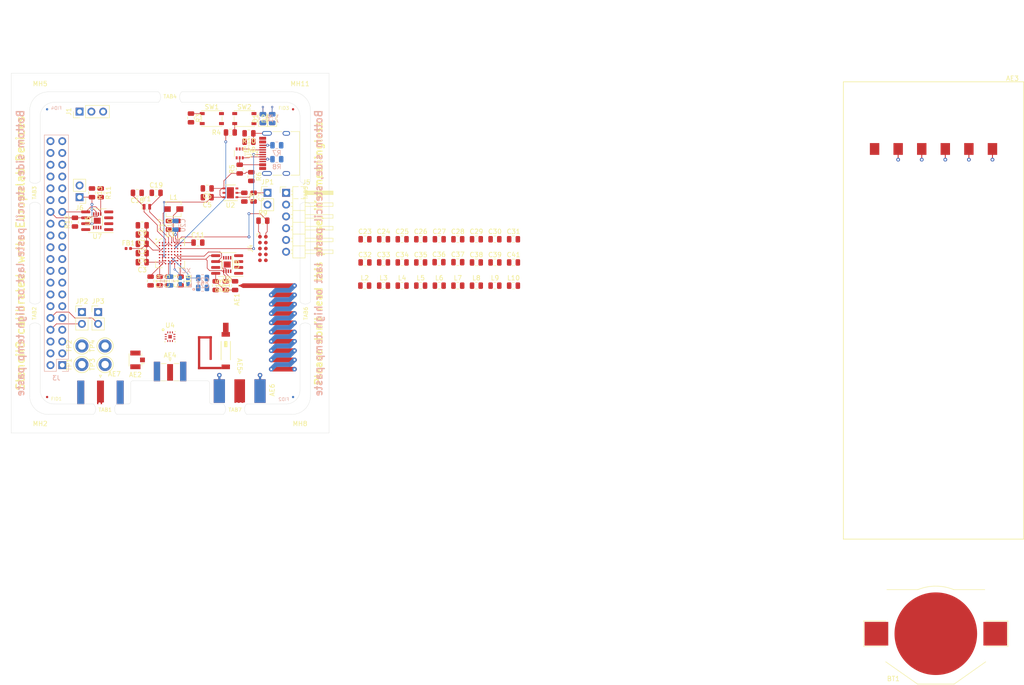
<source format=kicad_pcb>
(kicad_pcb (version 20171130) (host pcbnew 5.1.5+dfsg1-2build2)

  (general
    (thickness 1.6)
    (drawings 105)
    (tracks 227)
    (zones 0)
    (modules 122)
    (nets 121)
  )

  (page A3)
  (title_block
    (date "15 nov 2012")
  )

  (layers
    (0 F.Cu signal)
    (1 In1.Cu signal)
    (2 In2.Cu signal)
    (31 B.Cu signal)
    (34 B.Paste user)
    (35 F.Paste user)
    (36 B.SilkS user)
    (37 F.SilkS user)
    (38 B.Mask user)
    (39 F.Mask user)
    (40 Dwgs.User user)
    (41 Cmts.User user hide)
    (44 Edge.Cuts user)
    (45 Margin user)
    (46 B.CrtYd user)
    (47 F.CrtYd user)
    (48 B.Fab user)
    (49 F.Fab user)
  )

  (setup
    (last_trace_width 0.127)
    (user_trace_width 0.1016)
    (user_trace_width 0.127)
    (user_trace_width 0.2)
    (trace_clearance 0.09)
    (zone_clearance 0.508)
    (zone_45_only no)
    (trace_min 0.09)
    (via_size 0.45)
    (via_drill 0.2)
    (via_min_size 0.45)
    (via_min_drill 0.2)
    (user_via 0.6 0.3)
    (uvia_size 0.45)
    (uvia_drill 0.1)
    (uvias_allowed no)
    (uvia_min_size 0.45)
    (uvia_min_drill 0.1)
    (edge_width 0.1)
    (segment_width 0.1)
    (pcb_text_width 0.25)
    (pcb_text_size 1 1)
    (mod_edge_width 0.15)
    (mod_text_size 1 1)
    (mod_text_width 0.15)
    (pad_size 2.5 2.5)
    (pad_drill 2.5)
    (pad_to_mask_clearance 0)
    (aux_axis_origin 0 0)
    (visible_elements 7FFFF7FF)
    (pcbplotparams
      (layerselection 0x00030_80000001)
      (usegerberextensions true)
      (usegerberattributes false)
      (usegerberadvancedattributes false)
      (creategerberjobfile false)
      (excludeedgelayer true)
      (linewidth 0.150000)
      (plotframeref false)
      (viasonmask false)
      (mode 1)
      (useauxorigin false)
      (hpglpennumber 1)
      (hpglpenspeed 20)
      (hpglpendiameter 15.000000)
      (psnegative false)
      (psa4output false)
      (plotreference true)
      (plotvalue true)
      (plotinvisibletext false)
      (padsonsilk false)
      (subtractmaskfromsilk false)
      (outputformat 1)
      (mirror false)
      (drillshape 1)
      (scaleselection 1)
      (outputdirectory ""))
  )

  (net 0 "")
  (net 1 GND)
  (net 2 "Net-(AE1-Pad1)")
  (net 3 /Sheet5F53D5B4/RFSWPWR)
  (net 4 "Net-(C8-Pad1)")
  (net 5 /Sheet5F53D5B4/POWAMP)
  (net 6 "Net-(C13-Pad1)")
  (net 7 /Sheet5F53D5B4/HFOUT)
  (net 8 +3V3)
  (net 9 "Net-(C29-Pad1)")
  (net 10 /Sheet5F53D5B4/UART_RX)
  (net 11 /Sheet5F53D5B4/UART_TX)
  (net 12 /Sheet5F53D5B4/HPOUT)
  (net 13 /Sheet5F53D5B4/HFIN)
  (net 14 /Sheet5F53D5B4/BANDSEL)
  (net 15 "Net-(XC1-Pad1)")
  (net 16 "Net-(BT1-Pad1)")
  (net 17 /Sheet5F53D5B4/USB_BUS)
  (net 18 "Net-(C33-Pad1)")
  (net 19 "Net-(C34-Pad1)")
  (net 20 /Sheet5F53D5B4/CMDRST)
  (net 21 "Net-(D1-Pad2)")
  (net 22 "Net-(D1-Pad1)")
  (net 23 "Net-(D2-Pad1)")
  (net 24 "Net-(D2-Pad2)")
  (net 25 /Sheet5F53D5B4/USB_P)
  (net 26 /Sheet5F53D5B4/USB_N)
  (net 27 /Sheet60040980/ID_SD)
  (net 28 /Sheet60040980/ID_SC)
  (net 29 /Sheet5F53D5B4/SWDCLK)
  (net 30 /Sheet60040980/SWDCLK)
  (net 31 "Net-(J3-Pad7)")
  (net 32 "Net-(J3-Pad8)")
  (net 33 "Net-(J4-Pad6)")
  (net 34 /Sheet5F53D5B4/CN_VBAT)
  (net 35 /Sheet5F53D5B4/I2C_SCL)
  (net 36 /Sheet5F53D5B4/I2C_SDA)
  (net 37 "Net-(TP3-Pad1)")
  (net 38 "Net-(TP4-Pad1)")
  (net 39 /Sheet5F53D5B4/XCEIV)
  (net 40 /Sheet5F53D5B4/CRYSTAL_XIN-RESERVED)
  (net 41 /Sheet5F53D5B4/CRYSTAL_XOUT-RESERVED)
  (net 42 "Net-(AE5-Pad2)")
  (net 43 "Net-(C1-Pad1)")
  (net 44 "Net-(C7-Pad1)")
  (net 45 "Net-(C14-Pad1)")
  (net 46 "Net-(C17-Pad1)")
  (net 47 "Net-(C18-Pad2)")
  (net 48 "Net-(C19-Pad2)")
  (net 49 "Net-(C23-Pad2)")
  (net 50 "Net-(C23-Pad1)")
  (net 51 "Net-(C24-Pad1)")
  (net 52 "Net-(C24-Pad2)")
  (net 53 "Net-(C29-Pad2)")
  (net 54 "Net-(C33-Pad2)")
  (net 55 "Net-(C35-Pad2)")
  (net 56 "Net-(C40-Pad1)")
  (net 57 "Net-(J2-PadB5)")
  (net 58 "Net-(J2-PadA8)")
  (net 59 "Net-(J2-PadA5)")
  (net 60 "Net-(J2-PadB8)")
  (net 61 "Net-(J2-PadA4)")
  (net 62 "Net-(J3-Pad2)")
  (net 63 "Net-(J3-Pad3)")
  (net 64 "Net-(J3-Pad4)")
  (net 65 "Net-(J3-Pad5)")
  (net 66 "Net-(J3-Pad10)")
  (net 67 "Net-(J3-Pad11)")
  (net 68 "Net-(J3-Pad12)")
  (net 69 "Net-(J3-Pad13)")
  (net 70 "Net-(J3-Pad15)")
  (net 71 "Net-(J3-Pad16)")
  (net 72 "Net-(J3-Pad18)")
  (net 73 "Net-(J3-Pad19)")
  (net 74 "Net-(J3-Pad21)")
  (net 75 "Net-(J3-Pad22)")
  (net 76 "Net-(J3-Pad23)")
  (net 77 "Net-(J3-Pad24)")
  (net 78 "Net-(J3-Pad26)")
  (net 79 "Net-(J3-Pad29)")
  (net 80 "Net-(J3-Pad31)")
  (net 81 "Net-(J3-Pad32)")
  (net 82 "Net-(J3-Pad33)")
  (net 83 "Net-(J3-Pad35)")
  (net 84 "Net-(J3-Pad36)")
  (net 85 "Net-(J3-Pad37)")
  (net 86 "Net-(J3-Pad38)")
  (net 87 "Net-(J3-Pad40)")
  (net 88 "Net-(J4-Pad7)")
  (net 89 "Net-(J4-Pad8)")
  (net 90 "Net-(J5-Pad2)")
  (net 91 "Net-(J5-Pad3)")
  (net 92 "Net-(J5-Pad6)")
  (net 93 "Net-(J6-Pad1)")
  (net 94 "Net-(L1-Pad2)")
  (net 95 "Net-(R3-Pad1)")
  (net 96 "Net-(R4-Pad1)")
  (net 97 "Net-(R4-Pad2)")
  (net 98 "Net-(U2-Pad5)")
  (net 99 "Net-(U3-PadG1)")
  (net 100 "Net-(U3-PadH1)")
  (net 101 "Net-(U3-PadE3)")
  (net 102 "Net-(U3-PadB4)")
  (net 103 "Net-(U3-PadE4)")
  (net 104 "Net-(U3-PadF4)")
  (net 105 "Net-(U3-PadE5)")
  (net 106 "Net-(U3-PadH6)")
  (net 107 "Net-(U3-PadC7)")
  (net 108 "Net-(U3-PadD7)")
  (net 109 "Net-(U3-PadH7)")
  (net 110 "Net-(U3-PadD8)")
  (net 111 "Net-(U5-Pad3)")
  (net 112 "Net-(U5-Pad4)")
  (net 113 "Net-(U8-Pad7)")
  (net 114 "Net-(U8-Pad3)")
  (net 115 "Net-(U8-Pad2)")
  (net 116 "Net-(U8-Pad1)")
  (net 117 "Net-(U9-Pad1)")
  (net 118 "Net-(U9-Pad2)")
  (net 119 "Net-(U9-Pad3)")
  (net 120 "Net-(U9-Pad7)")

  (net_class Default "This is the default net class."
    (clearance 0.09)
    (trace_width 0.09)
    (via_dia 0.45)
    (via_drill 0.2)
    (uvia_dia 0.45)
    (uvia_drill 0.1)
    (add_net +3V3)
    (add_net /Sheet5F53D5B4/BANDSEL)
    (add_net /Sheet5F53D5B4/CMDRST)
    (add_net /Sheet5F53D5B4/CN_VBAT)
    (add_net /Sheet5F53D5B4/CRYSTAL_XIN-RESERVED)
    (add_net /Sheet5F53D5B4/CRYSTAL_XOUT-RESERVED)
    (add_net /Sheet5F53D5B4/HFIN)
    (add_net /Sheet5F53D5B4/HFOUT)
    (add_net /Sheet5F53D5B4/HPOUT)
    (add_net /Sheet5F53D5B4/I2C_SCL)
    (add_net /Sheet5F53D5B4/I2C_SDA)
    (add_net /Sheet5F53D5B4/POWAMP)
    (add_net /Sheet5F53D5B4/RFSWPWR)
    (add_net /Sheet5F53D5B4/SWDCLK)
    (add_net /Sheet5F53D5B4/UART_RX)
    (add_net /Sheet5F53D5B4/UART_TX)
    (add_net /Sheet5F53D5B4/USB_BUS)
    (add_net /Sheet5F53D5B4/USB_N)
    (add_net /Sheet5F53D5B4/USB_P)
    (add_net /Sheet5F53D5B4/XCEIV)
    (add_net /Sheet60040980/ID_SC)
    (add_net /Sheet60040980/ID_SD)
    (add_net /Sheet60040980/SWDCLK)
    (add_net GND)
    (add_net "Net-(AE1-Pad1)")
    (add_net "Net-(AE5-Pad2)")
    (add_net "Net-(BT1-Pad1)")
    (add_net "Net-(C1-Pad1)")
    (add_net "Net-(C13-Pad1)")
    (add_net "Net-(C14-Pad1)")
    (add_net "Net-(C17-Pad1)")
    (add_net "Net-(C18-Pad2)")
    (add_net "Net-(C19-Pad2)")
    (add_net "Net-(C23-Pad1)")
    (add_net "Net-(C23-Pad2)")
    (add_net "Net-(C24-Pad1)")
    (add_net "Net-(C24-Pad2)")
    (add_net "Net-(C29-Pad1)")
    (add_net "Net-(C29-Pad2)")
    (add_net "Net-(C33-Pad1)")
    (add_net "Net-(C33-Pad2)")
    (add_net "Net-(C34-Pad1)")
    (add_net "Net-(C35-Pad2)")
    (add_net "Net-(C40-Pad1)")
    (add_net "Net-(C7-Pad1)")
    (add_net "Net-(C8-Pad1)")
    (add_net "Net-(D1-Pad1)")
    (add_net "Net-(D1-Pad2)")
    (add_net "Net-(D2-Pad1)")
    (add_net "Net-(D2-Pad2)")
    (add_net "Net-(J2-PadA4)")
    (add_net "Net-(J2-PadA5)")
    (add_net "Net-(J2-PadA8)")
    (add_net "Net-(J2-PadB5)")
    (add_net "Net-(J2-PadB8)")
    (add_net "Net-(J3-Pad10)")
    (add_net "Net-(J3-Pad11)")
    (add_net "Net-(J3-Pad12)")
    (add_net "Net-(J3-Pad13)")
    (add_net "Net-(J3-Pad15)")
    (add_net "Net-(J3-Pad16)")
    (add_net "Net-(J3-Pad18)")
    (add_net "Net-(J3-Pad19)")
    (add_net "Net-(J3-Pad2)")
    (add_net "Net-(J3-Pad21)")
    (add_net "Net-(J3-Pad22)")
    (add_net "Net-(J3-Pad23)")
    (add_net "Net-(J3-Pad24)")
    (add_net "Net-(J3-Pad26)")
    (add_net "Net-(J3-Pad29)")
    (add_net "Net-(J3-Pad3)")
    (add_net "Net-(J3-Pad31)")
    (add_net "Net-(J3-Pad32)")
    (add_net "Net-(J3-Pad33)")
    (add_net "Net-(J3-Pad35)")
    (add_net "Net-(J3-Pad36)")
    (add_net "Net-(J3-Pad37)")
    (add_net "Net-(J3-Pad38)")
    (add_net "Net-(J3-Pad4)")
    (add_net "Net-(J3-Pad40)")
    (add_net "Net-(J3-Pad5)")
    (add_net "Net-(J3-Pad7)")
    (add_net "Net-(J3-Pad8)")
    (add_net "Net-(J4-Pad6)")
    (add_net "Net-(J4-Pad7)")
    (add_net "Net-(J4-Pad8)")
    (add_net "Net-(J5-Pad2)")
    (add_net "Net-(J5-Pad3)")
    (add_net "Net-(J5-Pad6)")
    (add_net "Net-(J6-Pad1)")
    (add_net "Net-(L1-Pad2)")
    (add_net "Net-(R3-Pad1)")
    (add_net "Net-(R4-Pad1)")
    (add_net "Net-(R4-Pad2)")
    (add_net "Net-(TP3-Pad1)")
    (add_net "Net-(TP4-Pad1)")
    (add_net "Net-(U2-Pad5)")
    (add_net "Net-(U3-PadB4)")
    (add_net "Net-(U3-PadC7)")
    (add_net "Net-(U3-PadD7)")
    (add_net "Net-(U3-PadD8)")
    (add_net "Net-(U3-PadE3)")
    (add_net "Net-(U3-PadE4)")
    (add_net "Net-(U3-PadE5)")
    (add_net "Net-(U3-PadF4)")
    (add_net "Net-(U3-PadG1)")
    (add_net "Net-(U3-PadH1)")
    (add_net "Net-(U3-PadH6)")
    (add_net "Net-(U3-PadH7)")
    (add_net "Net-(U5-Pad3)")
    (add_net "Net-(U5-Pad4)")
    (add_net "Net-(U8-Pad1)")
    (add_net "Net-(U8-Pad2)")
    (add_net "Net-(U8-Pad3)")
    (add_net "Net-(U8-Pad7)")
    (add_net "Net-(U9-Pad1)")
    (add_net "Net-(U9-Pad2)")
    (add_net "Net-(U9-Pad3)")
    (add_net "Net-(U9-Pad7)")
    (add_net "Net-(XC1-Pad1)")
  )

  (net_class Power ""
    (clearance 0.2)
    (trace_width 0.5)
    (via_dia 1)
    (via_drill 0.7)
    (uvia_dia 0.5)
    (uvia_drill 0.1)
  )

  (module Elabdev:Panel_Mousetab_25mm_Single (layer F.Cu) (tedit 5CD9E502) (tstamp 5F680FEC)
    (at 224 181.75 90)
    (path /5CD9EB0D)
    (fp_text reference TAB7 (at 0 0) (layer F.SilkS)
      (effects (font (size 0.8 0.8) (thickness 0.13)))
    )
    (fp_text value Pantab (at 0 3.5 90) (layer F.Fab)
      (effects (font (size 1 1) (thickness 0.15)))
    )
    (fp_line (start 1.25 -2.2) (end 1.25 2.2) (layer F.Fab) (width 0.15))
    (fp_line (start -1.25 -2.2) (end -1.25 2.2) (layer F.Fab) (width 0.15))
    (fp_line (start 2.1 -2.6) (end 2.1 2.6) (layer F.CrtYd) (width 0.15))
    (fp_line (start 2.1 2.6) (end -2.1 2.6) (layer F.CrtYd) (width 0.15))
    (fp_line (start -2.1 2.6) (end -2.1 -2.6) (layer F.CrtYd) (width 0.15))
    (fp_line (start -2.1 -2.6) (end 2.1 -2.6) (layer F.CrtYd) (width 0.15))
    (pad "" np_thru_hole circle (at 1.35 2 90) (size 0.5 0.5) (drill 0.5) (layers *.Cu))
    (pad "" np_thru_hole circle (at 1.35 1.2 90) (size 0.5 0.5) (drill 0.5) (layers *.Cu))
    (pad "" np_thru_hole circle (at 1.35 0.4 90) (size 0.5 0.5) (drill 0.5) (layers *.Cu))
    (pad "" np_thru_hole circle (at 1.35 -0.4 90) (size 0.5 0.5) (drill 0.5) (layers *.Cu))
    (pad "" np_thru_hole circle (at 1.35 -1.2 90) (size 0.5 0.5) (drill 0.5) (layers *.Cu))
    (pad "" np_thru_hole circle (at 1.35 -2 90) (size 0.5 0.5) (drill 0.5) (layers *.Cu))
  )

  (module Elabdev:Panel_Mousetab_25mm_Single (layer F.Cu) (tedit 5CD9E59A) (tstamp 5F4C0A71)
    (at 210 114.25 270)
    (path /5CD5C3A7)
    (fp_text reference TAB4 (at 0 0 180) (layer F.SilkS)
      (effects (font (size 0.8 0.8) (thickness 0.13)))
    )
    (fp_text value Pantab (at 0 -3.5 270) (layer F.Fab)
      (effects (font (size 1 1) (thickness 0.15)))
    )
    (fp_line (start 1.25 -2.2) (end 1.25 2.2) (layer F.Fab) (width 0.15))
    (fp_line (start -1.25 -2.2) (end -1.25 2.2) (layer F.Fab) (width 0.15))
    (fp_line (start 2.1 -2.6) (end 2.1 2.6) (layer F.CrtYd) (width 0.15))
    (fp_line (start 2.1 2.6) (end -2.1 2.6) (layer F.CrtYd) (width 0.15))
    (fp_line (start -2.1 2.6) (end -2.1 -2.6) (layer F.CrtYd) (width 0.15))
    (fp_line (start -2.1 -2.6) (end 2.1 -2.6) (layer F.CrtYd) (width 0.15))
    (pad "" np_thru_hole circle (at 1.35 2 270) (size 0.5 0.5) (drill 0.5) (layers *.Cu))
    (pad "" np_thru_hole circle (at 1.35 1.2 270) (size 0.5 0.5) (drill 0.5) (layers *.Cu))
    (pad "" np_thru_hole circle (at 1.35 0.4 270) (size 0.5 0.5) (drill 0.5) (layers *.Cu))
    (pad "" np_thru_hole circle (at 1.35 -0.4 270) (size 0.5 0.5) (drill 0.5) (layers *.Cu))
    (pad "" np_thru_hole circle (at 1.35 -1.2 270) (size 0.5 0.5) (drill 0.5) (layers *.Cu))
    (pad "" np_thru_hole circle (at 1.35 -2 270) (size 0.5 0.5) (drill 0.5) (layers *.Cu))
  )

  (module Elabdev:Panel_Mousetab_25mm_Single (layer F.Cu) (tedit 5CD9E502) (tstamp 5CE1C45C)
    (at 196 181.75 90)
    (path /5CD9EB0D)
    (fp_text reference TAB1 (at 0 0) (layer F.SilkS)
      (effects (font (size 0.8 0.8) (thickness 0.13)))
    )
    (fp_text value Pantab (at 0 3.5 90) (layer F.Fab)
      (effects (font (size 1 1) (thickness 0.15)))
    )
    (fp_line (start -2.1 -2.6) (end 2.1 -2.6) (layer F.CrtYd) (width 0.15))
    (fp_line (start -2.1 2.6) (end -2.1 -2.6) (layer F.CrtYd) (width 0.15))
    (fp_line (start 2.1 2.6) (end -2.1 2.6) (layer F.CrtYd) (width 0.15))
    (fp_line (start 2.1 -2.6) (end 2.1 2.6) (layer F.CrtYd) (width 0.15))
    (fp_line (start -1.25 -2.2) (end -1.25 2.2) (layer F.Fab) (width 0.15))
    (fp_line (start 1.25 -2.2) (end 1.25 2.2) (layer F.Fab) (width 0.15))
    (pad "" np_thru_hole circle (at 1.35 -2 90) (size 0.5 0.5) (drill 0.5) (layers *.Cu))
    (pad "" np_thru_hole circle (at 1.35 -1.2 90) (size 0.5 0.5) (drill 0.5) (layers *.Cu))
    (pad "" np_thru_hole circle (at 1.35 -0.4 90) (size 0.5 0.5) (drill 0.5) (layers *.Cu))
    (pad "" np_thru_hole circle (at 1.35 0.4 90) (size 0.5 0.5) (drill 0.5) (layers *.Cu))
    (pad "" np_thru_hole circle (at 1.35 1.2 90) (size 0.5 0.5) (drill 0.5) (layers *.Cu))
    (pad "" np_thru_hole circle (at 1.35 2 90) (size 0.5 0.5) (drill 0.5) (layers *.Cu))
  )

  (module Elabdev:Panel_Mousetab_25mm_Single (layer F.Cu) (tedit 5CD5AA6C) (tstamp 5F4C1007)
    (at 180.75 161)
    (path /5CD5C074)
    (fp_text reference TAB2 (at 0 0 90) (layer F.SilkS)
      (effects (font (size 0.8 0.8) (thickness 0.13)))
    )
    (fp_text value Pantab (at -2.5 0 -270) (layer F.Fab)
      (effects (font (size 1 1) (thickness 0.15)))
    )
    (fp_line (start -2.1 -2.6) (end 2.1 -2.6) (layer F.CrtYd) (width 0.15))
    (fp_line (start -2.1 2.6) (end -2.1 -2.6) (layer F.CrtYd) (width 0.15))
    (fp_line (start 2.1 2.6) (end -2.1 2.6) (layer F.CrtYd) (width 0.15))
    (fp_line (start 2.1 -2.6) (end 2.1 2.6) (layer F.CrtYd) (width 0.15))
    (fp_line (start -1.25 -2.2) (end -1.25 2.2) (layer F.Fab) (width 0.15))
    (fp_line (start 1.25 -2.2) (end 1.25 2.2) (layer F.Fab) (width 0.15))
    (pad "" np_thru_hole circle (at 1.35 -2) (size 0.5 0.5) (drill 0.5) (layers *.Cu))
    (pad "" np_thru_hole circle (at 1.35 -1.2) (size 0.5 0.5) (drill 0.5) (layers *.Cu))
    (pad "" np_thru_hole circle (at 1.35 -0.4) (size 0.5 0.5) (drill 0.5) (layers *.Cu))
    (pad "" np_thru_hole circle (at 1.35 0.4) (size 0.5 0.5) (drill 0.5) (layers *.Cu))
    (pad "" np_thru_hole circle (at 1.35 1.2) (size 0.5 0.5) (drill 0.5) (layers *.Cu))
    (pad "" np_thru_hole circle (at 1.35 2) (size 0.5 0.5) (drill 0.5) (layers *.Cu))
  )

  (module Elabdev:Panel_Mousetab_25mm_Single (layer F.Cu) (tedit 5CD5AA6C) (tstamp 5F4C1047)
    (at 180.75 135)
    (path /5CD5C074)
    (fp_text reference TAB3 (at 0 0 90) (layer F.SilkS)
      (effects (font (size 0.8 0.8) (thickness 0.13)))
    )
    (fp_text value Pantab (at -2.5 0 -270) (layer F.Fab)
      (effects (font (size 1 1) (thickness 0.15)))
    )
    (fp_line (start 1.25 -2.2) (end 1.25 2.2) (layer F.Fab) (width 0.15))
    (fp_line (start -1.25 -2.2) (end -1.25 2.2) (layer F.Fab) (width 0.15))
    (fp_line (start 2.1 -2.6) (end 2.1 2.6) (layer F.CrtYd) (width 0.15))
    (fp_line (start 2.1 2.6) (end -2.1 2.6) (layer F.CrtYd) (width 0.15))
    (fp_line (start -2.1 2.6) (end -2.1 -2.6) (layer F.CrtYd) (width 0.15))
    (fp_line (start -2.1 -2.6) (end 2.1 -2.6) (layer F.CrtYd) (width 0.15))
    (pad "" np_thru_hole circle (at 1.35 2) (size 0.5 0.5) (drill 0.5) (layers *.Cu))
    (pad "" np_thru_hole circle (at 1.35 1.2) (size 0.5 0.5) (drill 0.5) (layers *.Cu))
    (pad "" np_thru_hole circle (at 1.35 0.4) (size 0.5 0.5) (drill 0.5) (layers *.Cu))
    (pad "" np_thru_hole circle (at 1.35 -0.4) (size 0.5 0.5) (drill 0.5) (layers *.Cu))
    (pad "" np_thru_hole circle (at 1.35 -1.2) (size 0.5 0.5) (drill 0.5) (layers *.Cu))
    (pad "" np_thru_hole circle (at 1.35 -2) (size 0.5 0.5) (drill 0.5) (layers *.Cu))
  )

  (module Elabdev:Panel_Mousetab_25mm_Single (layer F.Cu) (tedit 5CD5AA6C) (tstamp 5F4C108A)
    (at 239.25 135 180)
    (path /5CD5C074)
    (fp_text reference TAB5 (at 0 0 90) (layer F.SilkS)
      (effects (font (size 0.8 0.8) (thickness 0.13)))
    )
    (fp_text value Pantab (at -2.5 0 90) (layer F.Fab)
      (effects (font (size 1 1) (thickness 0.15)))
    )
    (fp_line (start 1.25 -2.2) (end 1.25 2.2) (layer F.Fab) (width 0.15))
    (fp_line (start -1.25 -2.2) (end -1.25 2.2) (layer F.Fab) (width 0.15))
    (fp_line (start 2.1 -2.6) (end 2.1 2.6) (layer F.CrtYd) (width 0.15))
    (fp_line (start 2.1 2.6) (end -2.1 2.6) (layer F.CrtYd) (width 0.15))
    (fp_line (start -2.1 2.6) (end -2.1 -2.6) (layer F.CrtYd) (width 0.15))
    (fp_line (start -2.1 -2.6) (end 2.1 -2.6) (layer F.CrtYd) (width 0.15))
    (pad "" np_thru_hole circle (at 1.35 2 180) (size 0.5 0.5) (drill 0.5) (layers *.Cu))
    (pad "" np_thru_hole circle (at 1.35 1.2 180) (size 0.5 0.5) (drill 0.5) (layers *.Cu))
    (pad "" np_thru_hole circle (at 1.35 0.4 180) (size 0.5 0.5) (drill 0.5) (layers *.Cu))
    (pad "" np_thru_hole circle (at 1.35 -0.4 180) (size 0.5 0.5) (drill 0.5) (layers *.Cu))
    (pad "" np_thru_hole circle (at 1.35 -1.2 180) (size 0.5 0.5) (drill 0.5) (layers *.Cu))
    (pad "" np_thru_hole circle (at 1.35 -2 180) (size 0.5 0.5) (drill 0.5) (layers *.Cu))
  )

  (module Elabdev:Panel_Mousetab_25mm_Single (layer F.Cu) (tedit 5CD5AA6C) (tstamp 5F4C1067)
    (at 239.25 161 180)
    (path /5CD5C074)
    (fp_text reference TAB6 (at 0 0 90) (layer F.SilkS)
      (effects (font (size 0.8 0.8) (thickness 0.13)))
    )
    (fp_text value Pantab (at -2.5 0 90) (layer F.Fab)
      (effects (font (size 1 1) (thickness 0.15)))
    )
    (fp_line (start -2.1 -2.6) (end 2.1 -2.6) (layer F.CrtYd) (width 0.15))
    (fp_line (start -2.1 2.6) (end -2.1 -2.6) (layer F.CrtYd) (width 0.15))
    (fp_line (start 2.1 2.6) (end -2.1 2.6) (layer F.CrtYd) (width 0.15))
    (fp_line (start 2.1 -2.6) (end 2.1 2.6) (layer F.CrtYd) (width 0.15))
    (fp_line (start -1.25 -2.2) (end -1.25 2.2) (layer F.Fab) (width 0.15))
    (fp_line (start 1.25 -2.2) (end 1.25 2.2) (layer F.Fab) (width 0.15))
    (pad "" np_thru_hole circle (at 1.35 -2 180) (size 0.5 0.5) (drill 0.5) (layers *.Cu))
    (pad "" np_thru_hole circle (at 1.35 -1.2 180) (size 0.5 0.5) (drill 0.5) (layers *.Cu))
    (pad "" np_thru_hole circle (at 1.35 -0.4 180) (size 0.5 0.5) (drill 0.5) (layers *.Cu))
    (pad "" np_thru_hole circle (at 1.35 0.4 180) (size 0.5 0.5) (drill 0.5) (layers *.Cu))
    (pad "" np_thru_hole circle (at 1.35 1.2 180) (size 0.5 0.5) (drill 0.5) (layers *.Cu))
    (pad "" np_thru_hole circle (at 1.35 2 180) (size 0.5 0.5) (drill 0.5) (layers *.Cu))
  )

  (module Connector_PinSocket_2.54mm:PinSocket_2x20_P2.54mm_Vertical (layer B.Cu) (tedit 5A19A433) (tstamp 5F683F15)
    (at 186.77 172.13)
    (descr "Through hole straight socket strip, 2x20, 2.54mm pitch, double cols (from Kicad 4.0.7), script generated")
    (tags "Through hole socket strip THT 2x20 2.54mm double row")
    (path /60040981/5F6A7FD9)
    (fp_text reference J3 (at -1.27 2.77) (layer B.SilkS)
      (effects (font (size 1 1) (thickness 0.15)) (justify mirror))
    )
    (fp_text value RPIHAT-40W (at -1.27 -51.03) (layer B.Fab)
      (effects (font (size 1 1) (thickness 0.15)) (justify mirror))
    )
    (fp_line (start -3.81 1.27) (end 0.27 1.27) (layer B.Fab) (width 0.1))
    (fp_line (start 0.27 1.27) (end 1.27 0.27) (layer B.Fab) (width 0.1))
    (fp_line (start 1.27 0.27) (end 1.27 -49.53) (layer B.Fab) (width 0.1))
    (fp_line (start 1.27 -49.53) (end -3.81 -49.53) (layer B.Fab) (width 0.1))
    (fp_line (start -3.81 -49.53) (end -3.81 1.27) (layer B.Fab) (width 0.1))
    (fp_line (start -3.87 1.33) (end -1.27 1.33) (layer B.SilkS) (width 0.12))
    (fp_line (start -3.87 1.33) (end -3.87 -49.59) (layer B.SilkS) (width 0.12))
    (fp_line (start -3.87 -49.59) (end 1.33 -49.59) (layer B.SilkS) (width 0.12))
    (fp_line (start 1.33 -1.27) (end 1.33 -49.59) (layer B.SilkS) (width 0.12))
    (fp_line (start -1.27 -1.27) (end 1.33 -1.27) (layer B.SilkS) (width 0.12))
    (fp_line (start -1.27 1.33) (end -1.27 -1.27) (layer B.SilkS) (width 0.12))
    (fp_line (start 1.33 1.33) (end 1.33 0) (layer B.SilkS) (width 0.12))
    (fp_line (start 0 1.33) (end 1.33 1.33) (layer B.SilkS) (width 0.12))
    (fp_line (start -4.34 1.8) (end 1.76 1.8) (layer B.CrtYd) (width 0.05))
    (fp_line (start 1.76 1.8) (end 1.76 -50) (layer B.CrtYd) (width 0.05))
    (fp_line (start 1.76 -50) (end -4.34 -50) (layer B.CrtYd) (width 0.05))
    (fp_line (start -4.34 -50) (end -4.34 1.8) (layer B.CrtYd) (width 0.05))
    (fp_text user %R (at -1.27 -24.13 -90) (layer B.Fab)
      (effects (font (size 1 1) (thickness 0.15)) (justify mirror))
    )
    (pad 1 thru_hole rect (at 0 0) (size 1.7 1.7) (drill 1) (layers *.Cu *.Mask)
      (net 8 +3V3))
    (pad 2 thru_hole oval (at -2.54 0) (size 1.7 1.7) (drill 1) (layers *.Cu *.Mask)
      (net 62 "Net-(J3-Pad2)"))
    (pad 3 thru_hole oval (at 0 -2.54) (size 1.7 1.7) (drill 1) (layers *.Cu *.Mask)
      (net 63 "Net-(J3-Pad3)"))
    (pad 4 thru_hole oval (at -2.54 -2.54) (size 1.7 1.7) (drill 1) (layers *.Cu *.Mask)
      (net 64 "Net-(J3-Pad4)"))
    (pad 5 thru_hole oval (at 0 -5.08) (size 1.7 1.7) (drill 1) (layers *.Cu *.Mask)
      (net 65 "Net-(J3-Pad5)"))
    (pad 6 thru_hole oval (at -2.54 -5.08) (size 1.7 1.7) (drill 1) (layers *.Cu *.Mask)
      (net 1 GND))
    (pad 7 thru_hole oval (at 0 -7.62) (size 1.7 1.7) (drill 1) (layers *.Cu *.Mask)
      (net 31 "Net-(J3-Pad7)"))
    (pad 8 thru_hole oval (at -2.54 -7.62) (size 1.7 1.7) (drill 1) (layers *.Cu *.Mask)
      (net 32 "Net-(J3-Pad8)"))
    (pad 9 thru_hole oval (at 0 -10.16) (size 1.7 1.7) (drill 1) (layers *.Cu *.Mask)
      (net 1 GND))
    (pad 10 thru_hole oval (at -2.54 -10.16) (size 1.7 1.7) (drill 1) (layers *.Cu *.Mask)
      (net 66 "Net-(J3-Pad10)"))
    (pad 11 thru_hole oval (at 0 -12.7) (size 1.7 1.7) (drill 1) (layers *.Cu *.Mask)
      (net 67 "Net-(J3-Pad11)"))
    (pad 12 thru_hole oval (at -2.54 -12.7) (size 1.7 1.7) (drill 1) (layers *.Cu *.Mask)
      (net 68 "Net-(J3-Pad12)"))
    (pad 13 thru_hole oval (at 0 -15.24) (size 1.7 1.7) (drill 1) (layers *.Cu *.Mask)
      (net 69 "Net-(J3-Pad13)"))
    (pad 14 thru_hole oval (at -2.54 -15.24) (size 1.7 1.7) (drill 1) (layers *.Cu *.Mask)
      (net 1 GND))
    (pad 15 thru_hole oval (at 0 -17.78) (size 1.7 1.7) (drill 1) (layers *.Cu *.Mask)
      (net 70 "Net-(J3-Pad15)"))
    (pad 16 thru_hole oval (at -2.54 -17.78) (size 1.7 1.7) (drill 1) (layers *.Cu *.Mask)
      (net 71 "Net-(J3-Pad16)"))
    (pad 17 thru_hole oval (at 0 -20.32) (size 1.7 1.7) (drill 1) (layers *.Cu *.Mask)
      (net 8 +3V3))
    (pad 18 thru_hole oval (at -2.54 -20.32) (size 1.7 1.7) (drill 1) (layers *.Cu *.Mask)
      (net 72 "Net-(J3-Pad18)"))
    (pad 19 thru_hole oval (at 0 -22.86) (size 1.7 1.7) (drill 1) (layers *.Cu *.Mask)
      (net 73 "Net-(J3-Pad19)"))
    (pad 20 thru_hole oval (at -2.54 -22.86) (size 1.7 1.7) (drill 1) (layers *.Cu *.Mask)
      (net 1 GND))
    (pad 21 thru_hole oval (at 0 -25.4) (size 1.7 1.7) (drill 1) (layers *.Cu *.Mask)
      (net 74 "Net-(J3-Pad21)"))
    (pad 22 thru_hole oval (at -2.54 -25.4) (size 1.7 1.7) (drill 1) (layers *.Cu *.Mask)
      (net 75 "Net-(J3-Pad22)"))
    (pad 23 thru_hole oval (at 0 -27.94) (size 1.7 1.7) (drill 1) (layers *.Cu *.Mask)
      (net 76 "Net-(J3-Pad23)"))
    (pad 24 thru_hole oval (at -2.54 -27.94) (size 1.7 1.7) (drill 1) (layers *.Cu *.Mask)
      (net 77 "Net-(J3-Pad24)"))
    (pad 25 thru_hole oval (at 0 -30.48) (size 1.7 1.7) (drill 1) (layers *.Cu *.Mask)
      (net 1 GND))
    (pad 26 thru_hole oval (at -2.54 -30.48) (size 1.7 1.7) (drill 1) (layers *.Cu *.Mask)
      (net 78 "Net-(J3-Pad26)"))
    (pad 27 thru_hole oval (at 0 -33.02) (size 1.7 1.7) (drill 1) (layers *.Cu *.Mask)
      (net 27 /Sheet60040980/ID_SD))
    (pad 28 thru_hole oval (at -2.54 -33.02) (size 1.7 1.7) (drill 1) (layers *.Cu *.Mask)
      (net 28 /Sheet60040980/ID_SC))
    (pad 29 thru_hole oval (at 0 -35.56) (size 1.7 1.7) (drill 1) (layers *.Cu *.Mask)
      (net 79 "Net-(J3-Pad29)"))
    (pad 30 thru_hole oval (at -2.54 -35.56) (size 1.7 1.7) (drill 1) (layers *.Cu *.Mask)
      (net 1 GND))
    (pad 31 thru_hole oval (at 0 -38.1) (size 1.7 1.7) (drill 1) (layers *.Cu *.Mask)
      (net 80 "Net-(J3-Pad31)"))
    (pad 32 thru_hole oval (at -2.54 -38.1) (size 1.7 1.7) (drill 1) (layers *.Cu *.Mask)
      (net 81 "Net-(J3-Pad32)"))
    (pad 33 thru_hole oval (at 0 -40.64) (size 1.7 1.7) (drill 1) (layers *.Cu *.Mask)
      (net 82 "Net-(J3-Pad33)"))
    (pad 34 thru_hole oval (at -2.54 -40.64) (size 1.7 1.7) (drill 1) (layers *.Cu *.Mask)
      (net 1 GND))
    (pad 35 thru_hole oval (at 0 -43.18) (size 1.7 1.7) (drill 1) (layers *.Cu *.Mask)
      (net 83 "Net-(J3-Pad35)"))
    (pad 36 thru_hole oval (at -2.54 -43.18) (size 1.7 1.7) (drill 1) (layers *.Cu *.Mask)
      (net 84 "Net-(J3-Pad36)"))
    (pad 37 thru_hole oval (at 0 -45.72) (size 1.7 1.7) (drill 1) (layers *.Cu *.Mask)
      (net 85 "Net-(J3-Pad37)"))
    (pad 38 thru_hole oval (at -2.54 -45.72) (size 1.7 1.7) (drill 1) (layers *.Cu *.Mask)
      (net 86 "Net-(J3-Pad38)"))
    (pad 39 thru_hole oval (at 0 -48.26) (size 1.7 1.7) (drill 1) (layers *.Cu *.Mask)
      (net 1 GND))
    (pad 40 thru_hole oval (at -2.54 -48.26) (size 1.7 1.7) (drill 1) (layers *.Cu *.Mask)
      (net 87 "Net-(J3-Pad40)"))
    (model ${KISYS3DMOD}/Connector_PinSocket_2.54mm.3dshapes/PinSocket_2x20_P2.54mm_Vertical.wrl
      (at (xyz 0 0 0))
      (scale (xyz 1 1 1))
      (rotate (xyz 0 0 0))
    )
  )

  (module RF_Antenna:Texas_SWRA416_868MHz_915MHz (layer F.Cu) (tedit 5CF40AFD) (tstamp 5F686F31)
    (at 231 164 270)
    (descr http://www.ti.com/lit/an/swra416/swra416.pdf)
    (tags "PCB antenna")
    (path /5F5C0728/60008187)
    (attr smd)
    (fp_text reference AE1 (at -6 6.6 90) (layer F.SilkS)
      (effects (font (size 1 1) (thickness 0.15)))
    )
    (fp_text value Antenna (at 0.1 -7.6 90) (layer F.Fab)
      (effects (font (size 1 1) (thickness 0.15)))
    )
    (fp_line (start 9.7 2.1) (end 6.2 5.7) (layer Dwgs.User) (width 0.12))
    (fp_line (start 9.7 0.1) (end 4.3 5.7) (layer Dwgs.User) (width 0.12))
    (fp_line (start 9.7 -1.9) (end 2.3 5.7) (layer Dwgs.User) (width 0.12))
    (fp_line (start 9.7 -3.9) (end 0.2 5.7) (layer Dwgs.User) (width 0.12))
    (fp_line (start 9.7 -5.9) (end -1.8 5.7) (layer Dwgs.User) (width 0.12))
    (fp_line (start 8.3 -6.5) (end -3.8 5.7) (layer Dwgs.User) (width 0.12))
    (fp_line (start 6.3 -6.5) (end -5.8 5.7) (layer Dwgs.User) (width 0.12))
    (fp_line (start 4.3 -6.5) (end -7.8 5.7) (layer Dwgs.User) (width 0.12))
    (fp_line (start -9.7 5.5) (end 2.3 -6.5) (layer Dwgs.User) (width 0.12))
    (fp_line (start -9.7 3.5) (end 0.3 -6.5) (layer Dwgs.User) (width 0.12))
    (fp_line (start -9.7 1.5) (end -1.7 -6.5) (layer Dwgs.User) (width 0.12))
    (fp_line (start -9.7 -0.5) (end -3.7 -6.5) (layer Dwgs.User) (width 0.12))
    (fp_line (start -9.7 -2.5) (end -5.7 -6.5) (layer Dwgs.User) (width 0.12))
    (fp_line (start -9.7 -4.5) (end -7.7 -6.5) (layer Dwgs.User) (width 0.12))
    (fp_line (start 9.7 -6.5) (end -9.7 -6.5) (layer Dwgs.User) (width 0.15))
    (fp_line (start 9.7 5.7) (end 9.7 -6.5) (layer Dwgs.User) (width 0.15))
    (fp_line (start -9.7 5.7) (end 9.7 5.7) (layer Dwgs.User) (width 0.15))
    (fp_line (start -9.7 -6.5) (end -9.7 5.7) (layer Dwgs.User) (width 0.15))
    (fp_line (start 7 -5.8) (end 8 -4.8) (layer B.Cu) (width 1))
    (fp_line (start 8 -1.8) (end 9 -0.8) (layer B.Cu) (width 1))
    (fp_line (start 8 -4.8) (end 8 -1.8) (layer B.Cu) (width 1))
    (fp_line (start 9 -5.8) (end 9 -0.8) (layer F.Cu) (width 1))
    (fp_line (start 5 -5.8) (end 6 -4.8) (layer B.Cu) (width 1))
    (fp_line (start 6 -1.8) (end 7 -0.8) (layer B.Cu) (width 1))
    (fp_line (start 6 -4.8) (end 6 -1.8) (layer B.Cu) (width 1))
    (fp_line (start 7 -5.8) (end 7 -0.8) (layer F.Cu) (width 1))
    (fp_line (start 3 -5.8) (end 4 -4.8) (layer B.Cu) (width 1))
    (fp_line (start 4 -1.8) (end 5 -0.8) (layer B.Cu) (width 1))
    (fp_line (start 4 -4.8) (end 4 -1.8) (layer B.Cu) (width 1))
    (fp_line (start 5 -5.8) (end 5 -0.8) (layer F.Cu) (width 1))
    (fp_line (start 1 -5.8) (end 2 -4.8) (layer B.Cu) (width 1))
    (fp_line (start 2 -1.8) (end 3 -0.8) (layer B.Cu) (width 1))
    (fp_line (start 2 -4.8) (end 2 -1.8) (layer B.Cu) (width 1))
    (fp_line (start 3 -5.8) (end 3 -0.8) (layer F.Cu) (width 1))
    (fp_line (start -1 -5.8) (end 0 -4.8) (layer B.Cu) (width 1))
    (fp_line (start 0 -1.8) (end 1 -0.8) (layer B.Cu) (width 1))
    (fp_line (start 0 -4.8) (end 0 -1.8) (layer B.Cu) (width 1))
    (fp_line (start 1 -5.8) (end 1 -0.8) (layer F.Cu) (width 1))
    (fp_line (start -3 -5.8) (end -2 -4.8) (layer B.Cu) (width 1))
    (fp_line (start -2 -1.8) (end -1 -0.8) (layer B.Cu) (width 1))
    (fp_line (start -2 -4.8) (end -2 -1.8) (layer B.Cu) (width 1))
    (fp_line (start -1 -5.8) (end -1 -0.8) (layer F.Cu) (width 1))
    (fp_line (start -4 -4.8) (end -4 -1.8) (layer B.Cu) (width 1))
    (fp_line (start -5 -5.8) (end -4 -4.8) (layer B.Cu) (width 1))
    (fp_line (start -4 -1.8) (end -3 -0.8) (layer B.Cu) (width 1))
    (fp_line (start -3 -5.8) (end -3 -0.8) (layer F.Cu) (width 1))
    (fp_line (start -6 -4.8) (end -6 -1.8) (layer B.Cu) (width 1))
    (fp_line (start -7 -5.8) (end -6 -4.8) (layer B.Cu) (width 1))
    (fp_line (start -6 -1.8) (end -5 -0.8) (layer B.Cu) (width 1))
    (fp_line (start -5 -5.8) (end -5 -0.8) (layer F.Cu) (width 1))
    (fp_line (start -7 -5.8) (end -7 -0.8) (layer F.Cu) (width 1))
    (fp_line (start -9 5.2) (end -9 -5.8) (layer F.Cu) (width 1))
    (fp_line (start -9 -5.8) (end -8 -4.8) (layer B.Cu) (width 1))
    (fp_line (start -8 -4.8) (end -8 -1.8) (layer B.Cu) (width 1))
    (fp_line (start -8 -1.8) (end -7 -0.8) (layer B.Cu) (width 1))
    (fp_line (start 9.7 4.1) (end 8.2 5.7) (layer Dwgs.User) (width 0.12))
    (fp_line (start -9.9 -6.7) (end -9.9 5.9) (layer F.CrtYd) (width 0.05))
    (fp_line (start -9.9 5.9) (end 9.9 5.9) (layer F.CrtYd) (width 0.05))
    (fp_line (start 9.9 5.9) (end 9.9 -6.7) (layer F.CrtYd) (width 0.05))
    (fp_line (start 9.9 -6.7) (end -9.9 -6.7) (layer F.CrtYd) (width 0.05))
    (fp_line (start 9.9 -6.7) (end -9.9 -6.7) (layer B.CrtYd) (width 0.05))
    (fp_line (start 9.9 5.9) (end 9.9 -6.7) (layer B.CrtYd) (width 0.05))
    (fp_line (start -9.9 -6.7) (end -9.9 5.9) (layer B.CrtYd) (width 0.05))
    (fp_line (start -9.9 5.9) (end 9.9 5.9) (layer B.CrtYd) (width 0.05))
    (fp_text user "KEEP-OUT ZONE" (at 1 -2.8 90) (layer Cmts.User)
      (effects (font (size 1 1) (thickness 0.15)))
    )
    (fp_text user "No metal, traces or " (at 1 0.2 90) (layer Cmts.User)
      (effects (font (size 1 1) (thickness 0.15)))
    )
    (fp_text user "any components on" (at 1 2.2 90) (layer Cmts.User)
      (effects (font (size 1 1) (thickness 0.15)))
    )
    (fp_text user " any PCB layer." (at 1 4.2 90) (layer Cmts.User)
      (effects (font (size 1 1) (thickness 0.15)))
    )
    (fp_text user %R (at -0.4 6.6 90) (layer F.Fab)
      (effects (font (size 1 1) (thickness 0.15)))
    )
    (pad "" thru_hole circle (at 9 -0.8 90) (size 1 1) (drill 0.4) (layers *.Cu))
    (pad "" thru_hole circle (at 9 -5.8 90) (size 1 1) (drill 0.4) (layers *.Cu))
    (pad "" thru_hole circle (at 7 -5.8 90) (size 1 1) (drill 0.4) (layers *.Cu))
    (pad "" thru_hole circle (at 7 -0.8 90) (size 1 1) (drill 0.4) (layers *.Cu))
    (pad "" thru_hole circle (at 5 -0.8 90) (size 1 1) (drill 0.4) (layers *.Cu))
    (pad "" thru_hole circle (at 5 -5.8 90) (size 1 1) (drill 0.4) (layers *.Cu))
    (pad "" thru_hole circle (at 3 -0.8 90) (size 1 1) (drill 0.4) (layers *.Cu))
    (pad "" thru_hole circle (at 3 -5.8 90) (size 1 1) (drill 0.4) (layers *.Cu))
    (pad "" thru_hole circle (at 1 -5.8 90) (size 1 1) (drill 0.4) (layers *.Cu))
    (pad "" thru_hole circle (at 1 -0.8 90) (size 1 1) (drill 0.4) (layers *.Cu))
    (pad "" thru_hole circle (at -1 -0.8 90) (size 1 1) (drill 0.4) (layers *.Cu))
    (pad "" thru_hole circle (at -1 -5.8 90) (size 1 1) (drill 0.4) (layers *.Cu))
    (pad "" thru_hole circle (at -3 -5.8 90) (size 1 1) (drill 0.4) (layers *.Cu))
    (pad "" thru_hole circle (at -3 -0.8 90) (size 1 1) (drill 0.4) (layers *.Cu))
    (pad "" thru_hole circle (at -5 -0.8 90) (size 1 1) (drill 0.4) (layers *.Cu))
    (pad "" thru_hole circle (at -5 -5.8 90) (size 1 1) (drill 0.4) (layers *.Cu))
    (pad "" thru_hole circle (at -7 -5.8 90) (size 1 1) (drill 0.4) (layers *.Cu))
    (pad "" thru_hole circle (at -7 -0.8 90) (size 1 1) (drill 0.4) (layers *.Cu))
    (pad "" thru_hole circle (at -9 -5.8 90) (size 1 1) (drill 0.4) (layers *.Cu))
    (pad 1 smd trapezoid (at -9 5.9 90) (size 0.4 0.8) (rect_delta 0 0.3 ) (layers F.Cu)
      (net 2 "Net-(AE1-Pad1)"))
  )

  (module Connector_Coaxial:U.FL_Hirose_U.FL-R-SMT-1_Vertical (layer F.Cu) (tedit 5A1DBFC3) (tstamp 5F686F5E)
    (at 203 171 180)
    (descr "Hirose U.FL Coaxial https://www.hirose.com/product/en/products/U.FL/U.FL-R-SMT-1%2810%29/")
    (tags "Hirose U.FL Coaxial")
    (path /5F5C0728/5F5D6D7C)
    (attr smd)
    (fp_text reference AE2 (at 0.475 -3.2) (layer F.SilkS)
      (effects (font (size 1 1) (thickness 0.15)))
    )
    (fp_text value Antenna_Shield (at 0.475 3.2) (layer F.Fab)
      (effects (font (size 1 1) (thickness 0.15)))
    )
    (fp_text user %R (at 0.475 0 90) (layer F.Fab)
      (effects (font (size 0.6 0.6) (thickness 0.09)))
    )
    (fp_line (start -2.02 1) (end -2.02 -1) (layer F.CrtYd) (width 0.05))
    (fp_line (start -1.32 1) (end -2.02 1) (layer F.CrtYd) (width 0.05))
    (fp_line (start 2.08 1.8) (end 2.28 1.8) (layer F.CrtYd) (width 0.05))
    (fp_line (start 2.08 2.5) (end 2.08 1.8) (layer F.CrtYd) (width 0.05))
    (fp_line (start 2.28 1.8) (end 2.28 -1.8) (layer F.CrtYd) (width 0.05))
    (fp_line (start -1.32 1.8) (end -1.12 1.8) (layer F.CrtYd) (width 0.05))
    (fp_line (start -1.12 2.5) (end -1.12 1.8) (layer F.CrtYd) (width 0.05))
    (fp_line (start 2.08 2.5) (end -1.12 2.5) (layer F.CrtYd) (width 0.05))
    (fp_line (start 1.835 -1.35) (end 1.835 1.35) (layer F.SilkS) (width 0.12))
    (fp_line (start -0.885 -0.76) (end -1.515 -0.76) (layer F.SilkS) (width 0.12))
    (fp_line (start -0.885 1.4) (end -0.885 0.76) (layer F.SilkS) (width 0.12))
    (fp_line (start -0.925 -0.3) (end -1.075 -0.15) (layer F.Fab) (width 0.1))
    (fp_line (start 1.775 -1.3) (end 1.375 -1.3) (layer F.Fab) (width 0.1))
    (fp_line (start 1.375 -1.5) (end 1.375 -1.3) (layer F.Fab) (width 0.1))
    (fp_line (start -0.425 -1.5) (end 1.375 -1.5) (layer F.Fab) (width 0.1))
    (fp_line (start 1.775 -1.3) (end 1.775 1.3) (layer F.Fab) (width 0.1))
    (fp_line (start 1.775 1.3) (end 1.375 1.3) (layer F.Fab) (width 0.1))
    (fp_line (start 1.375 1.5) (end 1.375 1.3) (layer F.Fab) (width 0.1))
    (fp_line (start -0.425 1.5) (end 1.375 1.5) (layer F.Fab) (width 0.1))
    (fp_line (start -0.425 -1.3) (end -0.825 -1.3) (layer F.Fab) (width 0.1))
    (fp_line (start -0.425 -1.5) (end -0.425 -1.3) (layer F.Fab) (width 0.1))
    (fp_line (start -0.825 -0.3) (end -0.825 -1.3) (layer F.Fab) (width 0.1))
    (fp_line (start -0.925 -0.3) (end -0.825 -0.3) (layer F.Fab) (width 0.1))
    (fp_line (start -1.075 0.3) (end -1.075 -0.15) (layer F.Fab) (width 0.1))
    (fp_line (start -1.075 0.3) (end -0.825 0.3) (layer F.Fab) (width 0.1))
    (fp_line (start -0.825 0.3) (end -0.825 1.3) (layer F.Fab) (width 0.1))
    (fp_line (start -0.425 1.3) (end -0.825 1.3) (layer F.Fab) (width 0.1))
    (fp_line (start -0.425 1.5) (end -0.425 1.3) (layer F.Fab) (width 0.1))
    (fp_line (start -0.885 -1.4) (end -0.885 -0.76) (layer F.SilkS) (width 0.12))
    (fp_line (start 2.08 -1.8) (end 2.28 -1.8) (layer F.CrtYd) (width 0.05))
    (fp_line (start 2.08 -1.8) (end 2.08 -2.5) (layer F.CrtYd) (width 0.05))
    (fp_line (start -1.32 -1) (end -1.32 -1.8) (layer F.CrtYd) (width 0.05))
    (fp_line (start 2.08 -2.5) (end -1.12 -2.5) (layer F.CrtYd) (width 0.05))
    (fp_line (start -1.12 -1.8) (end -1.12 -2.5) (layer F.CrtYd) (width 0.05))
    (fp_line (start -1.32 -1.8) (end -1.12 -1.8) (layer F.CrtYd) (width 0.05))
    (fp_line (start -1.32 1.8) (end -1.32 1) (layer F.CrtYd) (width 0.05))
    (fp_line (start -1.32 -1) (end -2.02 -1) (layer F.CrtYd) (width 0.05))
    (pad 2 smd rect (at 0.475 1.475 180) (size 2.2 1.05) (layers F.Cu F.Paste F.Mask)
      (net 1 GND))
    (pad 1 smd rect (at -1.05 0 180) (size 1.05 1) (layers F.Cu F.Paste F.Mask)
      (net 2 "Net-(AE1-Pad1)"))
    (pad 2 smd rect (at 0.475 -1.475 180) (size 2.2 1.05) (layers F.Cu F.Paste F.Mask)
      (net 1 GND))
    (model ${KISYS3DMOD}/Connector_Coaxial.3dshapes/U.FL_Hirose_U.FL-R-SMT-1_Vertical.wrl
      (offset (xyz 0.4749999928262157 0 0))
      (scale (xyz 1 1 1))
      (rotate (xyz 0 0 0))
    )
  )

  (module Elabdev:Linx_ANT-868-SP_38x98mm (layer F.Cu) (tedit 5F57B566) (tstamp 5F686F7A)
    (at 374.505001 160.350001)
    (descr "868MHz Chip RF Antenna 1,1dBi Solder Surface Mount")
    (tags "antenna lora subghz subgigaherz")
    (path /5F5C0728/6045549B)
    (attr smd)
    (fp_text reference AE3 (at 17 -50) (layer F.SilkS)
      (effects (font (size 1 1) (thickness 0.15)))
    )
    (fp_text value Antenna_Chip (at -10 -50) (layer F.Fab)
      (effects (font (size 1 1) (thickness 0.15)))
    )
    (fp_line (start -19.43 -49.275) (end -19.43 49.275) (layer F.SilkS) (width 0.15))
    (fp_line (start -19.43 49.275) (end 19.43 49.275) (layer F.SilkS) (width 0.15))
    (fp_line (start 19.43 49.275) (end 19.43 -49.275) (layer F.SilkS) (width 0.15))
    (fp_line (start 19.43 -49.275) (end -19.43 -49.275) (layer F.SilkS) (width 0.15))
    (fp_poly (pts (xy 18.925 48.77) (xy -18.925 48.77) (xy -18.925 -34.8) (xy 18.925 -34.8)) (layer B.Fab) (width 0.1))
    (fp_text user "Counterpoise copper plane " (at 0 0) (layer Cmts.User)
      (effects (font (size 1.5 1.5) (thickness 0.3)))
    )
    (fp_poly (pts (xy 13.97 -34.8) (xy -13.97 -34.8) (xy -13.97 -48.5) (xy 13.97 -48.5)) (layer F.Fab) (width 0.1))
    (fp_text user "Antenna chip" (at 0 -42) (layer Cmts.User)
      (effects (font (size 1.5 1.5) (thickness 0.3)))
    )
    (pad 1 smd rect (at -12.7 -34.8) (size 2.03 2.54) (layers F.Cu F.Paste F.Mask)
      (net 1 GND))
    (pad 2 smd rect (at -7.62 -34.8) (size 2.03 2.54) (layers F.Cu F.Paste F.Mask)
      (net 2 "Net-(AE1-Pad1)"))
    (pad 2 smd rect (at -2.54 -34.8) (size 2.03 2.54) (layers F.Cu F.Paste F.Mask)
      (net 2 "Net-(AE1-Pad1)"))
    (pad 2 smd rect (at 2.54 -34.8) (size 2.03 2.54) (layers F.Cu F.Paste F.Mask)
      (net 2 "Net-(AE1-Pad1)"))
    (pad 2 smd rect (at 7.62 -34.8) (size 2.03 2.54) (layers F.Cu F.Paste F.Mask)
      (net 2 "Net-(AE1-Pad1)"))
    (pad 2 smd rect (at 12.7 -34.8) (size 2.03 2.54) (layers F.Cu F.Paste F.Mask)
      (net 2 "Net-(AE1-Pad1)"))
    (pad 2 thru_hole circle (at 12.7 -32.5) (size 0.8 0.8) (drill 0.4) (layers *.Cu *.Mask)
      (net 2 "Net-(AE1-Pad1)"))
    (pad 2 smd rect (at 12.7 -33.175) (size 0.2 1) (layers F.Cu F.Mask)
      (net 2 "Net-(AE1-Pad1)"))
    (pad 2 smd rect (at 7.62 -33.175) (size 0.2 1) (layers F.Cu F.Mask)
      (net 2 "Net-(AE1-Pad1)"))
    (pad 2 smd rect (at 2.54 -33.175) (size 0.2 1) (layers F.Cu F.Mask)
      (net 2 "Net-(AE1-Pad1)"))
    (pad 2 smd rect (at -2.54 -33.175) (size 0.2 1) (layers F.Cu F.Mask)
      (net 2 "Net-(AE1-Pad1)"))
    (pad 2 smd rect (at -7.62 -33.175) (size 0.2 1) (layers F.Cu F.Mask)
      (net 2 "Net-(AE1-Pad1)"))
    (pad 2 thru_hole circle (at 7.62 -32.5) (size 0.8 0.8) (drill 0.4) (layers *.Cu *.Mask)
      (net 2 "Net-(AE1-Pad1)"))
    (pad 2 thru_hole circle (at 2.54 -32.5) (size 0.8 0.8) (drill 0.4) (layers *.Cu *.Mask)
      (net 2 "Net-(AE1-Pad1)"))
    (pad 2 thru_hole circle (at -2.54 -32.5) (size 0.8 0.8) (drill 0.4) (layers *.Cu *.Mask)
      (net 2 "Net-(AE1-Pad1)"))
    (pad 2 thru_hole circle (at -7.62 -32.5) (size 0.8 0.8) (drill 0.4) (layers *.Cu *.Mask)
      (net 2 "Net-(AE1-Pad1)"))
  )

  (module Connector_Coaxial:SMA_Samtec_SMA-J-P-X-ST-EM1_EdgeMount (layer F.Cu) (tedit 5DAA3454) (tstamp 5F686FA8)
    (at 210 173.5)
    (descr "Connector SMA, 0Hz to 20GHz, 50Ohm, Edge Mount (http://suddendocs.samtec.com/prints/sma-j-p-x-st-em1-mkt.pdf)")
    (tags "SMA Straight Samtec Edge Mount")
    (path /5F5C0728/6000659E)
    (attr smd)
    (fp_text reference AE4 (at 0 -3.5) (layer F.SilkS)
      (effects (font (size 1 1) (thickness 0.15)))
    )
    (fp_text value Antenna_Shield (at 0 13) (layer F.Fab)
      (effects (font (size 1 1) (thickness 0.15)))
    )
    (fp_line (start -0.25 -2.76) (end 0 -2.26) (layer F.SilkS) (width 0.12))
    (fp_line (start 0.25 -2.76) (end -0.25 -2.76) (layer F.SilkS) (width 0.12))
    (fp_line (start 0 -2.26) (end 0.25 -2.76) (layer F.SilkS) (width 0.12))
    (fp_line (start 0 3.1) (end -0.64 2.1) (layer F.Fab) (width 0.1))
    (fp_line (start 0.64 2.1) (end 0 3.1) (layer F.Fab) (width 0.1))
    (fp_text user %R (at 0 4.79 180) (layer F.Fab)
      (effects (font (size 1 1) (thickness 0.15)))
    )
    (fp_line (start 4 2.6) (end 4 -2.6) (layer F.CrtYd) (width 0.05))
    (fp_line (start 3.68 12.12) (end -3.68 12.12) (layer F.CrtYd) (width 0.05))
    (fp_line (start -4 2.6) (end -4 -2.6) (layer F.CrtYd) (width 0.05))
    (fp_line (start -4 -2.6) (end 4 -2.6) (layer F.CrtYd) (width 0.05))
    (fp_line (start 4 2.6) (end 4 -2.6) (layer B.CrtYd) (width 0.05))
    (fp_line (start 3.68 12.12) (end -3.68 12.12) (layer B.CrtYd) (width 0.05))
    (fp_line (start -4 2.6) (end -4 -2.6) (layer B.CrtYd) (width 0.05))
    (fp_line (start -4 -2.6) (end 4 -2.6) (layer B.CrtYd) (width 0.05))
    (fp_line (start 3.165 11.62) (end -3.165 11.62) (layer F.Fab) (width 0.1))
    (fp_line (start 3.175 -1.71) (end 3.175 11.62) (layer F.Fab) (width 0.1))
    (fp_line (start 3.175 -1.71) (end 2.365 -1.71) (layer F.Fab) (width 0.1))
    (fp_line (start 2.365 -1.71) (end 2.365 2.1) (layer F.Fab) (width 0.1))
    (fp_line (start 2.365 2.1) (end -2.365 2.1) (layer F.Fab) (width 0.1))
    (fp_line (start -2.365 2.1) (end -2.365 -1.71) (layer F.Fab) (width 0.1))
    (fp_line (start -2.365 -1.71) (end -3.175 -1.71) (layer F.Fab) (width 0.1))
    (fp_line (start -3.175 -1.71) (end -3.175 11.62) (layer F.Fab) (width 0.1))
    (fp_line (start 4.1 2.1) (end -4.1 2.1) (layer Dwgs.User) (width 0.1))
    (fp_text user "PCB Edge" (at 0 2.6) (layer Dwgs.User)
      (effects (font (size 0.5 0.5) (thickness 0.1)))
    )
    (fp_line (start -3.68 2.6) (end -4 2.6) (layer F.CrtYd) (width 0.05))
    (fp_line (start -3.68 12.12) (end -3.68 2.6) (layer F.CrtYd) (width 0.05))
    (fp_line (start 3.68 2.6) (end 4 2.6) (layer F.CrtYd) (width 0.05))
    (fp_line (start 3.68 2.6) (end 3.68 12.12) (layer F.CrtYd) (width 0.05))
    (fp_line (start -3.68 2.6) (end -4 2.6) (layer B.CrtYd) (width 0.05))
    (fp_line (start -3.68 12.12) (end -3.68 2.6) (layer B.CrtYd) (width 0.05))
    (fp_line (start 4 2.6) (end 3.68 2.6) (layer B.CrtYd) (width 0.05))
    (fp_line (start 3.68 2.6) (end 3.68 12.12) (layer B.CrtYd) (width 0.05))
    (fp_line (start -1.95 2) (end -0.84 2) (layer F.SilkS) (width 0.12))
    (fp_line (start 0.84 2) (end 1.95 2) (layer F.SilkS) (width 0.12))
    (fp_line (start -1.95 -1.71) (end -0.84 -1.71) (layer F.SilkS) (width 0.12))
    (fp_line (start 0.84 -1.71) (end 1.95 -1.71) (layer F.SilkS) (width 0.12))
    (fp_text user "Board Thickness: 1.57mm" (at 0 -5.45) (layer Cmts.User)
      (effects (font (size 1 1) (thickness 0.15)))
    )
    (pad 2 smd rect (at -2.825 0) (size 1.35 4.2) (layers B.Cu B.Paste B.Mask)
      (net 1 GND))
    (pad 2 smd rect (at 2.825 0) (size 1.35 4.2) (layers B.Cu B.Paste B.Mask)
      (net 1 GND))
    (pad 2 smd rect (at -2.825 0) (size 1.35 4.2) (layers F.Cu F.Paste F.Mask)
      (net 1 GND))
    (pad 2 smd rect (at 2.825 0) (size 1.35 4.2) (layers F.Cu F.Paste F.Mask)
      (net 1 GND))
    (pad 1 smd rect (at 0 0.2) (size 1.27 3.6) (layers F.Cu F.Paste F.Mask)
      (net 2 "Net-(AE1-Pad1)"))
    (model ${KISYS3DMOD}/Connector_Coaxial.3dshapes/SMA_Samtec_SMA-J-P-X-ST-EM1_EdgeMount.wrl
      (at (xyz 0 0 0))
      (scale (xyz 1 1 1))
      (rotate (xyz 0 0 0))
    )
  )

  (module Connector_Coaxial:SMA_Molex_73251-1153_EdgeMount_Horizontal (layer F.Cu) (tedit 5A1B666F) (tstamp 5F686FE6)
    (at 225 176 90)
    (descr "Molex SMA RF Connectors, Edge Mount, (http://www.molex.com/pdm_docs/sd/732511150_sd.pdf)")
    (tags "sma edge")
    (path /5F5C0728/60006A31)
    (attr smd)
    (fp_text reference AE6 (at -1.5 7 90) (layer F.SilkS)
      (effects (font (size 1 1) (thickness 0.15)))
    )
    (fp_text value Antenna_Shield (at -1.72 -7.11 90) (layer F.Fab)
      (effects (font (size 1 1) (thickness 0.15)))
    )
    (fp_text user %R (at -1.5 7 90) (layer F.Fab)
      (effects (font (size 1 1) (thickness 0.15)))
    )
    (fp_line (start 2.5 0.25) (end 2.5 -0.25) (layer F.Fab) (width 0.1))
    (fp_line (start 2 0) (end 2.5 0.25) (layer F.Fab) (width 0.1))
    (fp_line (start 2.5 -0.25) (end 2 0) (layer F.Fab) (width 0.1))
    (fp_line (start 2.5 0.25) (end 2 0) (layer F.SilkS) (width 0.12))
    (fp_line (start 2.5 -0.25) (end 2.5 0.25) (layer F.SilkS) (width 0.12))
    (fp_line (start 2 0) (end 2.5 -0.25) (layer F.SilkS) (width 0.12))
    (fp_line (start -4.76 -0.38) (end 0.49 -0.38) (layer F.Fab) (width 0.1))
    (fp_line (start -4.76 0.38) (end 0.49 0.38) (layer F.Fab) (width 0.1))
    (fp_line (start 0.49 -0.38) (end 0.49 0.38) (layer F.Fab) (width 0.1))
    (fp_line (start 0.49 3.75) (end 0.49 4.76) (layer F.Fab) (width 0.1))
    (fp_line (start 0.49 -4.76) (end 0.49 -3.75) (layer F.Fab) (width 0.1))
    (fp_line (start -14.29 -6.09) (end -14.29 6.09) (layer F.CrtYd) (width 0.05))
    (fp_line (start -14.29 6.09) (end 2.71 6.09) (layer F.CrtYd) (width 0.05))
    (fp_line (start 2.71 -6.09) (end 2.71 6.09) (layer B.CrtYd) (width 0.05))
    (fp_line (start -14.29 -6.09) (end 2.71 -6.09) (layer B.CrtYd) (width 0.05))
    (fp_line (start -14.29 -6.09) (end -14.29 6.09) (layer B.CrtYd) (width 0.05))
    (fp_line (start -14.29 6.09) (end 2.71 6.09) (layer B.CrtYd) (width 0.05))
    (fp_line (start 2.71 -6.09) (end 2.71 6.09) (layer F.CrtYd) (width 0.05))
    (fp_line (start 2.71 -6.09) (end -14.29 -6.09) (layer F.CrtYd) (width 0.05))
    (fp_line (start -4.76 -3.75) (end 0.49 -3.75) (layer F.Fab) (width 0.1))
    (fp_line (start -4.76 3.75) (end 0.49 3.75) (layer F.Fab) (width 0.1))
    (fp_line (start -13.79 -2.65) (end -5.91 -2.65) (layer F.Fab) (width 0.1))
    (fp_line (start -13.79 -2.65) (end -13.79 2.65) (layer F.Fab) (width 0.1))
    (fp_line (start -13.79 2.65) (end -5.91 2.65) (layer F.Fab) (width 0.1))
    (fp_line (start -4.76 -3.75) (end -4.76 3.75) (layer F.Fab) (width 0.1))
    (fp_line (start 0.49 -4.76) (end -5.91 -4.76) (layer F.Fab) (width 0.1))
    (fp_line (start -5.91 -4.76) (end -5.91 4.76) (layer F.Fab) (width 0.1))
    (fp_line (start -5.91 4.76) (end 0.49 4.76) (layer F.Fab) (width 0.1))
    (pad 1 smd rect (at -1.72 0 90) (size 5.08 2.29) (layers F.Cu F.Paste F.Mask)
      (net 2 "Net-(AE1-Pad1)"))
    (pad 2 smd rect (at -1.72 -4.38 90) (size 5.08 2.42) (layers F.Cu F.Paste F.Mask)
      (net 1 GND))
    (pad 2 smd rect (at -1.72 4.38 90) (size 5.08 2.42) (layers F.Cu F.Paste F.Mask)
      (net 1 GND))
    (pad 2 smd rect (at -1.72 -4.38 90) (size 5.08 2.42) (layers B.Cu B.Paste B.Mask)
      (net 1 GND))
    (pad 2 smd rect (at -1.72 4.38 90) (size 5.08 2.42) (layers B.Cu B.Paste B.Mask)
      (net 1 GND))
    (pad 2 thru_hole circle (at 1.72 -4.38 90) (size 0.97 0.97) (drill 0.46) (layers *.Cu)
      (net 1 GND))
    (pad 2 thru_hole circle (at 1.72 4.38 90) (size 0.97 0.97) (drill 0.46) (layers *.Cu)
      (net 1 GND))
    (pad 2 smd rect (at 1.27 -4.38 90) (size 0.95 0.46) (layers F.Cu)
      (net 1 GND))
    (pad 2 smd rect (at 1.27 4.38 90) (size 0.95 0.46) (layers F.Cu)
      (net 1 GND))
    (pad 2 smd rect (at 1.27 -4.38 90) (size 0.95 0.46) (layers B.Cu)
      (net 1 GND))
    (pad 2 smd rect (at 1.27 4.38 90) (size 0.95 0.46) (layers B.Cu)
      (net 1 GND))
    (model ${KISYS3DMOD}/Connector_Coaxial.3dshapes/SMA_Molex_73251-1153_EdgeMount_Horizontal.wrl
      (at (xyz 0 0 0))
      (scale (xyz 1 1 1))
      (rotate (xyz 0 0 0))
    )
  )

  (module Connector_Coaxial:SMA_Amphenol_132289_EdgeMount (layer F.Cu) (tedit 5A1C1810) (tstamp 5F687009)
    (at 195 178 270)
    (descr http://www.amphenolrf.com/132289.html)
    (tags SMA)
    (path /5F5C0728/6000721D)
    (attr smd)
    (fp_text reference AE7 (at -3.96 -3) (layer F.SilkS)
      (effects (font (size 1 1) (thickness 0.15)))
    )
    (fp_text value Antenna_Shield (at 5 6 90) (layer F.Fab)
      (effects (font (size 1 1) (thickness 0.15)))
    )
    (fp_line (start -3.71 0.25) (end -3.21 0) (layer F.SilkS) (width 0.12))
    (fp_line (start -3.71 -0.25) (end -3.71 0.25) (layer F.SilkS) (width 0.12))
    (fp_line (start -3.21 0) (end -3.71 -0.25) (layer F.SilkS) (width 0.12))
    (fp_line (start 3.54 0) (end 2.54 0.75) (layer F.Fab) (width 0.1))
    (fp_line (start 2.54 -0.75) (end 3.54 0) (layer F.Fab) (width 0.1))
    (fp_text user %R (at 4.79 0 180) (layer F.Fab)
      (effects (font (size 1 1) (thickness 0.15)))
    )
    (fp_line (start 14.47 -5.58) (end -3.04 -5.58) (layer F.CrtYd) (width 0.05))
    (fp_line (start 14.47 -5.58) (end 14.47 5.58) (layer F.CrtYd) (width 0.05))
    (fp_line (start 14.47 5.58) (end -3.04 5.58) (layer F.CrtYd) (width 0.05))
    (fp_line (start -3.04 5.58) (end -3.04 -5.58) (layer F.CrtYd) (width 0.05))
    (fp_line (start 14.47 -5.58) (end -3.04 -5.58) (layer B.CrtYd) (width 0.05))
    (fp_line (start 14.47 -5.58) (end 14.47 5.58) (layer B.CrtYd) (width 0.05))
    (fp_line (start 14.47 5.58) (end -3.04 5.58) (layer B.CrtYd) (width 0.05))
    (fp_line (start -3.04 5.58) (end -3.04 -5.58) (layer B.CrtYd) (width 0.05))
    (fp_line (start 4.445 -3.81) (end 13.97 -3.81) (layer F.Fab) (width 0.1))
    (fp_line (start 13.97 -3.81) (end 13.97 3.81) (layer F.Fab) (width 0.1))
    (fp_line (start 13.97 3.81) (end 4.445 3.81) (layer F.Fab) (width 0.1))
    (fp_line (start 4.445 5.08) (end 4.445 3.81) (layer F.Fab) (width 0.1))
    (fp_line (start 4.445 -3.81) (end 4.445 -5.08) (layer F.Fab) (width 0.1))
    (fp_line (start -1.91 -5.08) (end 4.445 -5.08) (layer F.Fab) (width 0.1))
    (fp_line (start -1.91 -5.08) (end -1.91 -3.81) (layer F.Fab) (width 0.1))
    (fp_line (start -1.91 -3.81) (end 2.54 -3.81) (layer F.Fab) (width 0.1))
    (fp_line (start 2.54 -3.81) (end 2.54 3.81) (layer F.Fab) (width 0.1))
    (fp_line (start 2.54 3.81) (end -1.91 3.81) (layer F.Fab) (width 0.1))
    (fp_line (start -1.91 3.81) (end -1.91 5.08) (layer F.Fab) (width 0.1))
    (fp_line (start -1.91 5.08) (end 4.445 5.08) (layer F.Fab) (width 0.1))
    (pad 2 smd rect (at 0 4.25) (size 1.5 5.08) (layers B.Cu B.Paste B.Mask)
      (net 1 GND))
    (pad 2 smd rect (at 0 -4.25) (size 1.5 5.08) (layers B.Cu B.Paste B.Mask)
      (net 1 GND))
    (pad 2 smd rect (at 0 4.25) (size 1.5 5.08) (layers F.Cu F.Paste F.Mask)
      (net 1 GND))
    (pad 2 smd rect (at 0 -4.25) (size 1.5 5.08) (layers F.Cu F.Paste F.Mask)
      (net 1 GND))
    (pad 1 smd rect (at 0 0) (size 1.5 5.08) (layers F.Cu F.Paste F.Mask)
      (net 2 "Net-(AE1-Pad1)"))
    (model ${KISYS3DMOD}/Connector_Coaxial.3dshapes/SMA_Amphenol_132289_EdgeMount.wrl
      (at (xyz 0 0 0))
      (scale (xyz 1 1 1))
      (rotate (xyz 0 0 0))
    )
  )

  (module Battery:BatteryHolder_Keystone_3002_1x2032 (layer F.Cu) (tedit 5D9C7E9A) (tstamp 5F68703C)
    (at 375 230)
    (descr https://www.tme.eu/it/Document/a823211ec201a9e209042d155fe22d2b/KEYS2996.pdf)
    (tags "BR2016 CR2016 DL2016 BR2020 CL2020 BR2025 CR2025 DL2025 DR2032 CR2032 DL2032")
    (path /5F53D5B5/5FA3E7CA)
    (attr smd)
    (fp_text reference BT1 (at -9.15 9.7) (layer F.SilkS)
      (effects (font (size 1 1) (thickness 0.15)))
    )
    (fp_text value Battery_Cell (at 0 -11) (layer F.Fab)
      (effects (font (size 1 1) (thickness 0.15)))
    )
    (fp_text user %R (at -9.15 9.7) (layer F.Fab)
      (effects (font (size 1 1) (thickness 0.15)))
    )
    (fp_line (start 15.55 -2.75) (end 10.75 -2.75) (layer F.SilkS) (width 0.12))
    (fp_line (start 15.55 2.75) (end 15.55 -2.75) (layer F.SilkS) (width 0.12))
    (fp_line (start 10.75 2.75) (end 15.55 2.75) (layer F.SilkS) (width 0.12))
    (fp_line (start -15.55 2.75) (end -10.75 2.75) (layer F.SilkS) (width 0.12))
    (fp_line (start -15.55 -2.75) (end -15.55 2.75) (layer F.SilkS) (width 0.12))
    (fp_line (start -10.75 -2.75) (end -15.55 -2.75) (layer F.SilkS) (width 0.12))
    (fp_line (start -15.85 3.05) (end -15.85 -3.05) (layer F.CrtYd) (width 0.05))
    (fp_line (start -11.05 3.05) (end -15.85 3.05) (layer F.CrtYd) (width 0.05))
    (fp_line (start -11.05 6.35) (end -11.05 3.05) (layer F.CrtYd) (width 0.05))
    (fp_line (start -4.3 11.1) (end -11.05 6.35) (layer F.CrtYd) (width 0.05))
    (fp_line (start 4.3 11.1) (end -4.3 11.1) (layer F.CrtYd) (width 0.05))
    (fp_line (start 11.05 6.35) (end 4.3 11.1) (layer F.CrtYd) (width 0.05))
    (fp_line (start 11.05 3.05) (end 11.05 6.35) (layer F.CrtYd) (width 0.05))
    (fp_line (start 15.85 3.05) (end 11.05 3.05) (layer F.CrtYd) (width 0.05))
    (fp_line (start 15.85 -3.05) (end 15.85 3.05) (layer F.CrtYd) (width 0.05))
    (fp_line (start 11.05 -3.05) (end 15.85 -3.05) (layer F.CrtYd) (width 0.05))
    (fp_line (start 11.05 -9.8) (end 11.05 -3.05) (layer F.CrtYd) (width 0.05))
    (fp_line (start 11.05 -9.8) (end 3.9 -9.8) (layer F.CrtYd) (width 0.05))
    (fp_arc (start 0 0) (end 3.9 -9.8) (angle -43.40107348) (layer F.CrtYd) (width 0.05))
    (fp_line (start -11.05 -9.8) (end -3.9 -9.8) (layer F.CrtYd) (width 0.05))
    (fp_line (start -11.05 -3.05) (end -11.05 -9.8) (layer F.CrtYd) (width 0.05))
    (fp_line (start -15.85 -3.05) (end -11.05 -3.05) (layer F.CrtYd) (width 0.05))
    (fp_line (start 10.55 -9.5) (end 3.85 -9.5) (layer F.SilkS) (width 0.12))
    (fp_arc (start 0 0) (end 3.85 -9.5) (angle -44.1) (layer F.SilkS) (width 0.12))
    (fp_line (start -10.55 -9.5) (end -3.85 -9.5) (layer F.SilkS) (width 0.12))
    (fp_circle (center 0 0) (end 10 0) (layer Dwgs.User) (width 0.2))
    (fp_line (start 10.55 5.9) (end 3.8 10.6) (layer F.Fab) (width 0.1))
    (fp_line (start 3.95 10.85) (end 10.75 6.05) (layer F.SilkS) (width 0.12))
    (fp_line (start -3.95 10.85) (end 3.95 10.85) (layer F.SilkS) (width 0.12))
    (fp_line (start -10.8 6.05) (end -3.95 10.85) (layer F.SilkS) (width 0.12))
    (fp_line (start -10.55 5.85) (end -3.8 10.6) (layer F.Fab) (width 0.1))
    (fp_line (start -10.55 -2.55) (end -10.55 -9.3) (layer F.Fab) (width 0.1))
    (fp_line (start 10.55 -9.3) (end -10.55 -9.3) (layer F.Fab) (width 0.1))
    (fp_line (start 10.55 -2.55) (end 10.55 -9.3) (layer F.Fab) (width 0.1))
    (fp_line (start 15.35 -2.55) (end 10.55 -2.55) (layer F.Fab) (width 0.1))
    (fp_line (start 15.35 2.55) (end 15.35 -2.55) (layer F.Fab) (width 0.1))
    (fp_line (start 10.55 2.55) (end 15.35 2.55) (layer F.Fab) (width 0.1))
    (fp_line (start -3.8 10.6) (end 3.8 10.6) (layer F.Fab) (width 0.1))
    (fp_line (start 10.55 2.55) (end 10.55 5.9) (layer F.Fab) (width 0.1))
    (fp_line (start -10.55 2.55) (end -10.55 5.85) (layer F.Fab) (width 0.1))
    (fp_line (start -15.35 -2.55) (end -10.55 -2.55) (layer F.Fab) (width 0.1))
    (fp_line (start -15.35 2.55) (end -10.55 2.55) (layer F.Fab) (width 0.1))
    (fp_line (start -15.35 -2.55) (end -15.35 2.55) (layer F.Fab) (width 0.1))
    (pad 1 smd rect (at 12.8 0) (size 5.1 5.1) (layers F.Cu F.Paste F.Mask)
      (net 16 "Net-(BT1-Pad1)"))
    (pad 1 smd rect (at -12.8 0) (size 5.1 5.1) (layers F.Cu F.Paste F.Mask)
      (net 16 "Net-(BT1-Pad1)"))
    (pad 2 smd circle (at 0 0) (size 17.8 17.8) (layers F.Cu F.Mask)
      (net 1 GND))
    (model ${KISYS3DMOD}/Battery.3dshapes/BatteryHolder_Keystone_3002_1x2032.wrl
      (at (xyz 0 0 0))
      (scale (xyz 1 1 1))
      (rotate (xyz 0 0 0))
    )
  )

  (module Capacitor_SMD:C_0805_2012Metric (layer B.Cu) (tedit 5B36C52B) (tstamp 5F68704D)
    (at 217 155.5 180)
    (descr "Capacitor SMD 0805 (2012 Metric), square (rectangular) end terminal, IPC_7351 nominal, (Body size source: https://docs.google.com/spreadsheets/d/1BsfQQcO9C6DZCsRaXUlFlo91Tg2WpOkGARC1WS5S8t0/edit?usp=sharing), generated with kicad-footprint-generator")
    (tags capacitor)
    (path /5F5C0728/5F5D6D8A)
    (attr smd)
    (fp_text reference C22 (at 0 1.65) (layer B.SilkS)
      (effects (font (size 1 1) (thickness 0.15)) (justify mirror))
    )
    (fp_text value 1nF (at 0 -1.65) (layer B.Fab)
      (effects (font (size 1 1) (thickness 0.15)) (justify mirror))
    )
    (fp_text user %R (at 0 0) (layer B.Fab)
      (effects (font (size 0.5 0.5) (thickness 0.08)) (justify mirror))
    )
    (fp_line (start 1.68 -0.95) (end -1.68 -0.95) (layer B.CrtYd) (width 0.05))
    (fp_line (start 1.68 0.95) (end 1.68 -0.95) (layer B.CrtYd) (width 0.05))
    (fp_line (start -1.68 0.95) (end 1.68 0.95) (layer B.CrtYd) (width 0.05))
    (fp_line (start -1.68 -0.95) (end -1.68 0.95) (layer B.CrtYd) (width 0.05))
    (fp_line (start -0.258578 -0.71) (end 0.258578 -0.71) (layer B.SilkS) (width 0.12))
    (fp_line (start -0.258578 0.71) (end 0.258578 0.71) (layer B.SilkS) (width 0.12))
    (fp_line (start 1 -0.6) (end -1 -0.6) (layer B.Fab) (width 0.1))
    (fp_line (start 1 0.6) (end 1 -0.6) (layer B.Fab) (width 0.1))
    (fp_line (start -1 0.6) (end 1 0.6) (layer B.Fab) (width 0.1))
    (fp_line (start -1 -0.6) (end -1 0.6) (layer B.Fab) (width 0.1))
    (pad 2 smd roundrect (at 0.9375 0 180) (size 0.975 1.4) (layers B.Cu B.Paste B.Mask) (roundrect_rratio 0.25)
      (net 3 /Sheet5F53D5B4/RFSWPWR))
    (pad 1 smd roundrect (at -0.9375 0 180) (size 0.975 1.4) (layers B.Cu B.Paste B.Mask) (roundrect_rratio 0.25)
      (net 1 GND))
    (model ${KISYS3DMOD}/Capacitor_SMD.3dshapes/C_0805_2012Metric.wrl
      (at (xyz 0 0 0))
      (scale (xyz 1 1 1))
      (rotate (xyz 0 0 0))
    )
  )

  (module Capacitor_SMD:C_0805_2012Metric (layer F.Cu) (tedit 5B36C52B) (tstamp 5F68705E)
    (at 252 145)
    (descr "Capacitor SMD 0805 (2012 Metric), square (rectangular) end terminal, IPC_7351 nominal, (Body size source: https://docs.google.com/spreadsheets/d/1BsfQQcO9C6DZCsRaXUlFlo91Tg2WpOkGARC1WS5S8t0/edit?usp=sharing), generated with kicad-footprint-generator")
    (tags capacitor)
    (path /5F5C0728/5F5D6E3E)
    (attr smd)
    (fp_text reference C23 (at 0 -1.65) (layer F.SilkS)
      (effects (font (size 1 1) (thickness 0.15)))
    )
    (fp_text value DNP (at 0 1.65) (layer F.Fab)
      (effects (font (size 1 1) (thickness 0.15)))
    )
    (fp_text user %R (at 0 0) (layer F.Fab)
      (effects (font (size 0.5 0.5) (thickness 0.08)))
    )
    (fp_line (start 1.68 0.95) (end -1.68 0.95) (layer F.CrtYd) (width 0.05))
    (fp_line (start 1.68 -0.95) (end 1.68 0.95) (layer F.CrtYd) (width 0.05))
    (fp_line (start -1.68 -0.95) (end 1.68 -0.95) (layer F.CrtYd) (width 0.05))
    (fp_line (start -1.68 0.95) (end -1.68 -0.95) (layer F.CrtYd) (width 0.05))
    (fp_line (start -0.258578 0.71) (end 0.258578 0.71) (layer F.SilkS) (width 0.12))
    (fp_line (start -0.258578 -0.71) (end 0.258578 -0.71) (layer F.SilkS) (width 0.12))
    (fp_line (start 1 0.6) (end -1 0.6) (layer F.Fab) (width 0.1))
    (fp_line (start 1 -0.6) (end 1 0.6) (layer F.Fab) (width 0.1))
    (fp_line (start -1 -0.6) (end 1 -0.6) (layer F.Fab) (width 0.1))
    (fp_line (start -1 0.6) (end -1 -0.6) (layer F.Fab) (width 0.1))
    (pad 2 smd roundrect (at 0.9375 0) (size 0.975 1.4) (layers F.Cu F.Paste F.Mask) (roundrect_rratio 0.25)
      (net 49 "Net-(C23-Pad2)"))
    (pad 1 smd roundrect (at -0.9375 0) (size 0.975 1.4) (layers F.Cu F.Paste F.Mask) (roundrect_rratio 0.25)
      (net 50 "Net-(C23-Pad1)"))
    (model ${KISYS3DMOD}/Capacitor_SMD.3dshapes/C_0805_2012Metric.wrl
      (at (xyz 0 0 0))
      (scale (xyz 1 1 1))
      (rotate (xyz 0 0 0))
    )
  )

  (module Capacitor_SMD:C_0805_2012Metric (layer F.Cu) (tedit 5B36C52B) (tstamp 5F68706F)
    (at 256 145)
    (descr "Capacitor SMD 0805 (2012 Metric), square (rectangular) end terminal, IPC_7351 nominal, (Body size source: https://docs.google.com/spreadsheets/d/1BsfQQcO9C6DZCsRaXUlFlo91Tg2WpOkGARC1WS5S8t0/edit?usp=sharing), generated with kicad-footprint-generator")
    (tags capacitor)
    (path /5F5C0728/5F5D6E33)
    (attr smd)
    (fp_text reference C24 (at 0 -1.65) (layer F.SilkS)
      (effects (font (size 1 1) (thickness 0.15)))
    )
    (fp_text value 18pF (at 0 1.65) (layer F.Fab)
      (effects (font (size 1 1) (thickness 0.15)))
    )
    (fp_line (start -1 0.6) (end -1 -0.6) (layer F.Fab) (width 0.1))
    (fp_line (start -1 -0.6) (end 1 -0.6) (layer F.Fab) (width 0.1))
    (fp_line (start 1 -0.6) (end 1 0.6) (layer F.Fab) (width 0.1))
    (fp_line (start 1 0.6) (end -1 0.6) (layer F.Fab) (width 0.1))
    (fp_line (start -0.258578 -0.71) (end 0.258578 -0.71) (layer F.SilkS) (width 0.12))
    (fp_line (start -0.258578 0.71) (end 0.258578 0.71) (layer F.SilkS) (width 0.12))
    (fp_line (start -1.68 0.95) (end -1.68 -0.95) (layer F.CrtYd) (width 0.05))
    (fp_line (start -1.68 -0.95) (end 1.68 -0.95) (layer F.CrtYd) (width 0.05))
    (fp_line (start 1.68 -0.95) (end 1.68 0.95) (layer F.CrtYd) (width 0.05))
    (fp_line (start 1.68 0.95) (end -1.68 0.95) (layer F.CrtYd) (width 0.05))
    (fp_text user %R (at 0 0) (layer F.Fab)
      (effects (font (size 0.5 0.5) (thickness 0.08)))
    )
    (pad 1 smd roundrect (at -0.9375 0) (size 0.975 1.4) (layers F.Cu F.Paste F.Mask) (roundrect_rratio 0.25)
      (net 51 "Net-(C24-Pad1)"))
    (pad 2 smd roundrect (at 0.9375 0) (size 0.975 1.4) (layers F.Cu F.Paste F.Mask) (roundrect_rratio 0.25)
      (net 52 "Net-(C24-Pad2)"))
    (model ${KISYS3DMOD}/Capacitor_SMD.3dshapes/C_0805_2012Metric.wrl
      (at (xyz 0 0 0))
      (scale (xyz 1 1 1))
      (rotate (xyz 0 0 0))
    )
  )

  (module Capacitor_SMD:C_0805_2012Metric (layer F.Cu) (tedit 5B36C52B) (tstamp 5F687080)
    (at 260 145)
    (descr "Capacitor SMD 0805 (2012 Metric), square (rectangular) end terminal, IPC_7351 nominal, (Body size source: https://docs.google.com/spreadsheets/d/1BsfQQcO9C6DZCsRaXUlFlo91Tg2WpOkGARC1WS5S8t0/edit?usp=sharing), generated with kicad-footprint-generator")
    (tags capacitor)
    (path /5F5C0728/5F5D6E48)
    (attr smd)
    (fp_text reference C25 (at 0 -1.65) (layer F.SilkS)
      (effects (font (size 1 1) (thickness 0.15)))
    )
    (fp_text value 3,3pF (at 0 1.65) (layer F.Fab)
      (effects (font (size 1 1) (thickness 0.15)))
    )
    (fp_line (start -1 0.6) (end -1 -0.6) (layer F.Fab) (width 0.1))
    (fp_line (start -1 -0.6) (end 1 -0.6) (layer F.Fab) (width 0.1))
    (fp_line (start 1 -0.6) (end 1 0.6) (layer F.Fab) (width 0.1))
    (fp_line (start 1 0.6) (end -1 0.6) (layer F.Fab) (width 0.1))
    (fp_line (start -0.258578 -0.71) (end 0.258578 -0.71) (layer F.SilkS) (width 0.12))
    (fp_line (start -0.258578 0.71) (end 0.258578 0.71) (layer F.SilkS) (width 0.12))
    (fp_line (start -1.68 0.95) (end -1.68 -0.95) (layer F.CrtYd) (width 0.05))
    (fp_line (start -1.68 -0.95) (end 1.68 -0.95) (layer F.CrtYd) (width 0.05))
    (fp_line (start 1.68 -0.95) (end 1.68 0.95) (layer F.CrtYd) (width 0.05))
    (fp_line (start 1.68 0.95) (end -1.68 0.95) (layer F.CrtYd) (width 0.05))
    (fp_text user %R (at 0 0) (layer F.Fab)
      (effects (font (size 0.5 0.5) (thickness 0.08)))
    )
    (pad 1 smd roundrect (at -0.9375 0) (size 0.975 1.4) (layers F.Cu F.Paste F.Mask) (roundrect_rratio 0.25)
      (net 49 "Net-(C23-Pad2)"))
    (pad 2 smd roundrect (at 0.9375 0) (size 0.975 1.4) (layers F.Cu F.Paste F.Mask) (roundrect_rratio 0.25)
      (net 1 GND))
    (model ${KISYS3DMOD}/Capacitor_SMD.3dshapes/C_0805_2012Metric.wrl
      (at (xyz 0 0 0))
      (scale (xyz 1 1 1))
      (rotate (xyz 0 0 0))
    )
  )

  (module Capacitor_SMD:C_0805_2012Metric (layer F.Cu) (tedit 5B36C52B) (tstamp 5F687091)
    (at 264 145)
    (descr "Capacitor SMD 0805 (2012 Metric), square (rectangular) end terminal, IPC_7351 nominal, (Body size source: https://docs.google.com/spreadsheets/d/1BsfQQcO9C6DZCsRaXUlFlo91Tg2WpOkGARC1WS5S8t0/edit?usp=sharing), generated with kicad-footprint-generator")
    (tags capacitor)
    (path /5F5C0728/5F5D6E50)
    (attr smd)
    (fp_text reference C26 (at 0 -1.65) (layer F.SilkS)
      (effects (font (size 1 1) (thickness 0.15)))
    )
    (fp_text value 5,6pF (at 0 1.65) (layer F.Fab)
      (effects (font (size 1 1) (thickness 0.15)))
    )
    (fp_text user %R (at 0 0) (layer F.Fab)
      (effects (font (size 0.5 0.5) (thickness 0.08)))
    )
    (fp_line (start 1.68 0.95) (end -1.68 0.95) (layer F.CrtYd) (width 0.05))
    (fp_line (start 1.68 -0.95) (end 1.68 0.95) (layer F.CrtYd) (width 0.05))
    (fp_line (start -1.68 -0.95) (end 1.68 -0.95) (layer F.CrtYd) (width 0.05))
    (fp_line (start -1.68 0.95) (end -1.68 -0.95) (layer F.CrtYd) (width 0.05))
    (fp_line (start -0.258578 0.71) (end 0.258578 0.71) (layer F.SilkS) (width 0.12))
    (fp_line (start -0.258578 -0.71) (end 0.258578 -0.71) (layer F.SilkS) (width 0.12))
    (fp_line (start 1 0.6) (end -1 0.6) (layer F.Fab) (width 0.1))
    (fp_line (start 1 -0.6) (end 1 0.6) (layer F.Fab) (width 0.1))
    (fp_line (start -1 -0.6) (end 1 -0.6) (layer F.Fab) (width 0.1))
    (fp_line (start -1 0.6) (end -1 -0.6) (layer F.Fab) (width 0.1))
    (pad 2 smd roundrect (at 0.9375 0) (size 0.975 1.4) (layers F.Cu F.Paste F.Mask) (roundrect_rratio 0.25)
      (net 1 GND))
    (pad 1 smd roundrect (at -0.9375 0) (size 0.975 1.4) (layers F.Cu F.Paste F.Mask) (roundrect_rratio 0.25)
      (net 50 "Net-(C23-Pad1)"))
    (model ${KISYS3DMOD}/Capacitor_SMD.3dshapes/C_0805_2012Metric.wrl
      (at (xyz 0 0 0))
      (scale (xyz 1 1 1))
      (rotate (xyz 0 0 0))
    )
  )

  (module Capacitor_SMD:C_0805_2012Metric (layer F.Cu) (tedit 5B36C52B) (tstamp 5F6870A2)
    (at 268 145)
    (descr "Capacitor SMD 0805 (2012 Metric), square (rectangular) end terminal, IPC_7351 nominal, (Body size source: https://docs.google.com/spreadsheets/d/1BsfQQcO9C6DZCsRaXUlFlo91Tg2WpOkGARC1WS5S8t0/edit?usp=sharing), generated with kicad-footprint-generator")
    (tags capacitor)
    (path /5F5C0728/5F5D6E57)
    (attr smd)
    (fp_text reference C27 (at 0 -1.65) (layer F.SilkS)
      (effects (font (size 1 1) (thickness 0.15)))
    )
    (fp_text value 3,3pF (at 0 1.65) (layer F.Fab)
      (effects (font (size 1 1) (thickness 0.15)))
    )
    (fp_line (start -1 0.6) (end -1 -0.6) (layer F.Fab) (width 0.1))
    (fp_line (start -1 -0.6) (end 1 -0.6) (layer F.Fab) (width 0.1))
    (fp_line (start 1 -0.6) (end 1 0.6) (layer F.Fab) (width 0.1))
    (fp_line (start 1 0.6) (end -1 0.6) (layer F.Fab) (width 0.1))
    (fp_line (start -0.258578 -0.71) (end 0.258578 -0.71) (layer F.SilkS) (width 0.12))
    (fp_line (start -0.258578 0.71) (end 0.258578 0.71) (layer F.SilkS) (width 0.12))
    (fp_line (start -1.68 0.95) (end -1.68 -0.95) (layer F.CrtYd) (width 0.05))
    (fp_line (start -1.68 -0.95) (end 1.68 -0.95) (layer F.CrtYd) (width 0.05))
    (fp_line (start 1.68 -0.95) (end 1.68 0.95) (layer F.CrtYd) (width 0.05))
    (fp_line (start 1.68 0.95) (end -1.68 0.95) (layer F.CrtYd) (width 0.05))
    (fp_text user %R (at 0 0) (layer F.Fab)
      (effects (font (size 0.5 0.5) (thickness 0.08)))
    )
    (pad 1 smd roundrect (at -0.9375 0) (size 0.975 1.4) (layers F.Cu F.Paste F.Mask) (roundrect_rratio 0.25)
      (net 52 "Net-(C24-Pad2)"))
    (pad 2 smd roundrect (at 0.9375 0) (size 0.975 1.4) (layers F.Cu F.Paste F.Mask) (roundrect_rratio 0.25)
      (net 1 GND))
    (model ${KISYS3DMOD}/Capacitor_SMD.3dshapes/C_0805_2012Metric.wrl
      (at (xyz 0 0 0))
      (scale (xyz 1 1 1))
      (rotate (xyz 0 0 0))
    )
  )

  (module Capacitor_SMD:C_0805_2012Metric (layer F.Cu) (tedit 5B36C52B) (tstamp 5F6870B3)
    (at 272 145)
    (descr "Capacitor SMD 0805 (2012 Metric), square (rectangular) end terminal, IPC_7351 nominal, (Body size source: https://docs.google.com/spreadsheets/d/1BsfQQcO9C6DZCsRaXUlFlo91Tg2WpOkGARC1WS5S8t0/edit?usp=sharing), generated with kicad-footprint-generator")
    (tags capacitor)
    (path /5F5C0728/5F5D6E5F)
    (attr smd)
    (fp_text reference C28 (at 0 -1.65) (layer F.SilkS)
      (effects (font (size 1 1) (thickness 0.15)))
    )
    (fp_text value 3,9pF (at 0 1.65) (layer F.Fab)
      (effects (font (size 1 1) (thickness 0.15)))
    )
    (fp_text user %R (at 0 0) (layer F.Fab)
      (effects (font (size 0.5 0.5) (thickness 0.08)))
    )
    (fp_line (start 1.68 0.95) (end -1.68 0.95) (layer F.CrtYd) (width 0.05))
    (fp_line (start 1.68 -0.95) (end 1.68 0.95) (layer F.CrtYd) (width 0.05))
    (fp_line (start -1.68 -0.95) (end 1.68 -0.95) (layer F.CrtYd) (width 0.05))
    (fp_line (start -1.68 0.95) (end -1.68 -0.95) (layer F.CrtYd) (width 0.05))
    (fp_line (start -0.258578 0.71) (end 0.258578 0.71) (layer F.SilkS) (width 0.12))
    (fp_line (start -0.258578 -0.71) (end 0.258578 -0.71) (layer F.SilkS) (width 0.12))
    (fp_line (start 1 0.6) (end -1 0.6) (layer F.Fab) (width 0.1))
    (fp_line (start 1 -0.6) (end 1 0.6) (layer F.Fab) (width 0.1))
    (fp_line (start -1 -0.6) (end 1 -0.6) (layer F.Fab) (width 0.1))
    (fp_line (start -1 0.6) (end -1 -0.6) (layer F.Fab) (width 0.1))
    (pad 2 smd roundrect (at 0.9375 0) (size 0.975 1.4) (layers F.Cu F.Paste F.Mask) (roundrect_rratio 0.25)
      (net 1 GND))
    (pad 1 smd roundrect (at -0.9375 0) (size 0.975 1.4) (layers F.Cu F.Paste F.Mask) (roundrect_rratio 0.25)
      (net 51 "Net-(C24-Pad1)"))
    (model ${KISYS3DMOD}/Capacitor_SMD.3dshapes/C_0805_2012Metric.wrl
      (at (xyz 0 0 0))
      (scale (xyz 1 1 1))
      (rotate (xyz 0 0 0))
    )
  )

  (module Capacitor_SMD:C_0805_2012Metric (layer F.Cu) (tedit 5B36C52B) (tstamp 5F6870C4)
    (at 276 145)
    (descr "Capacitor SMD 0805 (2012 Metric), square (rectangular) end terminal, IPC_7351 nominal, (Body size source: https://docs.google.com/spreadsheets/d/1BsfQQcO9C6DZCsRaXUlFlo91Tg2WpOkGARC1WS5S8t0/edit?usp=sharing), generated with kicad-footprint-generator")
    (tags capacitor)
    (path /5F5C0728/5F5D6D9A)
    (attr smd)
    (fp_text reference C29 (at 0 -1.65) (layer F.SilkS)
      (effects (font (size 1 1) (thickness 0.15)))
    )
    (fp_text value 47pF (at 0 1.65) (layer F.Fab)
      (effects (font (size 1 1) (thickness 0.15)))
    )
    (fp_line (start -1 0.6) (end -1 -0.6) (layer F.Fab) (width 0.1))
    (fp_line (start -1 -0.6) (end 1 -0.6) (layer F.Fab) (width 0.1))
    (fp_line (start 1 -0.6) (end 1 0.6) (layer F.Fab) (width 0.1))
    (fp_line (start 1 0.6) (end -1 0.6) (layer F.Fab) (width 0.1))
    (fp_line (start -0.258578 -0.71) (end 0.258578 -0.71) (layer F.SilkS) (width 0.12))
    (fp_line (start -0.258578 0.71) (end 0.258578 0.71) (layer F.SilkS) (width 0.12))
    (fp_line (start -1.68 0.95) (end -1.68 -0.95) (layer F.CrtYd) (width 0.05))
    (fp_line (start -1.68 -0.95) (end 1.68 -0.95) (layer F.CrtYd) (width 0.05))
    (fp_line (start 1.68 -0.95) (end 1.68 0.95) (layer F.CrtYd) (width 0.05))
    (fp_line (start 1.68 0.95) (end -1.68 0.95) (layer F.CrtYd) (width 0.05))
    (fp_text user %R (at 0 0) (layer F.Fab)
      (effects (font (size 0.5 0.5) (thickness 0.08)))
    )
    (pad 1 smd roundrect (at -0.9375 0) (size 0.975 1.4) (layers F.Cu F.Paste F.Mask) (roundrect_rratio 0.25)
      (net 9 "Net-(C29-Pad1)"))
    (pad 2 smd roundrect (at 0.9375 0) (size 0.975 1.4) (layers F.Cu F.Paste F.Mask) (roundrect_rratio 0.25)
      (net 53 "Net-(C29-Pad2)"))
    (model ${KISYS3DMOD}/Capacitor_SMD.3dshapes/C_0805_2012Metric.wrl
      (at (xyz 0 0 0))
      (scale (xyz 1 1 1))
      (rotate (xyz 0 0 0))
    )
  )

  (module Capacitor_SMD:C_0805_2012Metric (layer F.Cu) (tedit 5B36C52B) (tstamp 5F6870D5)
    (at 280 145)
    (descr "Capacitor SMD 0805 (2012 Metric), square (rectangular) end terminal, IPC_7351 nominal, (Body size source: https://docs.google.com/spreadsheets/d/1BsfQQcO9C6DZCsRaXUlFlo91Tg2WpOkGARC1WS5S8t0/edit?usp=sharing), generated with kicad-footprint-generator")
    (tags capacitor)
    (path /5F5C0728/5F5D6DA0)
    (attr smd)
    (fp_text reference C30 (at 0 -1.65) (layer F.SilkS)
      (effects (font (size 1 1) (thickness 0.15)))
    )
    (fp_text value 27pF (at 0 1.65) (layer F.Fab)
      (effects (font (size 1 1) (thickness 0.15)))
    )
    (fp_text user %R (at 0 0) (layer F.Fab)
      (effects (font (size 0.5 0.5) (thickness 0.08)))
    )
    (fp_line (start 1.68 0.95) (end -1.68 0.95) (layer F.CrtYd) (width 0.05))
    (fp_line (start 1.68 -0.95) (end 1.68 0.95) (layer F.CrtYd) (width 0.05))
    (fp_line (start -1.68 -0.95) (end 1.68 -0.95) (layer F.CrtYd) (width 0.05))
    (fp_line (start -1.68 0.95) (end -1.68 -0.95) (layer F.CrtYd) (width 0.05))
    (fp_line (start -0.258578 0.71) (end 0.258578 0.71) (layer F.SilkS) (width 0.12))
    (fp_line (start -0.258578 -0.71) (end 0.258578 -0.71) (layer F.SilkS) (width 0.12))
    (fp_line (start 1 0.6) (end -1 0.6) (layer F.Fab) (width 0.1))
    (fp_line (start 1 -0.6) (end 1 0.6) (layer F.Fab) (width 0.1))
    (fp_line (start -1 -0.6) (end 1 -0.6) (layer F.Fab) (width 0.1))
    (fp_line (start -1 0.6) (end -1 -0.6) (layer F.Fab) (width 0.1))
    (pad 2 smd roundrect (at 0.9375 0) (size 0.975 1.4) (layers F.Cu F.Paste F.Mask) (roundrect_rratio 0.25)
      (net 1 GND))
    (pad 1 smd roundrect (at -0.9375 0) (size 0.975 1.4) (layers F.Cu F.Paste F.Mask) (roundrect_rratio 0.25)
      (net 9 "Net-(C29-Pad1)"))
    (model ${KISYS3DMOD}/Capacitor_SMD.3dshapes/C_0805_2012Metric.wrl
      (at (xyz 0 0 0))
      (scale (xyz 1 1 1))
      (rotate (xyz 0 0 0))
    )
  )

  (module Capacitor_SMD:C_0805_2012Metric (layer F.Cu) (tedit 5B36C52B) (tstamp 5F6870E6)
    (at 284 145)
    (descr "Capacitor SMD 0805 (2012 Metric), square (rectangular) end terminal, IPC_7351 nominal, (Body size source: https://docs.google.com/spreadsheets/d/1BsfQQcO9C6DZCsRaXUlFlo91Tg2WpOkGARC1WS5S8t0/edit?usp=sharing), generated with kicad-footprint-generator")
    (tags capacitor)
    (path /5F5C0728/5F5D6E94)
    (attr smd)
    (fp_text reference C31 (at 0 -1.65) (layer F.SilkS)
      (effects (font (size 1 1) (thickness 0.15)))
    )
    (fp_text value 4,7nF (at 0 1.65) (layer F.Fab)
      (effects (font (size 1 1) (thickness 0.15)))
    )
    (fp_line (start -1 0.6) (end -1 -0.6) (layer F.Fab) (width 0.1))
    (fp_line (start -1 -0.6) (end 1 -0.6) (layer F.Fab) (width 0.1))
    (fp_line (start 1 -0.6) (end 1 0.6) (layer F.Fab) (width 0.1))
    (fp_line (start 1 0.6) (end -1 0.6) (layer F.Fab) (width 0.1))
    (fp_line (start -0.258578 -0.71) (end 0.258578 -0.71) (layer F.SilkS) (width 0.12))
    (fp_line (start -0.258578 0.71) (end 0.258578 0.71) (layer F.SilkS) (width 0.12))
    (fp_line (start -1.68 0.95) (end -1.68 -0.95) (layer F.CrtYd) (width 0.05))
    (fp_line (start -1.68 -0.95) (end 1.68 -0.95) (layer F.CrtYd) (width 0.05))
    (fp_line (start 1.68 -0.95) (end 1.68 0.95) (layer F.CrtYd) (width 0.05))
    (fp_line (start 1.68 0.95) (end -1.68 0.95) (layer F.CrtYd) (width 0.05))
    (fp_text user %R (at 0 0) (layer F.Fab)
      (effects (font (size 0.5 0.5) (thickness 0.08)))
    )
    (pad 1 smd roundrect (at -0.9375 0) (size 0.975 1.4) (layers F.Cu F.Paste F.Mask) (roundrect_rratio 0.25)
      (net 5 /Sheet5F53D5B4/POWAMP))
    (pad 2 smd roundrect (at 0.9375 0) (size 0.975 1.4) (layers F.Cu F.Paste F.Mask) (roundrect_rratio 0.25)
      (net 1 GND))
    (model ${KISYS3DMOD}/Capacitor_SMD.3dshapes/C_0805_2012Metric.wrl
      (at (xyz 0 0 0))
      (scale (xyz 1 1 1))
      (rotate (xyz 0 0 0))
    )
  )

  (module Capacitor_SMD:C_0805_2012Metric (layer F.Cu) (tedit 5B36C52B) (tstamp 5F6870F7)
    (at 252 150)
    (descr "Capacitor SMD 0805 (2012 Metric), square (rectangular) end terminal, IPC_7351 nominal, (Body size source: https://docs.google.com/spreadsheets/d/1BsfQQcO9C6DZCsRaXUlFlo91Tg2WpOkGARC1WS5S8t0/edit?usp=sharing), generated with kicad-footprint-generator")
    (tags capacitor)
    (path /5F5C0728/5F5D6E8E)
    (attr smd)
    (fp_text reference C32 (at 0 -1.65) (layer F.SilkS)
      (effects (font (size 1 1) (thickness 0.15)))
    )
    (fp_text value DNP (at 0 1.65) (layer F.Fab)
      (effects (font (size 1 1) (thickness 0.15)))
    )
    (fp_text user %R (at 0 0) (layer F.Fab)
      (effects (font (size 0.5 0.5) (thickness 0.08)))
    )
    (fp_line (start 1.68 0.95) (end -1.68 0.95) (layer F.CrtYd) (width 0.05))
    (fp_line (start 1.68 -0.95) (end 1.68 0.95) (layer F.CrtYd) (width 0.05))
    (fp_line (start -1.68 -0.95) (end 1.68 -0.95) (layer F.CrtYd) (width 0.05))
    (fp_line (start -1.68 0.95) (end -1.68 -0.95) (layer F.CrtYd) (width 0.05))
    (fp_line (start -0.258578 0.71) (end 0.258578 0.71) (layer F.SilkS) (width 0.12))
    (fp_line (start -0.258578 -0.71) (end 0.258578 -0.71) (layer F.SilkS) (width 0.12))
    (fp_line (start 1 0.6) (end -1 0.6) (layer F.Fab) (width 0.1))
    (fp_line (start 1 -0.6) (end 1 0.6) (layer F.Fab) (width 0.1))
    (fp_line (start -1 -0.6) (end 1 -0.6) (layer F.Fab) (width 0.1))
    (fp_line (start -1 0.6) (end -1 -0.6) (layer F.Fab) (width 0.1))
    (pad 2 smd roundrect (at 0.9375 0) (size 0.975 1.4) (layers F.Cu F.Paste F.Mask) (roundrect_rratio 0.25)
      (net 1 GND))
    (pad 1 smd roundrect (at -0.9375 0) (size 0.975 1.4) (layers F.Cu F.Paste F.Mask) (roundrect_rratio 0.25)
      (net 5 /Sheet5F53D5B4/POWAMP))
    (model ${KISYS3DMOD}/Capacitor_SMD.3dshapes/C_0805_2012Metric.wrl
      (at (xyz 0 0 0))
      (scale (xyz 1 1 1))
      (rotate (xyz 0 0 0))
    )
  )

  (module Capacitor_SMD:C_0805_2012Metric (layer F.Cu) (tedit 5B36C52B) (tstamp 5F687108)
    (at 256 150)
    (descr "Capacitor SMD 0805 (2012 Metric), square (rectangular) end terminal, IPC_7351 nominal, (Body size source: https://docs.google.com/spreadsheets/d/1BsfQQcO9C6DZCsRaXUlFlo91Tg2WpOkGARC1WS5S8t0/edit?usp=sharing), generated with kicad-footprint-generator")
    (tags capacitor)
    (path /5F5C0728/5F5D6DD9)
    (attr smd)
    (fp_text reference C33 (at 0 -1.65) (layer F.SilkS)
      (effects (font (size 1 1) (thickness 0.15)))
    )
    (fp_text value DNP (at 0 1.65) (layer F.Fab)
      (effects (font (size 1 1) (thickness 0.15)))
    )
    (fp_text user %R (at 0 0) (layer F.Fab)
      (effects (font (size 0.5 0.5) (thickness 0.08)))
    )
    (fp_line (start 1.68 0.95) (end -1.68 0.95) (layer F.CrtYd) (width 0.05))
    (fp_line (start 1.68 -0.95) (end 1.68 0.95) (layer F.CrtYd) (width 0.05))
    (fp_line (start -1.68 -0.95) (end 1.68 -0.95) (layer F.CrtYd) (width 0.05))
    (fp_line (start -1.68 0.95) (end -1.68 -0.95) (layer F.CrtYd) (width 0.05))
    (fp_line (start -0.258578 0.71) (end 0.258578 0.71) (layer F.SilkS) (width 0.12))
    (fp_line (start -0.258578 -0.71) (end 0.258578 -0.71) (layer F.SilkS) (width 0.12))
    (fp_line (start 1 0.6) (end -1 0.6) (layer F.Fab) (width 0.1))
    (fp_line (start 1 -0.6) (end 1 0.6) (layer F.Fab) (width 0.1))
    (fp_line (start -1 -0.6) (end 1 -0.6) (layer F.Fab) (width 0.1))
    (fp_line (start -1 0.6) (end -1 -0.6) (layer F.Fab) (width 0.1))
    (pad 2 smd roundrect (at 0.9375 0) (size 0.975 1.4) (layers F.Cu F.Paste F.Mask) (roundrect_rratio 0.25)
      (net 54 "Net-(C33-Pad2)"))
    (pad 1 smd roundrect (at -0.9375 0) (size 0.975 1.4) (layers F.Cu F.Paste F.Mask) (roundrect_rratio 0.25)
      (net 18 "Net-(C33-Pad1)"))
    (model ${KISYS3DMOD}/Capacitor_SMD.3dshapes/C_0805_2012Metric.wrl
      (at (xyz 0 0 0))
      (scale (xyz 1 1 1))
      (rotate (xyz 0 0 0))
    )
  )

  (module Capacitor_SMD:C_0805_2012Metric (layer F.Cu) (tedit 5B36C52B) (tstamp 5F687119)
    (at 260 150)
    (descr "Capacitor SMD 0805 (2012 Metric), square (rectangular) end terminal, IPC_7351 nominal, (Body size source: https://docs.google.com/spreadsheets/d/1BsfQQcO9C6DZCsRaXUlFlo91Tg2WpOkGARC1WS5S8t0/edit?usp=sharing), generated with kicad-footprint-generator")
    (tags capacitor)
    (path /5F5C0728/5F5D6DDF)
    (attr smd)
    (fp_text reference C34 (at 0 -1.65) (layer F.SilkS)
      (effects (font (size 1 1) (thickness 0.15)))
    )
    (fp_text value DNP (at 0 1.65) (layer F.Fab)
      (effects (font (size 1 1) (thickness 0.15)))
    )
    (fp_text user %R (at 0 0) (layer F.Fab)
      (effects (font (size 0.5 0.5) (thickness 0.08)))
    )
    (fp_line (start 1.68 0.95) (end -1.68 0.95) (layer F.CrtYd) (width 0.05))
    (fp_line (start 1.68 -0.95) (end 1.68 0.95) (layer F.CrtYd) (width 0.05))
    (fp_line (start -1.68 -0.95) (end 1.68 -0.95) (layer F.CrtYd) (width 0.05))
    (fp_line (start -1.68 0.95) (end -1.68 -0.95) (layer F.CrtYd) (width 0.05))
    (fp_line (start -0.258578 0.71) (end 0.258578 0.71) (layer F.SilkS) (width 0.12))
    (fp_line (start -0.258578 -0.71) (end 0.258578 -0.71) (layer F.SilkS) (width 0.12))
    (fp_line (start 1 0.6) (end -1 0.6) (layer F.Fab) (width 0.1))
    (fp_line (start 1 -0.6) (end 1 0.6) (layer F.Fab) (width 0.1))
    (fp_line (start -1 -0.6) (end 1 -0.6) (layer F.Fab) (width 0.1))
    (fp_line (start -1 0.6) (end -1 -0.6) (layer F.Fab) (width 0.1))
    (pad 2 smd roundrect (at 0.9375 0) (size 0.975 1.4) (layers F.Cu F.Paste F.Mask) (roundrect_rratio 0.25)
      (net 18 "Net-(C33-Pad1)"))
    (pad 1 smd roundrect (at -0.9375 0) (size 0.975 1.4) (layers F.Cu F.Paste F.Mask) (roundrect_rratio 0.25)
      (net 19 "Net-(C34-Pad1)"))
    (model ${KISYS3DMOD}/Capacitor_SMD.3dshapes/C_0805_2012Metric.wrl
      (at (xyz 0 0 0))
      (scale (xyz 1 1 1))
      (rotate (xyz 0 0 0))
    )
  )

  (module Capacitor_SMD:C_0805_2012Metric (layer F.Cu) (tedit 5B36C52B) (tstamp 5F68712A)
    (at 264 150)
    (descr "Capacitor SMD 0805 (2012 Metric), square (rectangular) end terminal, IPC_7351 nominal, (Body size source: https://docs.google.com/spreadsheets/d/1BsfQQcO9C6DZCsRaXUlFlo91Tg2WpOkGARC1WS5S8t0/edit?usp=sharing), generated with kicad-footprint-generator")
    (tags capacitor)
    (path /5F5C0728/5F5D6DCD)
    (attr smd)
    (fp_text reference C35 (at 0 -1.65) (layer F.SilkS)
      (effects (font (size 1 1) (thickness 0.15)))
    )
    (fp_text value 22pF (at 0 1.65) (layer F.Fab)
      (effects (font (size 1 1) (thickness 0.15)))
    )
    (fp_line (start -1 0.6) (end -1 -0.6) (layer F.Fab) (width 0.1))
    (fp_line (start -1 -0.6) (end 1 -0.6) (layer F.Fab) (width 0.1))
    (fp_line (start 1 -0.6) (end 1 0.6) (layer F.Fab) (width 0.1))
    (fp_line (start 1 0.6) (end -1 0.6) (layer F.Fab) (width 0.1))
    (fp_line (start -0.258578 -0.71) (end 0.258578 -0.71) (layer F.SilkS) (width 0.12))
    (fp_line (start -0.258578 0.71) (end 0.258578 0.71) (layer F.SilkS) (width 0.12))
    (fp_line (start -1.68 0.95) (end -1.68 -0.95) (layer F.CrtYd) (width 0.05))
    (fp_line (start -1.68 -0.95) (end 1.68 -0.95) (layer F.CrtYd) (width 0.05))
    (fp_line (start 1.68 -0.95) (end 1.68 0.95) (layer F.CrtYd) (width 0.05))
    (fp_line (start 1.68 0.95) (end -1.68 0.95) (layer F.CrtYd) (width 0.05))
    (fp_text user %R (at 0 0) (layer F.Fab)
      (effects (font (size 0.5 0.5) (thickness 0.08)))
    )
    (pad 1 smd roundrect (at -0.9375 0) (size 0.975 1.4) (layers F.Cu F.Paste F.Mask) (roundrect_rratio 0.25)
      (net 7 /Sheet5F53D5B4/HFOUT))
    (pad 2 smd roundrect (at 0.9375 0) (size 0.975 1.4) (layers F.Cu F.Paste F.Mask) (roundrect_rratio 0.25)
      (net 55 "Net-(C35-Pad2)"))
    (model ${KISYS3DMOD}/Capacitor_SMD.3dshapes/C_0805_2012Metric.wrl
      (at (xyz 0 0 0))
      (scale (xyz 1 1 1))
      (rotate (xyz 0 0 0))
    )
  )

  (module Capacitor_SMD:C_0805_2012Metric (layer F.Cu) (tedit 5B36C52B) (tstamp 5F68713B)
    (at 267.945001 149.945001)
    (descr "Capacitor SMD 0805 (2012 Metric), square (rectangular) end terminal, IPC_7351 nominal, (Body size source: https://docs.google.com/spreadsheets/d/1BsfQQcO9C6DZCsRaXUlFlo91Tg2WpOkGARC1WS5S8t0/edit?usp=sharing), generated with kicad-footprint-generator")
    (tags capacitor)
    (path /5F5C0728/5F5D6DF1)
    (attr smd)
    (fp_text reference C36 (at 0 -1.65) (layer F.SilkS)
      (effects (font (size 1 1) (thickness 0.15)))
    )
    (fp_text value 3,3pF (at 0 1.65) (layer F.Fab)
      (effects (font (size 1 1) (thickness 0.15)))
    )
    (fp_line (start -1 0.6) (end -1 -0.6) (layer F.Fab) (width 0.1))
    (fp_line (start -1 -0.6) (end 1 -0.6) (layer F.Fab) (width 0.1))
    (fp_line (start 1 -0.6) (end 1 0.6) (layer F.Fab) (width 0.1))
    (fp_line (start 1 0.6) (end -1 0.6) (layer F.Fab) (width 0.1))
    (fp_line (start -0.258578 -0.71) (end 0.258578 -0.71) (layer F.SilkS) (width 0.12))
    (fp_line (start -0.258578 0.71) (end 0.258578 0.71) (layer F.SilkS) (width 0.12))
    (fp_line (start -1.68 0.95) (end -1.68 -0.95) (layer F.CrtYd) (width 0.05))
    (fp_line (start -1.68 -0.95) (end 1.68 -0.95) (layer F.CrtYd) (width 0.05))
    (fp_line (start 1.68 -0.95) (end 1.68 0.95) (layer F.CrtYd) (width 0.05))
    (fp_line (start 1.68 0.95) (end -1.68 0.95) (layer F.CrtYd) (width 0.05))
    (fp_text user %R (at 0 0) (layer F.Fab)
      (effects (font (size 0.5 0.5) (thickness 0.08)))
    )
    (pad 1 smd roundrect (at -0.9375 0) (size 0.975 1.4) (layers F.Cu F.Paste F.Mask) (roundrect_rratio 0.25)
      (net 54 "Net-(C33-Pad2)"))
    (pad 2 smd roundrect (at 0.9375 0) (size 0.975 1.4) (layers F.Cu F.Paste F.Mask) (roundrect_rratio 0.25)
      (net 1 GND))
    (model ${KISYS3DMOD}/Capacitor_SMD.3dshapes/C_0805_2012Metric.wrl
      (at (xyz 0 0 0))
      (scale (xyz 1 1 1))
      (rotate (xyz 0 0 0))
    )
  )

  (module Capacitor_SMD:C_0805_2012Metric (layer F.Cu) (tedit 5B36C52B) (tstamp 5F68714C)
    (at 272 149.945001)
    (descr "Capacitor SMD 0805 (2012 Metric), square (rectangular) end terminal, IPC_7351 nominal, (Body size source: https://docs.google.com/spreadsheets/d/1BsfQQcO9C6DZCsRaXUlFlo91Tg2WpOkGARC1WS5S8t0/edit?usp=sharing), generated with kicad-footprint-generator")
    (tags capacitor)
    (path /5F5C0728/5F5D6DF9)
    (attr smd)
    (fp_text reference C37 (at 0 -1.65) (layer F.SilkS)
      (effects (font (size 1 1) (thickness 0.15)))
    )
    (fp_text value 5,6pF (at 0 1.65) (layer F.Fab)
      (effects (font (size 1 1) (thickness 0.15)))
    )
    (fp_text user %R (at 0 0) (layer F.Fab)
      (effects (font (size 0.5 0.5) (thickness 0.08)))
    )
    (fp_line (start 1.68 0.95) (end -1.68 0.95) (layer F.CrtYd) (width 0.05))
    (fp_line (start 1.68 -0.95) (end 1.68 0.95) (layer F.CrtYd) (width 0.05))
    (fp_line (start -1.68 -0.95) (end 1.68 -0.95) (layer F.CrtYd) (width 0.05))
    (fp_line (start -1.68 0.95) (end -1.68 -0.95) (layer F.CrtYd) (width 0.05))
    (fp_line (start -0.258578 0.71) (end 0.258578 0.71) (layer F.SilkS) (width 0.12))
    (fp_line (start -0.258578 -0.71) (end 0.258578 -0.71) (layer F.SilkS) (width 0.12))
    (fp_line (start 1 0.6) (end -1 0.6) (layer F.Fab) (width 0.1))
    (fp_line (start 1 -0.6) (end 1 0.6) (layer F.Fab) (width 0.1))
    (fp_line (start -1 -0.6) (end 1 -0.6) (layer F.Fab) (width 0.1))
    (fp_line (start -1 0.6) (end -1 -0.6) (layer F.Fab) (width 0.1))
    (pad 2 smd roundrect (at 0.9375 0) (size 0.975 1.4) (layers F.Cu F.Paste F.Mask) (roundrect_rratio 0.25)
      (net 1 GND))
    (pad 1 smd roundrect (at -0.9375 0) (size 0.975 1.4) (layers F.Cu F.Paste F.Mask) (roundrect_rratio 0.25)
      (net 18 "Net-(C33-Pad1)"))
    (model ${KISYS3DMOD}/Capacitor_SMD.3dshapes/C_0805_2012Metric.wrl
      (at (xyz 0 0 0))
      (scale (xyz 1 1 1))
      (rotate (xyz 0 0 0))
    )
  )

  (module Capacitor_SMD:C_0805_2012Metric (layer F.Cu) (tedit 5B36C52B) (tstamp 5F68715D)
    (at 276 150)
    (descr "Capacitor SMD 0805 (2012 Metric), square (rectangular) end terminal, IPC_7351 nominal, (Body size source: https://docs.google.com/spreadsheets/d/1BsfQQcO9C6DZCsRaXUlFlo91Tg2WpOkGARC1WS5S8t0/edit?usp=sharing), generated with kicad-footprint-generator")
    (tags capacitor)
    (path /5F5C0728/5F5D6E01)
    (attr smd)
    (fp_text reference C38 (at 0 -1.65) (layer F.SilkS)
      (effects (font (size 1 1) (thickness 0.15)))
    )
    (fp_text value 8,2pF (at 0 1.65) (layer F.Fab)
      (effects (font (size 1 1) (thickness 0.15)))
    )
    (fp_line (start -1 0.6) (end -1 -0.6) (layer F.Fab) (width 0.1))
    (fp_line (start -1 -0.6) (end 1 -0.6) (layer F.Fab) (width 0.1))
    (fp_line (start 1 -0.6) (end 1 0.6) (layer F.Fab) (width 0.1))
    (fp_line (start 1 0.6) (end -1 0.6) (layer F.Fab) (width 0.1))
    (fp_line (start -0.258578 -0.71) (end 0.258578 -0.71) (layer F.SilkS) (width 0.12))
    (fp_line (start -0.258578 0.71) (end 0.258578 0.71) (layer F.SilkS) (width 0.12))
    (fp_line (start -1.68 0.95) (end -1.68 -0.95) (layer F.CrtYd) (width 0.05))
    (fp_line (start -1.68 -0.95) (end 1.68 -0.95) (layer F.CrtYd) (width 0.05))
    (fp_line (start 1.68 -0.95) (end 1.68 0.95) (layer F.CrtYd) (width 0.05))
    (fp_line (start 1.68 0.95) (end -1.68 0.95) (layer F.CrtYd) (width 0.05))
    (fp_text user %R (at 0 0) (layer F.Fab)
      (effects (font (size 0.5 0.5) (thickness 0.08)))
    )
    (pad 1 smd roundrect (at -0.9375 0) (size 0.975 1.4) (layers F.Cu F.Paste F.Mask) (roundrect_rratio 0.25)
      (net 19 "Net-(C34-Pad1)"))
    (pad 2 smd roundrect (at 0.9375 0) (size 0.975 1.4) (layers F.Cu F.Paste F.Mask) (roundrect_rratio 0.25)
      (net 1 GND))
    (model ${KISYS3DMOD}/Capacitor_SMD.3dshapes/C_0805_2012Metric.wrl
      (at (xyz 0 0 0))
      (scale (xyz 1 1 1))
      (rotate (xyz 0 0 0))
    )
  )

  (module Capacitor_SMD:C_0805_2012Metric (layer F.Cu) (tedit 5B36C52B) (tstamp 5F68716E)
    (at 280 150)
    (descr "Capacitor SMD 0805 (2012 Metric), square (rectangular) end terminal, IPC_7351 nominal, (Body size source: https://docs.google.com/spreadsheets/d/1BsfQQcO9C6DZCsRaXUlFlo91Tg2WpOkGARC1WS5S8t0/edit?usp=sharing), generated with kicad-footprint-generator")
    (tags capacitor)
    (path /5F5C0728/5F5D6E09)
    (attr smd)
    (fp_text reference C39 (at 0 -1.65) (layer F.SilkS)
      (effects (font (size 1 1) (thickness 0.15)))
    )
    (fp_text value 3,9pF (at 0 1.65) (layer F.Fab)
      (effects (font (size 1 1) (thickness 0.15)))
    )
    (fp_text user %R (at 0 0) (layer F.Fab)
      (effects (font (size 0.5 0.5) (thickness 0.08)))
    )
    (fp_line (start 1.68 0.95) (end -1.68 0.95) (layer F.CrtYd) (width 0.05))
    (fp_line (start 1.68 -0.95) (end 1.68 0.95) (layer F.CrtYd) (width 0.05))
    (fp_line (start -1.68 -0.95) (end 1.68 -0.95) (layer F.CrtYd) (width 0.05))
    (fp_line (start -1.68 0.95) (end -1.68 -0.95) (layer F.CrtYd) (width 0.05))
    (fp_line (start -0.258578 0.71) (end 0.258578 0.71) (layer F.SilkS) (width 0.12))
    (fp_line (start -0.258578 -0.71) (end 0.258578 -0.71) (layer F.SilkS) (width 0.12))
    (fp_line (start 1 0.6) (end -1 0.6) (layer F.Fab) (width 0.1))
    (fp_line (start 1 -0.6) (end 1 0.6) (layer F.Fab) (width 0.1))
    (fp_line (start -1 -0.6) (end 1 -0.6) (layer F.Fab) (width 0.1))
    (fp_line (start -1 0.6) (end -1 -0.6) (layer F.Fab) (width 0.1))
    (pad 2 smd roundrect (at 0.9375 0) (size 0.975 1.4) (layers F.Cu F.Paste F.Mask) (roundrect_rratio 0.25)
      (net 1 GND))
    (pad 1 smd roundrect (at -0.9375 0) (size 0.975 1.4) (layers F.Cu F.Paste F.Mask) (roundrect_rratio 0.25)
      (net 7 /Sheet5F53D5B4/HFOUT))
    (model ${KISYS3DMOD}/Capacitor_SMD.3dshapes/C_0805_2012Metric.wrl
      (at (xyz 0 0 0))
      (scale (xyz 1 1 1))
      (rotate (xyz 0 0 0))
    )
  )

  (module Capacitor_SMD:C_0805_2012Metric (layer F.Cu) (tedit 5B36C52B) (tstamp 5F6A44DD)
    (at 227 124 180)
    (descr "Capacitor SMD 0805 (2012 Metric), square (rectangular) end terminal, IPC_7351 nominal, (Body size source: https://docs.google.com/spreadsheets/d/1BsfQQcO9C6DZCsRaXUlFlo91Tg2WpOkGARC1WS5S8t0/edit?usp=sharing), generated with kicad-footprint-generator")
    (tags capacitor)
    (path /60040981/6005D746)
    (attr smd)
    (fp_text reference C40 (at 0 -1.65) (layer F.SilkS)
      (effects (font (size 1 1) (thickness 0.15)))
    )
    (fp_text value 4,7nF (at 0 1.65) (layer F.Fab)
      (effects (font (size 1 1) (thickness 0.15)))
    )
    (fp_line (start -1 0.6) (end -1 -0.6) (layer F.Fab) (width 0.1))
    (fp_line (start -1 -0.6) (end 1 -0.6) (layer F.Fab) (width 0.1))
    (fp_line (start 1 -0.6) (end 1 0.6) (layer F.Fab) (width 0.1))
    (fp_line (start 1 0.6) (end -1 0.6) (layer F.Fab) (width 0.1))
    (fp_line (start -0.258578 -0.71) (end 0.258578 -0.71) (layer F.SilkS) (width 0.12))
    (fp_line (start -0.258578 0.71) (end 0.258578 0.71) (layer F.SilkS) (width 0.12))
    (fp_line (start -1.68 0.95) (end -1.68 -0.95) (layer F.CrtYd) (width 0.05))
    (fp_line (start -1.68 -0.95) (end 1.68 -0.95) (layer F.CrtYd) (width 0.05))
    (fp_line (start 1.68 -0.95) (end 1.68 0.95) (layer F.CrtYd) (width 0.05))
    (fp_line (start 1.68 0.95) (end -1.68 0.95) (layer F.CrtYd) (width 0.05))
    (fp_text user %R (at 0 0) (layer F.Fab)
      (effects (font (size 0.5 0.5) (thickness 0.08)))
    )
    (pad 1 smd roundrect (at -0.9375 0 180) (size 0.975 1.4) (layers F.Cu F.Paste F.Mask) (roundrect_rratio 0.25)
      (net 56 "Net-(C40-Pad1)"))
    (pad 2 smd roundrect (at 0.9375 0 180) (size 0.975 1.4) (layers F.Cu F.Paste F.Mask) (roundrect_rratio 0.25)
      (net 1 GND))
    (model ${KISYS3DMOD}/Capacitor_SMD.3dshapes/C_0805_2012Metric.wrl
      (at (xyz 0 0 0))
      (scale (xyz 1 1 1))
      (rotate (xyz 0 0 0))
    )
  )

  (module Capacitor_SMD:C_0805_2012Metric (layer F.Cu) (tedit 5B36C52B) (tstamp 5F687190)
    (at 284 150)
    (descr "Capacitor SMD 0805 (2012 Metric), square (rectangular) end terminal, IPC_7351 nominal, (Body size source: https://docs.google.com/spreadsheets/d/1BsfQQcO9C6DZCsRaXUlFlo91Tg2WpOkGARC1WS5S8t0/edit?usp=sharing), generated with kicad-footprint-generator")
    (tags capacitor)
    (path /601C3EDE/5F68CC64)
    (attr smd)
    (fp_text reference C41 (at 0 -1.65) (layer F.SilkS)
      (effects (font (size 1 1) (thickness 0.15)))
    )
    (fp_text value 0,1uF (at 0 1.65) (layer F.Fab)
      (effects (font (size 1 1) (thickness 0.15)))
    )
    (fp_text user %R (at 0 0) (layer F.Fab)
      (effects (font (size 0.5 0.5) (thickness 0.08)))
    )
    (fp_line (start 1.68 0.95) (end -1.68 0.95) (layer F.CrtYd) (width 0.05))
    (fp_line (start 1.68 -0.95) (end 1.68 0.95) (layer F.CrtYd) (width 0.05))
    (fp_line (start -1.68 -0.95) (end 1.68 -0.95) (layer F.CrtYd) (width 0.05))
    (fp_line (start -1.68 0.95) (end -1.68 -0.95) (layer F.CrtYd) (width 0.05))
    (fp_line (start -0.258578 0.71) (end 0.258578 0.71) (layer F.SilkS) (width 0.12))
    (fp_line (start -0.258578 -0.71) (end 0.258578 -0.71) (layer F.SilkS) (width 0.12))
    (fp_line (start 1 0.6) (end -1 0.6) (layer F.Fab) (width 0.1))
    (fp_line (start 1 -0.6) (end 1 0.6) (layer F.Fab) (width 0.1))
    (fp_line (start -1 -0.6) (end 1 -0.6) (layer F.Fab) (width 0.1))
    (fp_line (start -1 0.6) (end -1 -0.6) (layer F.Fab) (width 0.1))
    (pad 2 smd roundrect (at 0.9375 0) (size 0.975 1.4) (layers F.Cu F.Paste F.Mask) (roundrect_rratio 0.25)
      (net 1 GND))
    (pad 1 smd roundrect (at -0.9375 0) (size 0.975 1.4) (layers F.Cu F.Paste F.Mask) (roundrect_rratio 0.25)
      (net 8 +3V3))
    (model ${KISYS3DMOD}/Capacitor_SMD.3dshapes/C_0805_2012Metric.wrl
      (at (xyz 0 0 0))
      (scale (xyz 1 1 1))
      (rotate (xyz 0 0 0))
    )
  )

  (module Capacitor_SMD:C_0805_2012Metric (layer F.Cu) (tedit 5B36C52B) (tstamp 5F6871A1)
    (at 204 144 180)
    (descr "Capacitor SMD 0805 (2012 Metric), square (rectangular) end terminal, IPC_7351 nominal, (Body size source: https://docs.google.com/spreadsheets/d/1BsfQQcO9C6DZCsRaXUlFlo91Tg2WpOkGARC1WS5S8t0/edit?usp=sharing), generated with kicad-footprint-generator")
    (tags capacitor)
    (path /5F53D5B5/5F81B8EA)
    (attr smd)
    (fp_text reference C1 (at 0 -1.65) (layer F.SilkS)
      (effects (font (size 1 1) (thickness 0.15)))
    )
    (fp_text value 0,1uF (at 0 1.65) (layer F.Fab)
      (effects (font (size 1 1) (thickness 0.15)))
    )
    (fp_text user %R (at 0 0) (layer F.Fab)
      (effects (font (size 0.5 0.5) (thickness 0.08)))
    )
    (fp_line (start 1.68 0.95) (end -1.68 0.95) (layer F.CrtYd) (width 0.05))
    (fp_line (start 1.68 -0.95) (end 1.68 0.95) (layer F.CrtYd) (width 0.05))
    (fp_line (start -1.68 -0.95) (end 1.68 -0.95) (layer F.CrtYd) (width 0.05))
    (fp_line (start -1.68 0.95) (end -1.68 -0.95) (layer F.CrtYd) (width 0.05))
    (fp_line (start -0.258578 0.71) (end 0.258578 0.71) (layer F.SilkS) (width 0.12))
    (fp_line (start -0.258578 -0.71) (end 0.258578 -0.71) (layer F.SilkS) (width 0.12))
    (fp_line (start 1 0.6) (end -1 0.6) (layer F.Fab) (width 0.1))
    (fp_line (start 1 -0.6) (end 1 0.6) (layer F.Fab) (width 0.1))
    (fp_line (start -1 -0.6) (end 1 -0.6) (layer F.Fab) (width 0.1))
    (fp_line (start -1 0.6) (end -1 -0.6) (layer F.Fab) (width 0.1))
    (pad 2 smd roundrect (at 0.9375 0 180) (size 0.975 1.4) (layers F.Cu F.Paste F.Mask) (roundrect_rratio 0.25)
      (net 1 GND))
    (pad 1 smd roundrect (at -0.9375 0 180) (size 0.975 1.4) (layers F.Cu F.Paste F.Mask) (roundrect_rratio 0.25)
      (net 43 "Net-(C1-Pad1)"))
    (model ${KISYS3DMOD}/Capacitor_SMD.3dshapes/C_0805_2012Metric.wrl
      (at (xyz 0 0 0))
      (scale (xyz 1 1 1))
      (rotate (xyz 0 0 0))
    )
  )

  (module Capacitor_SMD:C_0805_2012Metric (layer F.Cu) (tedit 5B36C52B) (tstamp 5F6871B2)
    (at 204 146 180)
    (descr "Capacitor SMD 0805 (2012 Metric), square (rectangular) end terminal, IPC_7351 nominal, (Body size source: https://docs.google.com/spreadsheets/d/1BsfQQcO9C6DZCsRaXUlFlo91Tg2WpOkGARC1WS5S8t0/edit?usp=sharing), generated with kicad-footprint-generator")
    (tags capacitor)
    (path /5F53D5B5/5F80DBCB)
    (attr smd)
    (fp_text reference C2 (at 0 -1.65 180) (layer F.SilkS)
      (effects (font (size 1 1) (thickness 0.15)))
    )
    (fp_text value 0,1uF (at 0 1.65 180) (layer F.Fab)
      (effects (font (size 1 1) (thickness 0.15)))
    )
    (fp_line (start -1 0.6) (end -1 -0.6) (layer F.Fab) (width 0.1))
    (fp_line (start -1 -0.6) (end 1 -0.6) (layer F.Fab) (width 0.1))
    (fp_line (start 1 -0.6) (end 1 0.6) (layer F.Fab) (width 0.1))
    (fp_line (start 1 0.6) (end -1 0.6) (layer F.Fab) (width 0.1))
    (fp_line (start -0.258578 -0.71) (end 0.258578 -0.71) (layer F.SilkS) (width 0.12))
    (fp_line (start -0.258578 0.71) (end 0.258578 0.71) (layer F.SilkS) (width 0.12))
    (fp_line (start -1.68 0.95) (end -1.68 -0.95) (layer F.CrtYd) (width 0.05))
    (fp_line (start -1.68 -0.95) (end 1.68 -0.95) (layer F.CrtYd) (width 0.05))
    (fp_line (start 1.68 -0.95) (end 1.68 0.95) (layer F.CrtYd) (width 0.05))
    (fp_line (start 1.68 0.95) (end -1.68 0.95) (layer F.CrtYd) (width 0.05))
    (fp_text user %R (at 0 0 180) (layer F.Fab)
      (effects (font (size 0.5 0.5) (thickness 0.08)))
    )
    (pad 1 smd roundrect (at -0.9375 0 180) (size 0.975 1.4) (layers F.Cu F.Paste F.Mask) (roundrect_rratio 0.25)
      (net 43 "Net-(C1-Pad1)"))
    (pad 2 smd roundrect (at 0.9375 0 180) (size 0.975 1.4) (layers F.Cu F.Paste F.Mask) (roundrect_rratio 0.25)
      (net 1 GND))
    (model ${KISYS3DMOD}/Capacitor_SMD.3dshapes/C_0805_2012Metric.wrl
      (at (xyz 0 0 0))
      (scale (xyz 1 1 1))
      (rotate (xyz 0 0 0))
    )
  )

  (module Capacitor_SMD:C_0805_2012Metric (layer F.Cu) (tedit 5B36C52B) (tstamp 5F6871C3)
    (at 204 149.95 180)
    (descr "Capacitor SMD 0805 (2012 Metric), square (rectangular) end terminal, IPC_7351 nominal, (Body size source: https://docs.google.com/spreadsheets/d/1BsfQQcO9C6DZCsRaXUlFlo91Tg2WpOkGARC1WS5S8t0/edit?usp=sharing), generated with kicad-footprint-generator")
    (tags capacitor)
    (path /5F53D5B5/5F7EC846)
    (attr smd)
    (fp_text reference C3 (at 0 -1.65) (layer F.SilkS)
      (effects (font (size 1 1) (thickness 0.15)))
    )
    (fp_text value 0,1uF (at 0 1.65) (layer F.Fab)
      (effects (font (size 1 1) (thickness 0.15)))
    )
    (fp_text user %R (at 0 0) (layer F.Fab)
      (effects (font (size 0.5 0.5) (thickness 0.08)))
    )
    (fp_line (start 1.68 0.95) (end -1.68 0.95) (layer F.CrtYd) (width 0.05))
    (fp_line (start 1.68 -0.95) (end 1.68 0.95) (layer F.CrtYd) (width 0.05))
    (fp_line (start -1.68 -0.95) (end 1.68 -0.95) (layer F.CrtYd) (width 0.05))
    (fp_line (start -1.68 0.95) (end -1.68 -0.95) (layer F.CrtYd) (width 0.05))
    (fp_line (start -0.258578 0.71) (end 0.258578 0.71) (layer F.SilkS) (width 0.12))
    (fp_line (start -0.258578 -0.71) (end 0.258578 -0.71) (layer F.SilkS) (width 0.12))
    (fp_line (start 1 0.6) (end -1 0.6) (layer F.Fab) (width 0.1))
    (fp_line (start 1 -0.6) (end 1 0.6) (layer F.Fab) (width 0.1))
    (fp_line (start -1 -0.6) (end 1 -0.6) (layer F.Fab) (width 0.1))
    (fp_line (start -1 0.6) (end -1 -0.6) (layer F.Fab) (width 0.1))
    (pad 2 smd roundrect (at 0.9375 0 180) (size 0.975 1.4) (layers F.Cu F.Paste F.Mask) (roundrect_rratio 0.25)
      (net 1 GND))
    (pad 1 smd roundrect (at -0.9375 0 180) (size 0.975 1.4) (layers F.Cu F.Paste F.Mask) (roundrect_rratio 0.25)
      (net 43 "Net-(C1-Pad1)"))
    (model ${KISYS3DMOD}/Capacitor_SMD.3dshapes/C_0805_2012Metric.wrl
      (at (xyz 0 0 0))
      (scale (xyz 1 1 1))
      (rotate (xyz 0 0 0))
    )
  )

  (module Capacitor_SMD:C_0805_2012Metric (layer F.Cu) (tedit 5B36C52B) (tstamp 5F6871D4)
    (at 204 148 180)
    (descr "Capacitor SMD 0805 (2012 Metric), square (rectangular) end terminal, IPC_7351 nominal, (Body size source: https://docs.google.com/spreadsheets/d/1BsfQQcO9C6DZCsRaXUlFlo91Tg2WpOkGARC1WS5S8t0/edit?usp=sharing), generated with kicad-footprint-generator")
    (tags capacitor)
    (path /5F53D5B5/5F7E81D0)
    (attr smd)
    (fp_text reference C4 (at 0 -1.65) (layer F.SilkS)
      (effects (font (size 1 1) (thickness 0.15)))
    )
    (fp_text value 4,7pF (at 0 1.65) (layer F.Fab)
      (effects (font (size 1 1) (thickness 0.15)))
    )
    (fp_line (start -1 0.6) (end -1 -0.6) (layer F.Fab) (width 0.1))
    (fp_line (start -1 -0.6) (end 1 -0.6) (layer F.Fab) (width 0.1))
    (fp_line (start 1 -0.6) (end 1 0.6) (layer F.Fab) (width 0.1))
    (fp_line (start 1 0.6) (end -1 0.6) (layer F.Fab) (width 0.1))
    (fp_line (start -0.258578 -0.71) (end 0.258578 -0.71) (layer F.SilkS) (width 0.12))
    (fp_line (start -0.258578 0.71) (end 0.258578 0.71) (layer F.SilkS) (width 0.12))
    (fp_line (start -1.68 0.95) (end -1.68 -0.95) (layer F.CrtYd) (width 0.05))
    (fp_line (start -1.68 -0.95) (end 1.68 -0.95) (layer F.CrtYd) (width 0.05))
    (fp_line (start 1.68 -0.95) (end 1.68 0.95) (layer F.CrtYd) (width 0.05))
    (fp_line (start 1.68 0.95) (end -1.68 0.95) (layer F.CrtYd) (width 0.05))
    (fp_text user %R (at 0 0) (layer F.Fab)
      (effects (font (size 0.5 0.5) (thickness 0.08)))
    )
    (pad 1 smd roundrect (at -0.9375 0 180) (size 0.975 1.4) (layers F.Cu F.Paste F.Mask) (roundrect_rratio 0.25)
      (net 43 "Net-(C1-Pad1)"))
    (pad 2 smd roundrect (at 0.9375 0 180) (size 0.975 1.4) (layers F.Cu F.Paste F.Mask) (roundrect_rratio 0.25)
      (net 1 GND))
    (model ${KISYS3DMOD}/Capacitor_SMD.3dshapes/C_0805_2012Metric.wrl
      (at (xyz 0 0 0))
      (scale (xyz 1 1 1))
      (rotate (xyz 0 0 0))
    )
  )

  (module Capacitor_SMD:C_0805_2012Metric (layer F.Cu) (tedit 5B36C52B) (tstamp 5F6A447D)
    (at 218 135.95 180)
    (descr "Capacitor SMD 0805 (2012 Metric), square (rectangular) end terminal, IPC_7351 nominal, (Body size source: https://docs.google.com/spreadsheets/d/1BsfQQcO9C6DZCsRaXUlFlo91Tg2WpOkGARC1WS5S8t0/edit?usp=sharing), generated with kicad-footprint-generator")
    (tags capacitor)
    (path /5F53D5B5/5FAFF8F3)
    (attr smd)
    (fp_text reference C5 (at 0 -1.65) (layer F.SilkS)
      (effects (font (size 1 1) (thickness 0.15)))
    )
    (fp_text value 22uF (at 0 1.65) (layer F.Fab)
      (effects (font (size 1 1) (thickness 0.15)))
    )
    (fp_text user %R (at 0 0) (layer F.Fab)
      (effects (font (size 0.5 0.5) (thickness 0.08)))
    )
    (fp_line (start 1.68 0.95) (end -1.68 0.95) (layer F.CrtYd) (width 0.05))
    (fp_line (start 1.68 -0.95) (end 1.68 0.95) (layer F.CrtYd) (width 0.05))
    (fp_line (start -1.68 -0.95) (end 1.68 -0.95) (layer F.CrtYd) (width 0.05))
    (fp_line (start -1.68 0.95) (end -1.68 -0.95) (layer F.CrtYd) (width 0.05))
    (fp_line (start -0.258578 0.71) (end 0.258578 0.71) (layer F.SilkS) (width 0.12))
    (fp_line (start -0.258578 -0.71) (end 0.258578 -0.71) (layer F.SilkS) (width 0.12))
    (fp_line (start 1 0.6) (end -1 0.6) (layer F.Fab) (width 0.1))
    (fp_line (start 1 -0.6) (end 1 0.6) (layer F.Fab) (width 0.1))
    (fp_line (start -1 -0.6) (end 1 -0.6) (layer F.Fab) (width 0.1))
    (fp_line (start -1 0.6) (end -1 -0.6) (layer F.Fab) (width 0.1))
    (pad 2 smd roundrect (at 0.9375 0 180) (size 0.975 1.4) (layers F.Cu F.Paste F.Mask) (roundrect_rratio 0.25)
      (net 1 GND))
    (pad 1 smd roundrect (at -0.9375 0 180) (size 0.975 1.4) (layers F.Cu F.Paste F.Mask) (roundrect_rratio 0.25)
      (net 17 /Sheet5F53D5B4/USB_BUS))
    (model ${KISYS3DMOD}/Capacitor_SMD.3dshapes/C_0805_2012Metric.wrl
      (at (xyz 0 0 0))
      (scale (xyz 1 1 1))
      (rotate (xyz 0 0 0))
    )
  )

  (module Capacitor_SMD:C_0805_2012Metric (layer F.Cu) (tedit 5B36C52B) (tstamp 5F6A456D)
    (at 218 134.05 180)
    (descr "Capacitor SMD 0805 (2012 Metric), square (rectangular) end terminal, IPC_7351 nominal, (Body size source: https://docs.google.com/spreadsheets/d/1BsfQQcO9C6DZCsRaXUlFlo91Tg2WpOkGARC1WS5S8t0/edit?usp=sharing), generated with kicad-footprint-generator")
    (tags capacitor)
    (path /5F53D5B5/5FAF7D0B)
    (attr smd)
    (fp_text reference C6 (at 0 -1.65) (layer F.SilkS)
      (effects (font (size 1 1) (thickness 0.15)))
    )
    (fp_text value 4,7uF (at 0 1.65) (layer F.Fab)
      (effects (font (size 1 1) (thickness 0.15)))
    )
    (fp_text user %R (at 0 0) (layer F.Fab)
      (effects (font (size 0.5 0.5) (thickness 0.08)))
    )
    (fp_line (start 1.68 0.95) (end -1.68 0.95) (layer F.CrtYd) (width 0.05))
    (fp_line (start 1.68 -0.95) (end 1.68 0.95) (layer F.CrtYd) (width 0.05))
    (fp_line (start -1.68 -0.95) (end 1.68 -0.95) (layer F.CrtYd) (width 0.05))
    (fp_line (start -1.68 0.95) (end -1.68 -0.95) (layer F.CrtYd) (width 0.05))
    (fp_line (start -0.258578 0.71) (end 0.258578 0.71) (layer F.SilkS) (width 0.12))
    (fp_line (start -0.258578 -0.71) (end 0.258578 -0.71) (layer F.SilkS) (width 0.12))
    (fp_line (start 1 0.6) (end -1 0.6) (layer F.Fab) (width 0.1))
    (fp_line (start 1 -0.6) (end 1 0.6) (layer F.Fab) (width 0.1))
    (fp_line (start -1 -0.6) (end 1 -0.6) (layer F.Fab) (width 0.1))
    (fp_line (start -1 0.6) (end -1 -0.6) (layer F.Fab) (width 0.1))
    (pad 2 smd roundrect (at 0.9375 0 180) (size 0.975 1.4) (layers F.Cu F.Paste F.Mask) (roundrect_rratio 0.25)
      (net 1 GND))
    (pad 1 smd roundrect (at -0.9375 0 180) (size 0.975 1.4) (layers F.Cu F.Paste F.Mask) (roundrect_rratio 0.25)
      (net 17 /Sheet5F53D5B4/USB_BUS))
    (model ${KISYS3DMOD}/Capacitor_SMD.3dshapes/C_0805_2012Metric.wrl
      (at (xyz 0 0 0))
      (scale (xyz 1 1 1))
      (rotate (xyz 0 0 0))
    )
  )

  (module Capacitor_SMD:C_0805_2012Metric (layer F.Cu) (tedit 5B36C52B) (tstamp 5F6A450D)
    (at 228 135.9375 270)
    (descr "Capacitor SMD 0805 (2012 Metric), square (rectangular) end terminal, IPC_7351 nominal, (Body size source: https://docs.google.com/spreadsheets/d/1BsfQQcO9C6DZCsRaXUlFlo91Tg2WpOkGARC1WS5S8t0/edit?usp=sharing), generated with kicad-footprint-generator")
    (tags capacitor)
    (path /5F53D5B5/5FAA6ED2)
    (attr smd)
    (fp_text reference C7 (at 0 -1.65 90) (layer F.SilkS)
      (effects (font (size 1 1) (thickness 0.15)))
    )
    (fp_text value 22uF (at 0 1.65 90) (layer F.Fab)
      (effects (font (size 1 1) (thickness 0.15)))
    )
    (fp_line (start -1 0.6) (end -1 -0.6) (layer F.Fab) (width 0.1))
    (fp_line (start -1 -0.6) (end 1 -0.6) (layer F.Fab) (width 0.1))
    (fp_line (start 1 -0.6) (end 1 0.6) (layer F.Fab) (width 0.1))
    (fp_line (start 1 0.6) (end -1 0.6) (layer F.Fab) (width 0.1))
    (fp_line (start -0.258578 -0.71) (end 0.258578 -0.71) (layer F.SilkS) (width 0.12))
    (fp_line (start -0.258578 0.71) (end 0.258578 0.71) (layer F.SilkS) (width 0.12))
    (fp_line (start -1.68 0.95) (end -1.68 -0.95) (layer F.CrtYd) (width 0.05))
    (fp_line (start -1.68 -0.95) (end 1.68 -0.95) (layer F.CrtYd) (width 0.05))
    (fp_line (start 1.68 -0.95) (end 1.68 0.95) (layer F.CrtYd) (width 0.05))
    (fp_line (start 1.68 0.95) (end -1.68 0.95) (layer F.CrtYd) (width 0.05))
    (fp_text user %R (at 0 0 90) (layer F.Fab)
      (effects (font (size 0.5 0.5) (thickness 0.08)))
    )
    (pad 1 smd roundrect (at -0.9375 0 270) (size 0.975 1.4) (layers F.Cu F.Paste F.Mask) (roundrect_rratio 0.25)
      (net 44 "Net-(C7-Pad1)"))
    (pad 2 smd roundrect (at 0.9375 0 270) (size 0.975 1.4) (layers F.Cu F.Paste F.Mask) (roundrect_rratio 0.25)
      (net 1 GND))
    (model ${KISYS3DMOD}/Capacitor_SMD.3dshapes/C_0805_2012Metric.wrl
      (at (xyz 0 0 0))
      (scale (xyz 1 1 1))
      (rotate (xyz 0 0 0))
    )
  )

  (module Capacitor_SMD:C_0805_2012Metric (layer F.Cu) (tedit 5B36C52B) (tstamp 5F6A459D)
    (at 226 135.9375 270)
    (descr "Capacitor SMD 0805 (2012 Metric), square (rectangular) end terminal, IPC_7351 nominal, (Body size source: https://docs.google.com/spreadsheets/d/1BsfQQcO9C6DZCsRaXUlFlo91Tg2WpOkGARC1WS5S8t0/edit?usp=sharing), generated with kicad-footprint-generator")
    (tags capacitor)
    (path /5F53D5B5/5FAA65B5)
    (attr smd)
    (fp_text reference C8 (at 0 -1.65 90) (layer F.SilkS)
      (effects (font (size 1 1) (thickness 0.15)))
    )
    (fp_text value 10nF (at 0 1.65 90) (layer F.Fab)
      (effects (font (size 1 1) (thickness 0.15)))
    )
    (fp_line (start -1 0.6) (end -1 -0.6) (layer F.Fab) (width 0.1))
    (fp_line (start -1 -0.6) (end 1 -0.6) (layer F.Fab) (width 0.1))
    (fp_line (start 1 -0.6) (end 1 0.6) (layer F.Fab) (width 0.1))
    (fp_line (start 1 0.6) (end -1 0.6) (layer F.Fab) (width 0.1))
    (fp_line (start -0.258578 -0.71) (end 0.258578 -0.71) (layer F.SilkS) (width 0.12))
    (fp_line (start -0.258578 0.71) (end 0.258578 0.71) (layer F.SilkS) (width 0.12))
    (fp_line (start -1.68 0.95) (end -1.68 -0.95) (layer F.CrtYd) (width 0.05))
    (fp_line (start -1.68 -0.95) (end 1.68 -0.95) (layer F.CrtYd) (width 0.05))
    (fp_line (start 1.68 -0.95) (end 1.68 0.95) (layer F.CrtYd) (width 0.05))
    (fp_line (start 1.68 0.95) (end -1.68 0.95) (layer F.CrtYd) (width 0.05))
    (fp_text user %R (at 0 0 90) (layer F.Fab)
      (effects (font (size 0.5 0.5) (thickness 0.08)))
    )
    (pad 1 smd roundrect (at -0.9375 0 270) (size 0.975 1.4) (layers F.Cu F.Paste F.Mask) (roundrect_rratio 0.25)
      (net 4 "Net-(C8-Pad1)"))
    (pad 2 smd roundrect (at 0.9375 0 270) (size 0.975 1.4) (layers F.Cu F.Paste F.Mask) (roundrect_rratio 0.25)
      (net 1 GND))
    (model ${KISYS3DMOD}/Capacitor_SMD.3dshapes/C_0805_2012Metric.wrl
      (at (xyz 0 0 0))
      (scale (xyz 1 1 1))
      (rotate (xyz 0 0 0))
    )
  )

  (module Capacitor_SMD:C_0805_2012Metric (layer F.Cu) (tedit 5B36C52B) (tstamp 5F687229)
    (at 204 142 180)
    (descr "Capacitor SMD 0805 (2012 Metric), square (rectangular) end terminal, IPC_7351 nominal, (Body size source: https://docs.google.com/spreadsheets/d/1BsfQQcO9C6DZCsRaXUlFlo91Tg2WpOkGARC1WS5S8t0/edit?usp=sharing), generated with kicad-footprint-generator")
    (tags capacitor)
    (path /5F53D5B5/5F6159D4)
    (attr smd)
    (fp_text reference C9 (at 0 -1.65) (layer F.SilkS)
      (effects (font (size 1 1) (thickness 0.15)))
    )
    (fp_text value 10uF (at 0 1.65) (layer F.Fab)
      (effects (font (size 1 1) (thickness 0.15)))
    )
    (fp_line (start -1 0.6) (end -1 -0.6) (layer F.Fab) (width 0.1))
    (fp_line (start -1 -0.6) (end 1 -0.6) (layer F.Fab) (width 0.1))
    (fp_line (start 1 -0.6) (end 1 0.6) (layer F.Fab) (width 0.1))
    (fp_line (start 1 0.6) (end -1 0.6) (layer F.Fab) (width 0.1))
    (fp_line (start -0.258578 -0.71) (end 0.258578 -0.71) (layer F.SilkS) (width 0.12))
    (fp_line (start -0.258578 0.71) (end 0.258578 0.71) (layer F.SilkS) (width 0.12))
    (fp_line (start -1.68 0.95) (end -1.68 -0.95) (layer F.CrtYd) (width 0.05))
    (fp_line (start -1.68 -0.95) (end 1.68 -0.95) (layer F.CrtYd) (width 0.05))
    (fp_line (start 1.68 -0.95) (end 1.68 0.95) (layer F.CrtYd) (width 0.05))
    (fp_line (start 1.68 0.95) (end -1.68 0.95) (layer F.CrtYd) (width 0.05))
    (fp_text user %R (at 0 0) (layer F.Fab)
      (effects (font (size 0.5 0.5) (thickness 0.08)))
    )
    (pad 1 smd roundrect (at -0.9375 0 180) (size 0.975 1.4) (layers F.Cu F.Paste F.Mask) (roundrect_rratio 0.25)
      (net 43 "Net-(C1-Pad1)"))
    (pad 2 smd roundrect (at 0.9375 0 180) (size 0.975 1.4) (layers F.Cu F.Paste F.Mask) (roundrect_rratio 0.25)
      (net 1 GND))
    (model ${KISYS3DMOD}/Capacitor_SMD.3dshapes/C_0805_2012Metric.wrl
      (at (xyz 0 0 0))
      (scale (xyz 1 1 1))
      (rotate (xyz 0 0 0))
    )
  )

  (module Capacitor_SMD:C_0805_2012Metric (layer F.Cu) (tedit 5B36C52B) (tstamp 5F68723A)
    (at 211.625 142 90)
    (descr "Capacitor SMD 0805 (2012 Metric), square (rectangular) end terminal, IPC_7351 nominal, (Body size source: https://docs.google.com/spreadsheets/d/1BsfQQcO9C6DZCsRaXUlFlo91Tg2WpOkGARC1WS5S8t0/edit?usp=sharing), generated with kicad-footprint-generator")
    (tags capacitor)
    (path /5F53D5B5/5F6C3BDA)
    (attr smd)
    (fp_text reference C10 (at 0 -1.65 90) (layer F.SilkS)
      (effects (font (size 1 1) (thickness 0.15)))
    )
    (fp_text value 0,1uF (at 0 1.65 90) (layer F.Fab)
      (effects (font (size 1 1) (thickness 0.15)))
    )
    (fp_line (start -1 0.6) (end -1 -0.6) (layer F.Fab) (width 0.1))
    (fp_line (start -1 -0.6) (end 1 -0.6) (layer F.Fab) (width 0.1))
    (fp_line (start 1 -0.6) (end 1 0.6) (layer F.Fab) (width 0.1))
    (fp_line (start 1 0.6) (end -1 0.6) (layer F.Fab) (width 0.1))
    (fp_line (start -0.258578 -0.71) (end 0.258578 -0.71) (layer F.SilkS) (width 0.12))
    (fp_line (start -0.258578 0.71) (end 0.258578 0.71) (layer F.SilkS) (width 0.12))
    (fp_line (start -1.68 0.95) (end -1.68 -0.95) (layer F.CrtYd) (width 0.05))
    (fp_line (start -1.68 -0.95) (end 1.68 -0.95) (layer F.CrtYd) (width 0.05))
    (fp_line (start 1.68 -0.95) (end 1.68 0.95) (layer F.CrtYd) (width 0.05))
    (fp_line (start 1.68 0.95) (end -1.68 0.95) (layer F.CrtYd) (width 0.05))
    (fp_text user %R (at 0 0 90) (layer F.Fab)
      (effects (font (size 0.5 0.5) (thickness 0.08)))
    )
    (pad 1 smd roundrect (at -0.9375 0 90) (size 0.975 1.4) (layers F.Cu F.Paste F.Mask) (roundrect_rratio 0.25)
      (net 8 +3V3))
    (pad 2 smd roundrect (at 0.9375 0 90) (size 0.975 1.4) (layers F.Cu F.Paste F.Mask) (roundrect_rratio 0.25)
      (net 1 GND))
    (model ${KISYS3DMOD}/Capacitor_SMD.3dshapes/C_0805_2012Metric.wrl
      (at (xyz 0 0 0))
      (scale (xyz 1 1 1))
      (rotate (xyz 0 0 0))
    )
  )

  (module Capacitor_SMD:C_0805_2012Metric (layer F.Cu) (tedit 5B36C52B) (tstamp 5F68724B)
    (at 216 145.725)
    (descr "Capacitor SMD 0805 (2012 Metric), square (rectangular) end terminal, IPC_7351 nominal, (Body size source: https://docs.google.com/spreadsheets/d/1BsfQQcO9C6DZCsRaXUlFlo91Tg2WpOkGARC1WS5S8t0/edit?usp=sharing), generated with kicad-footprint-generator")
    (tags capacitor)
    (path /5F53D5B5/5F6C40B2)
    (attr smd)
    (fp_text reference C11 (at 0 -1.65 180) (layer F.SilkS)
      (effects (font (size 1 1) (thickness 0.15)))
    )
    (fp_text value 0,1uF (at 0 1.65 180) (layer F.Fab)
      (effects (font (size 1 1) (thickness 0.15)))
    )
    (fp_line (start -1 0.6) (end -1 -0.6) (layer F.Fab) (width 0.1))
    (fp_line (start -1 -0.6) (end 1 -0.6) (layer F.Fab) (width 0.1))
    (fp_line (start 1 -0.6) (end 1 0.6) (layer F.Fab) (width 0.1))
    (fp_line (start 1 0.6) (end -1 0.6) (layer F.Fab) (width 0.1))
    (fp_line (start -0.258578 -0.71) (end 0.258578 -0.71) (layer F.SilkS) (width 0.12))
    (fp_line (start -0.258578 0.71) (end 0.258578 0.71) (layer F.SilkS) (width 0.12))
    (fp_line (start -1.68 0.95) (end -1.68 -0.95) (layer F.CrtYd) (width 0.05))
    (fp_line (start -1.68 -0.95) (end 1.68 -0.95) (layer F.CrtYd) (width 0.05))
    (fp_line (start 1.68 -0.95) (end 1.68 0.95) (layer F.CrtYd) (width 0.05))
    (fp_line (start 1.68 0.95) (end -1.68 0.95) (layer F.CrtYd) (width 0.05))
    (fp_text user %R (at 0 0 180) (layer F.Fab)
      (effects (font (size 0.5 0.5) (thickness 0.08)))
    )
    (pad 1 smd roundrect (at -0.9375 0) (size 0.975 1.4) (layers F.Cu F.Paste F.Mask) (roundrect_rratio 0.25)
      (net 8 +3V3))
    (pad 2 smd roundrect (at 0.9375 0) (size 0.975 1.4) (layers F.Cu F.Paste F.Mask) (roundrect_rratio 0.25)
      (net 1 GND))
    (model ${KISYS3DMOD}/Capacitor_SMD.3dshapes/C_0805_2012Metric.wrl
      (at (xyz 0 0 0))
      (scale (xyz 1 1 1))
      (rotate (xyz 0 0 0))
    )
  )

  (module Capacitor_SMD:C_0805_2012Metric (layer B.Cu) (tedit 5B36C52B) (tstamp 5F68725C)
    (at 210 154 270)
    (descr "Capacitor SMD 0805 (2012 Metric), square (rectangular) end terminal, IPC_7351 nominal, (Body size source: https://docs.google.com/spreadsheets/d/1BsfQQcO9C6DZCsRaXUlFlo91Tg2WpOkGARC1WS5S8t0/edit?usp=sharing), generated with kicad-footprint-generator")
    (tags capacitor)
    (path /5F53D5B5/5F6EF828)
    (attr smd)
    (fp_text reference C12 (at 0 1.65 90) (layer B.SilkS)
      (effects (font (size 1 1) (thickness 0.15)) (justify mirror))
    )
    (fp_text value 0,1uF (at 0 -1.65 90) (layer B.Fab)
      (effects (font (size 1 1) (thickness 0.15)) (justify mirror))
    )
    (fp_text user %R (at 0 0 90) (layer B.Fab)
      (effects (font (size 0.5 0.5) (thickness 0.08)) (justify mirror))
    )
    (fp_line (start 1.68 -0.95) (end -1.68 -0.95) (layer B.CrtYd) (width 0.05))
    (fp_line (start 1.68 0.95) (end 1.68 -0.95) (layer B.CrtYd) (width 0.05))
    (fp_line (start -1.68 0.95) (end 1.68 0.95) (layer B.CrtYd) (width 0.05))
    (fp_line (start -1.68 -0.95) (end -1.68 0.95) (layer B.CrtYd) (width 0.05))
    (fp_line (start -0.258578 -0.71) (end 0.258578 -0.71) (layer B.SilkS) (width 0.12))
    (fp_line (start -0.258578 0.71) (end 0.258578 0.71) (layer B.SilkS) (width 0.12))
    (fp_line (start 1 -0.6) (end -1 -0.6) (layer B.Fab) (width 0.1))
    (fp_line (start 1 0.6) (end 1 -0.6) (layer B.Fab) (width 0.1))
    (fp_line (start -1 0.6) (end 1 0.6) (layer B.Fab) (width 0.1))
    (fp_line (start -1 -0.6) (end -1 0.6) (layer B.Fab) (width 0.1))
    (pad 2 smd roundrect (at 0.9375 0 270) (size 0.975 1.4) (layers B.Cu B.Paste B.Mask) (roundrect_rratio 0.25)
      (net 1 GND))
    (pad 1 smd roundrect (at -0.9375 0 270) (size 0.975 1.4) (layers B.Cu B.Paste B.Mask) (roundrect_rratio 0.25)
      (net 8 +3V3))
    (model ${KISYS3DMOD}/Capacitor_SMD.3dshapes/C_0805_2012Metric.wrl
      (at (xyz 0 0 0))
      (scale (xyz 1 1 1))
      (rotate (xyz 0 0 0))
    )
  )

  (module Capacitor_SMD:C_0805_2012Metric (layer F.Cu) (tedit 5B36C52B) (tstamp 5F68726D)
    (at 209.675 154 270)
    (descr "Capacitor SMD 0805 (2012 Metric), square (rectangular) end terminal, IPC_7351 nominal, (Body size source: https://docs.google.com/spreadsheets/d/1BsfQQcO9C6DZCsRaXUlFlo91Tg2WpOkGARC1WS5S8t0/edit?usp=sharing), generated with kicad-footprint-generator")
    (tags capacitor)
    (path /5F53D5B5/5F715342)
    (attr smd)
    (fp_text reference C13 (at 0 -1.65 270) (layer F.SilkS)
      (effects (font (size 1 1) (thickness 0.15)))
    )
    (fp_text value 0,1uF (at 0 1.65 270) (layer F.Fab)
      (effects (font (size 1 1) (thickness 0.15)))
    )
    (fp_text user %R (at 0 0 270) (layer F.Fab)
      (effects (font (size 0.5 0.5) (thickness 0.08)))
    )
    (fp_line (start 1.68 0.95) (end -1.68 0.95) (layer F.CrtYd) (width 0.05))
    (fp_line (start 1.68 -0.95) (end 1.68 0.95) (layer F.CrtYd) (width 0.05))
    (fp_line (start -1.68 -0.95) (end 1.68 -0.95) (layer F.CrtYd) (width 0.05))
    (fp_line (start -1.68 0.95) (end -1.68 -0.95) (layer F.CrtYd) (width 0.05))
    (fp_line (start -0.258578 0.71) (end 0.258578 0.71) (layer F.SilkS) (width 0.12))
    (fp_line (start -0.258578 -0.71) (end 0.258578 -0.71) (layer F.SilkS) (width 0.12))
    (fp_line (start 1 0.6) (end -1 0.6) (layer F.Fab) (width 0.1))
    (fp_line (start 1 -0.6) (end 1 0.6) (layer F.Fab) (width 0.1))
    (fp_line (start -1 -0.6) (end 1 -0.6) (layer F.Fab) (width 0.1))
    (fp_line (start -1 0.6) (end -1 -0.6) (layer F.Fab) (width 0.1))
    (pad 2 smd roundrect (at 0.9375 0 270) (size 0.975 1.4) (layers F.Cu F.Paste F.Mask) (roundrect_rratio 0.25)
      (net 1 GND))
    (pad 1 smd roundrect (at -0.9375 0 270) (size 0.975 1.4) (layers F.Cu F.Paste F.Mask) (roundrect_rratio 0.25)
      (net 6 "Net-(C13-Pad1)"))
    (model ${KISYS3DMOD}/Capacitor_SMD.3dshapes/C_0805_2012Metric.wrl
      (at (xyz 0 0 0))
      (scale (xyz 1 1 1))
      (rotate (xyz 0 0 0))
    )
  )

  (module Capacitor_SMD:C_0805_2012Metric (layer F.Cu) (tedit 5B36C52B) (tstamp 5F68727E)
    (at 205.8 154 270)
    (descr "Capacitor SMD 0805 (2012 Metric), square (rectangular) end terminal, IPC_7351 nominal, (Body size source: https://docs.google.com/spreadsheets/d/1BsfQQcO9C6DZCsRaXUlFlo91Tg2WpOkGARC1WS5S8t0/edit?usp=sharing), generated with kicad-footprint-generator")
    (tags capacitor)
    (path /5F53D5B5/5F700C24)
    (attr smd)
    (fp_text reference C14 (at 0 -1.65 270) (layer F.SilkS)
      (effects (font (size 1 1) (thickness 0.15)))
    )
    (fp_text value 33pF (at 0 1.65 270) (layer F.Fab)
      (effects (font (size 1 1) (thickness 0.15)))
    )
    (fp_text user %R (at 0 0 270) (layer F.Fab)
      (effects (font (size 0.5 0.5) (thickness 0.08)))
    )
    (fp_line (start 1.68 0.95) (end -1.68 0.95) (layer F.CrtYd) (width 0.05))
    (fp_line (start 1.68 -0.95) (end 1.68 0.95) (layer F.CrtYd) (width 0.05))
    (fp_line (start -1.68 -0.95) (end 1.68 -0.95) (layer F.CrtYd) (width 0.05))
    (fp_line (start -1.68 0.95) (end -1.68 -0.95) (layer F.CrtYd) (width 0.05))
    (fp_line (start -0.258578 0.71) (end 0.258578 0.71) (layer F.SilkS) (width 0.12))
    (fp_line (start -0.258578 -0.71) (end 0.258578 -0.71) (layer F.SilkS) (width 0.12))
    (fp_line (start 1 0.6) (end -1 0.6) (layer F.Fab) (width 0.1))
    (fp_line (start 1 -0.6) (end 1 0.6) (layer F.Fab) (width 0.1))
    (fp_line (start -1 -0.6) (end 1 -0.6) (layer F.Fab) (width 0.1))
    (fp_line (start -1 0.6) (end -1 -0.6) (layer F.Fab) (width 0.1))
    (pad 2 smd roundrect (at 0.9375 0 270) (size 0.975 1.4) (layers F.Cu F.Paste F.Mask) (roundrect_rratio 0.25)
      (net 1 GND))
    (pad 1 smd roundrect (at -0.9375 0 270) (size 0.975 1.4) (layers F.Cu F.Paste F.Mask) (roundrect_rratio 0.25)
      (net 45 "Net-(C14-Pad1)"))
    (model ${KISYS3DMOD}/Capacitor_SMD.3dshapes/C_0805_2012Metric.wrl
      (at (xyz 0 0 0))
      (scale (xyz 1 1 1))
      (rotate (xyz 0 0 0))
    )
  )

  (module Capacitor_SMD:C_0805_2012Metric (layer F.Cu) (tedit 5B36C52B) (tstamp 5F68728F)
    (at 207.75 154 270)
    (descr "Capacitor SMD 0805 (2012 Metric), square (rectangular) end terminal, IPC_7351 nominal, (Body size source: https://docs.google.com/spreadsheets/d/1BsfQQcO9C6DZCsRaXUlFlo91Tg2WpOkGARC1WS5S8t0/edit?usp=sharing), generated with kicad-footprint-generator")
    (tags capacitor)
    (path /5F53D5B5/5F6F34AF)
    (attr smd)
    (fp_text reference C15 (at 0 -1.65 90) (layer F.SilkS)
      (effects (font (size 1 1) (thickness 0.15)))
    )
    (fp_text value 0,1uF (at 0 1.65 90) (layer F.Fab)
      (effects (font (size 1 1) (thickness 0.15)))
    )
    (fp_line (start -1 0.6) (end -1 -0.6) (layer F.Fab) (width 0.1))
    (fp_line (start -1 -0.6) (end 1 -0.6) (layer F.Fab) (width 0.1))
    (fp_line (start 1 -0.6) (end 1 0.6) (layer F.Fab) (width 0.1))
    (fp_line (start 1 0.6) (end -1 0.6) (layer F.Fab) (width 0.1))
    (fp_line (start -0.258578 -0.71) (end 0.258578 -0.71) (layer F.SilkS) (width 0.12))
    (fp_line (start -0.258578 0.71) (end 0.258578 0.71) (layer F.SilkS) (width 0.12))
    (fp_line (start -1.68 0.95) (end -1.68 -0.95) (layer F.CrtYd) (width 0.05))
    (fp_line (start -1.68 -0.95) (end 1.68 -0.95) (layer F.CrtYd) (width 0.05))
    (fp_line (start 1.68 -0.95) (end 1.68 0.95) (layer F.CrtYd) (width 0.05))
    (fp_line (start 1.68 0.95) (end -1.68 0.95) (layer F.CrtYd) (width 0.05))
    (fp_text user %R (at 0 0 90) (layer F.Fab)
      (effects (font (size 0.5 0.5) (thickness 0.08)))
    )
    (pad 1 smd roundrect (at -0.9375 0 270) (size 0.975 1.4) (layers F.Cu F.Paste F.Mask) (roundrect_rratio 0.25)
      (net 45 "Net-(C14-Pad1)"))
    (pad 2 smd roundrect (at 0.9375 0 270) (size 0.975 1.4) (layers F.Cu F.Paste F.Mask) (roundrect_rratio 0.25)
      (net 1 GND))
    (model ${KISYS3DMOD}/Capacitor_SMD.3dshapes/C_0805_2012Metric.wrl
      (at (xyz 0 0 0))
      (scale (xyz 1 1 1))
      (rotate (xyz 0 0 0))
    )
  )

  (module Capacitor_SMD:C_0805_2012Metric (layer F.Cu) (tedit 5B36C52B) (tstamp 5F69B123)
    (at 212.275 154 270)
    (descr "Capacitor SMD 0805 (2012 Metric), square (rectangular) end terminal, IPC_7351 nominal, (Body size source: https://docs.google.com/spreadsheets/d/1BsfQQcO9C6DZCsRaXUlFlo91Tg2WpOkGARC1WS5S8t0/edit?usp=sharing), generated with kicad-footprint-generator")
    (tags capacitor)
    (path /5F53D5B5/5F824E62)
    (attr smd)
    (fp_text reference C16 (at 0 -1.65 270) (layer F.SilkS)
      (effects (font (size 1 1) (thickness 0.15)))
    )
    (fp_text value 0,1uF (at 0 1.65 270) (layer F.Fab)
      (effects (font (size 1 1) (thickness 0.15)))
    )
    (fp_line (start -1 0.6) (end -1 -0.6) (layer F.Fab) (width 0.1))
    (fp_line (start -1 -0.6) (end 1 -0.6) (layer F.Fab) (width 0.1))
    (fp_line (start 1 -0.6) (end 1 0.6) (layer F.Fab) (width 0.1))
    (fp_line (start 1 0.6) (end -1 0.6) (layer F.Fab) (width 0.1))
    (fp_line (start -0.258578 -0.71) (end 0.258578 -0.71) (layer F.SilkS) (width 0.12))
    (fp_line (start -0.258578 0.71) (end 0.258578 0.71) (layer F.SilkS) (width 0.12))
    (fp_line (start -1.68 0.95) (end -1.68 -0.95) (layer F.CrtYd) (width 0.05))
    (fp_line (start -1.68 -0.95) (end 1.68 -0.95) (layer F.CrtYd) (width 0.05))
    (fp_line (start 1.68 -0.95) (end 1.68 0.95) (layer F.CrtYd) (width 0.05))
    (fp_line (start 1.68 0.95) (end -1.68 0.95) (layer F.CrtYd) (width 0.05))
    (fp_text user %R (at 0 0 270) (layer F.Fab)
      (effects (font (size 0.5 0.5) (thickness 0.08)))
    )
    (pad 1 smd roundrect (at -0.9375 0 270) (size 0.975 1.4) (layers F.Cu F.Paste F.Mask) (roundrect_rratio 0.25)
      (net 8 +3V3))
    (pad 2 smd roundrect (at 0.9375 0 270) (size 0.975 1.4) (layers F.Cu F.Paste F.Mask) (roundrect_rratio 0.25)
      (net 1 GND))
    (model ${KISYS3DMOD}/Capacitor_SMD.3dshapes/C_0805_2012Metric.wrl
      (at (xyz 0 0 0))
      (scale (xyz 1 1 1))
      (rotate (xyz 0 0 0))
    )
  )

  (module Capacitor_SMD:C_0805_2012Metric (layer F.Cu) (tedit 5B36C52B) (tstamp 5F6872B1)
    (at 209.75 142 90)
    (descr "Capacitor SMD 0805 (2012 Metric), square (rectangular) end terminal, IPC_7351 nominal, (Body size source: https://docs.google.com/spreadsheets/d/1BsfQQcO9C6DZCsRaXUlFlo91Tg2WpOkGARC1WS5S8t0/edit?usp=sharing), generated with kicad-footprint-generator")
    (tags capacitor)
    (path /5F53D5B5/5F644AA5)
    (attr smd)
    (fp_text reference C17 (at 0 -1.65 90) (layer F.SilkS)
      (effects (font (size 1 1) (thickness 0.15)))
    )
    (fp_text value 0,1uF (at 0 1.65 90) (layer F.Fab)
      (effects (font (size 1 1) (thickness 0.15)))
    )
    (fp_text user %R (at 0 0 90) (layer F.Fab)
      (effects (font (size 0.5 0.5) (thickness 0.08)))
    )
    (fp_line (start 1.68 0.95) (end -1.68 0.95) (layer F.CrtYd) (width 0.05))
    (fp_line (start 1.68 -0.95) (end 1.68 0.95) (layer F.CrtYd) (width 0.05))
    (fp_line (start -1.68 -0.95) (end 1.68 -0.95) (layer F.CrtYd) (width 0.05))
    (fp_line (start -1.68 0.95) (end -1.68 -0.95) (layer F.CrtYd) (width 0.05))
    (fp_line (start -0.258578 0.71) (end 0.258578 0.71) (layer F.SilkS) (width 0.12))
    (fp_line (start -0.258578 -0.71) (end 0.258578 -0.71) (layer F.SilkS) (width 0.12))
    (fp_line (start 1 0.6) (end -1 0.6) (layer F.Fab) (width 0.1))
    (fp_line (start 1 -0.6) (end 1 0.6) (layer F.Fab) (width 0.1))
    (fp_line (start -1 -0.6) (end 1 -0.6) (layer F.Fab) (width 0.1))
    (fp_line (start -1 0.6) (end -1 -0.6) (layer F.Fab) (width 0.1))
    (pad 2 smd roundrect (at 0.9375 0 90) (size 0.975 1.4) (layers F.Cu F.Paste F.Mask) (roundrect_rratio 0.25)
      (net 1 GND))
    (pad 1 smd roundrect (at -0.9375 0 90) (size 0.975 1.4) (layers F.Cu F.Paste F.Mask) (roundrect_rratio 0.25)
      (net 46 "Net-(C17-Pad1)"))
    (model ${KISYS3DMOD}/Capacitor_SMD.3dshapes/C_0805_2012Metric.wrl
      (at (xyz 0 0 0))
      (scale (xyz 1 1 1))
      (rotate (xyz 0 0 0))
    )
  )

  (module Capacitor_SMD:C_0805_2012Metric (layer F.Cu) (tedit 5B36C52B) (tstamp 5F6872C2)
    (at 202.9375 135 180)
    (descr "Capacitor SMD 0805 (2012 Metric), square (rectangular) end terminal, IPC_7351 nominal, (Body size source: https://docs.google.com/spreadsheets/d/1BsfQQcO9C6DZCsRaXUlFlo91Tg2WpOkGARC1WS5S8t0/edit?usp=sharing), generated with kicad-footprint-generator")
    (tags capacitor)
    (path /5F53D5B5/5F60A467)
    (attr smd)
    (fp_text reference C18 (at 0 -1.65) (layer F.SilkS)
      (effects (font (size 1 1) (thickness 0.15)))
    )
    (fp_text value 10pF (at 0 1.65) (layer F.Fab)
      (effects (font (size 1 1) (thickness 0.15)))
    )
    (fp_line (start -1 0.6) (end -1 -0.6) (layer F.Fab) (width 0.1))
    (fp_line (start -1 -0.6) (end 1 -0.6) (layer F.Fab) (width 0.1))
    (fp_line (start 1 -0.6) (end 1 0.6) (layer F.Fab) (width 0.1))
    (fp_line (start 1 0.6) (end -1 0.6) (layer F.Fab) (width 0.1))
    (fp_line (start -0.258578 -0.71) (end 0.258578 -0.71) (layer F.SilkS) (width 0.12))
    (fp_line (start -0.258578 0.71) (end 0.258578 0.71) (layer F.SilkS) (width 0.12))
    (fp_line (start -1.68 0.95) (end -1.68 -0.95) (layer F.CrtYd) (width 0.05))
    (fp_line (start -1.68 -0.95) (end 1.68 -0.95) (layer F.CrtYd) (width 0.05))
    (fp_line (start 1.68 -0.95) (end 1.68 0.95) (layer F.CrtYd) (width 0.05))
    (fp_line (start 1.68 0.95) (end -1.68 0.95) (layer F.CrtYd) (width 0.05))
    (fp_text user %R (at 0 0) (layer F.Fab)
      (effects (font (size 0.5 0.5) (thickness 0.08)))
    )
    (pad 1 smd roundrect (at -0.9375 0 180) (size 0.975 1.4) (layers F.Cu F.Paste F.Mask) (roundrect_rratio 0.25)
      (net 1 GND))
    (pad 2 smd roundrect (at 0.9375 0 180) (size 0.975 1.4) (layers F.Cu F.Paste F.Mask) (roundrect_rratio 0.25)
      (net 47 "Net-(C18-Pad2)"))
    (model ${KISYS3DMOD}/Capacitor_SMD.3dshapes/C_0805_2012Metric.wrl
      (at (xyz 0 0 0))
      (scale (xyz 1 1 1))
      (rotate (xyz 0 0 0))
    )
  )

  (module Capacitor_SMD:C_0805_2012Metric (layer F.Cu) (tedit 5B36C52B) (tstamp 5F6872D3)
    (at 207 135)
    (descr "Capacitor SMD 0805 (2012 Metric), square (rectangular) end terminal, IPC_7351 nominal, (Body size source: https://docs.google.com/spreadsheets/d/1BsfQQcO9C6DZCsRaXUlFlo91Tg2WpOkGARC1WS5S8t0/edit?usp=sharing), generated with kicad-footprint-generator")
    (tags capacitor)
    (path /5F53D5B5/5F609CF5)
    (attr smd)
    (fp_text reference C19 (at 0 -1.65) (layer F.SilkS)
      (effects (font (size 1 1) (thickness 0.15)))
    )
    (fp_text value 10pF (at 0 1.65) (layer F.Fab)
      (effects (font (size 1 1) (thickness 0.15)))
    )
    (fp_line (start -1 0.6) (end -1 -0.6) (layer F.Fab) (width 0.1))
    (fp_line (start -1 -0.6) (end 1 -0.6) (layer F.Fab) (width 0.1))
    (fp_line (start 1 -0.6) (end 1 0.6) (layer F.Fab) (width 0.1))
    (fp_line (start 1 0.6) (end -1 0.6) (layer F.Fab) (width 0.1))
    (fp_line (start -0.258578 -0.71) (end 0.258578 -0.71) (layer F.SilkS) (width 0.12))
    (fp_line (start -0.258578 0.71) (end 0.258578 0.71) (layer F.SilkS) (width 0.12))
    (fp_line (start -1.68 0.95) (end -1.68 -0.95) (layer F.CrtYd) (width 0.05))
    (fp_line (start -1.68 -0.95) (end 1.68 -0.95) (layer F.CrtYd) (width 0.05))
    (fp_line (start 1.68 -0.95) (end 1.68 0.95) (layer F.CrtYd) (width 0.05))
    (fp_line (start 1.68 0.95) (end -1.68 0.95) (layer F.CrtYd) (width 0.05))
    (fp_text user %R (at 0 0) (layer F.Fab)
      (effects (font (size 0.5 0.5) (thickness 0.08)))
    )
    (pad 1 smd roundrect (at -0.9375 0) (size 0.975 1.4) (layers F.Cu F.Paste F.Mask) (roundrect_rratio 0.25)
      (net 1 GND))
    (pad 2 smd roundrect (at 0.9375 0) (size 0.975 1.4) (layers F.Cu F.Paste F.Mask) (roundrect_rratio 0.25)
      (net 48 "Net-(C19-Pad2)"))
    (model ${KISYS3DMOD}/Capacitor_SMD.3dshapes/C_0805_2012Metric.wrl
      (at (xyz 0 0 0))
      (scale (xyz 1 1 1))
      (rotate (xyz 0 0 0))
    )
  )

  (module Capacitor_SMD:C_0805_2012Metric (layer B.Cu) (tedit 5B36C52B) (tstamp 5F6A463C)
    (at 211.15 142 90)
    (descr "Capacitor SMD 0805 (2012 Metric), square (rectangular) end terminal, IPC_7351 nominal, (Body size source: https://docs.google.com/spreadsheets/d/1BsfQQcO9C6DZCsRaXUlFlo91Tg2WpOkGARC1WS5S8t0/edit?usp=sharing), generated with kicad-footprint-generator")
    (tags capacitor)
    (path /5F53D5B5/5F9C9E31)
    (attr smd)
    (fp_text reference C20 (at 0 1.65 270) (layer B.SilkS)
      (effects (font (size 1 1) (thickness 0.15)) (justify mirror))
    )
    (fp_text value 0,1uF (at 0 -1.65 270) (layer B.Fab)
      (effects (font (size 1 1) (thickness 0.15)) (justify mirror))
    )
    (fp_line (start -1 -0.6) (end -1 0.6) (layer B.Fab) (width 0.1))
    (fp_line (start -1 0.6) (end 1 0.6) (layer B.Fab) (width 0.1))
    (fp_line (start 1 0.6) (end 1 -0.6) (layer B.Fab) (width 0.1))
    (fp_line (start 1 -0.6) (end -1 -0.6) (layer B.Fab) (width 0.1))
    (fp_line (start -0.258578 0.71) (end 0.258578 0.71) (layer B.SilkS) (width 0.12))
    (fp_line (start -0.258578 -0.71) (end 0.258578 -0.71) (layer B.SilkS) (width 0.12))
    (fp_line (start -1.68 -0.95) (end -1.68 0.95) (layer B.CrtYd) (width 0.05))
    (fp_line (start -1.68 0.95) (end 1.68 0.95) (layer B.CrtYd) (width 0.05))
    (fp_line (start 1.68 0.95) (end 1.68 -0.95) (layer B.CrtYd) (width 0.05))
    (fp_line (start 1.68 -0.95) (end -1.68 -0.95) (layer B.CrtYd) (width 0.05))
    (fp_text user %R (at 0 0 270) (layer B.Fab)
      (effects (font (size 0.5 0.5) (thickness 0.08)) (justify mirror))
    )
    (pad 1 smd roundrect (at -0.9375 0 90) (size 0.975 1.4) (layers B.Cu B.Paste B.Mask) (roundrect_rratio 0.25)
      (net 20 /Sheet5F53D5B4/CMDRST))
    (pad 2 smd roundrect (at 0.9375 0 90) (size 0.975 1.4) (layers B.Cu B.Paste B.Mask) (roundrect_rratio 0.25)
      (net 1 GND))
    (model ${KISYS3DMOD}/Capacitor_SMD.3dshapes/C_0805_2012Metric.wrl
      (at (xyz 0 0 0))
      (scale (xyz 1 1 1))
      (rotate (xyz 0 0 0))
    )
  )

  (module Capacitor_SMD:C_0805_2012Metric (layer B.Cu) (tedit 5B36C52B) (tstamp 5F6872F5)
    (at 217 153.35)
    (descr "Capacitor SMD 0805 (2012 Metric), square (rectangular) end terminal, IPC_7351 nominal, (Body size source: https://docs.google.com/spreadsheets/d/1BsfQQcO9C6DZCsRaXUlFlo91Tg2WpOkGARC1WS5S8t0/edit?usp=sharing), generated with kicad-footprint-generator")
    (tags capacitor)
    (path /5F53D5B5/5F611282)
    (attr smd)
    (fp_text reference C21 (at 0 1.65) (layer B.SilkS)
      (effects (font (size 1 1) (thickness 0.15)) (justify mirror))
    )
    (fp_text value 0,1uF (at 0 -1.65) (layer B.Fab)
      (effects (font (size 1 1) (thickness 0.15)) (justify mirror))
    )
    (fp_text user %R (at 0 0) (layer B.Fab)
      (effects (font (size 0.5 0.5) (thickness 0.08)) (justify mirror))
    )
    (fp_line (start 1.68 -0.95) (end -1.68 -0.95) (layer B.CrtYd) (width 0.05))
    (fp_line (start 1.68 0.95) (end 1.68 -0.95) (layer B.CrtYd) (width 0.05))
    (fp_line (start -1.68 0.95) (end 1.68 0.95) (layer B.CrtYd) (width 0.05))
    (fp_line (start -1.68 -0.95) (end -1.68 0.95) (layer B.CrtYd) (width 0.05))
    (fp_line (start -0.258578 -0.71) (end 0.258578 -0.71) (layer B.SilkS) (width 0.12))
    (fp_line (start -0.258578 0.71) (end 0.258578 0.71) (layer B.SilkS) (width 0.12))
    (fp_line (start 1 -0.6) (end -1 -0.6) (layer B.Fab) (width 0.1))
    (fp_line (start 1 0.6) (end 1 -0.6) (layer B.Fab) (width 0.1))
    (fp_line (start -1 0.6) (end 1 0.6) (layer B.Fab) (width 0.1))
    (fp_line (start -1 -0.6) (end -1 0.6) (layer B.Fab) (width 0.1))
    (pad 2 smd roundrect (at 0.9375 0) (size 0.975 1.4) (layers B.Cu B.Paste B.Mask) (roundrect_rratio 0.25)
      (net 1 GND))
    (pad 1 smd roundrect (at -0.9375 0) (size 0.975 1.4) (layers B.Cu B.Paste B.Mask) (roundrect_rratio 0.25)
      (net 3 /Sheet5F53D5B4/RFSWPWR))
    (model ${KISYS3DMOD}/Capacitor_SMD.3dshapes/C_0805_2012Metric.wrl
      (at (xyz 0 0 0))
      (scale (xyz 1 1 1))
      (rotate (xyz 0 0 0))
    )
  )

  (module LED_SMD:LED_0805_2012Metric (layer F.Cu) (tedit 5B36C52C) (tstamp 5F687308)
    (at 230 119 90)
    (descr "LED SMD 0805 (2012 Metric), square (rectangular) end terminal, IPC_7351 nominal, (Body size source: https://docs.google.com/spreadsheets/d/1BsfQQcO9C6DZCsRaXUlFlo91Tg2WpOkGARC1WS5S8t0/edit?usp=sharing), generated with kicad-footprint-generator")
    (tags diode)
    (path /5F53D5B5/5FB63E55)
    (attr smd)
    (fp_text reference D1 (at 0 -1.65 90) (layer F.SilkS)
      (effects (font (size 1 1) (thickness 0.15)))
    )
    (fp_text value GREEN (at 0 1.65 90) (layer F.Fab)
      (effects (font (size 1 1) (thickness 0.15)))
    )
    (fp_line (start 1 -0.6) (end -0.7 -0.6) (layer F.Fab) (width 0.1))
    (fp_line (start -0.7 -0.6) (end -1 -0.3) (layer F.Fab) (width 0.1))
    (fp_line (start -1 -0.3) (end -1 0.6) (layer F.Fab) (width 0.1))
    (fp_line (start -1 0.6) (end 1 0.6) (layer F.Fab) (width 0.1))
    (fp_line (start 1 0.6) (end 1 -0.6) (layer F.Fab) (width 0.1))
    (fp_line (start 1 -0.96) (end -1.685 -0.96) (layer F.SilkS) (width 0.12))
    (fp_line (start -1.685 -0.96) (end -1.685 0.96) (layer F.SilkS) (width 0.12))
    (fp_line (start -1.685 0.96) (end 1 0.96) (layer F.SilkS) (width 0.12))
    (fp_line (start -1.68 0.95) (end -1.68 -0.95) (layer F.CrtYd) (width 0.05))
    (fp_line (start -1.68 -0.95) (end 1.68 -0.95) (layer F.CrtYd) (width 0.05))
    (fp_line (start 1.68 -0.95) (end 1.68 0.95) (layer F.CrtYd) (width 0.05))
    (fp_line (start 1.68 0.95) (end -1.68 0.95) (layer F.CrtYd) (width 0.05))
    (fp_text user %R (at 0 0 90) (layer F.Fab)
      (effects (font (size 0.5 0.5) (thickness 0.08)))
    )
    (pad 1 smd roundrect (at -0.9375 0 90) (size 0.975 1.4) (layers F.Cu F.Paste F.Mask) (roundrect_rratio 0.25)
      (net 22 "Net-(D1-Pad1)"))
    (pad 2 smd roundrect (at 0.9375 0 90) (size 0.975 1.4) (layers F.Cu F.Paste F.Mask) (roundrect_rratio 0.25)
      (net 21 "Net-(D1-Pad2)"))
    (model ${KISYS3DMOD}/LED_SMD.3dshapes/LED_0805_2012Metric.wrl
      (at (xyz 0 0 0))
      (scale (xyz 1 1 1))
      (rotate (xyz 0 0 0))
    )
  )

  (module LED_SMD:LED_0805_2012Metric (layer F.Cu) (tedit 5B36C52C) (tstamp 5F68731B)
    (at 232 119 90)
    (descr "LED SMD 0805 (2012 Metric), square (rectangular) end terminal, IPC_7351 nominal, (Body size source: https://docs.google.com/spreadsheets/d/1BsfQQcO9C6DZCsRaXUlFlo91Tg2WpOkGARC1WS5S8t0/edit?usp=sharing), generated with kicad-footprint-generator")
    (tags diode)
    (path /5F53D5B5/5FB6459F)
    (attr smd)
    (fp_text reference D2 (at 0 -1.65 90) (layer F.SilkS)
      (effects (font (size 1 1) (thickness 0.15)))
    )
    (fp_text value YELLOW (at 0 1.65 90) (layer F.Fab)
      (effects (font (size 1 1) (thickness 0.15)))
    )
    (fp_text user %R (at 0 0 90) (layer F.Fab)
      (effects (font (size 0.5 0.5) (thickness 0.08)))
    )
    (fp_line (start 1.68 0.95) (end -1.68 0.95) (layer F.CrtYd) (width 0.05))
    (fp_line (start 1.68 -0.95) (end 1.68 0.95) (layer F.CrtYd) (width 0.05))
    (fp_line (start -1.68 -0.95) (end 1.68 -0.95) (layer F.CrtYd) (width 0.05))
    (fp_line (start -1.68 0.95) (end -1.68 -0.95) (layer F.CrtYd) (width 0.05))
    (fp_line (start -1.685 0.96) (end 1 0.96) (layer F.SilkS) (width 0.12))
    (fp_line (start -1.685 -0.96) (end -1.685 0.96) (layer F.SilkS) (width 0.12))
    (fp_line (start 1 -0.96) (end -1.685 -0.96) (layer F.SilkS) (width 0.12))
    (fp_line (start 1 0.6) (end 1 -0.6) (layer F.Fab) (width 0.1))
    (fp_line (start -1 0.6) (end 1 0.6) (layer F.Fab) (width 0.1))
    (fp_line (start -1 -0.3) (end -1 0.6) (layer F.Fab) (width 0.1))
    (fp_line (start -0.7 -0.6) (end -1 -0.3) (layer F.Fab) (width 0.1))
    (fp_line (start 1 -0.6) (end -0.7 -0.6) (layer F.Fab) (width 0.1))
    (pad 2 smd roundrect (at 0.9375 0 90) (size 0.975 1.4) (layers F.Cu F.Paste F.Mask) (roundrect_rratio 0.25)
      (net 24 "Net-(D2-Pad2)"))
    (pad 1 smd roundrect (at -0.9375 0 90) (size 0.975 1.4) (layers F.Cu F.Paste F.Mask) (roundrect_rratio 0.25)
      (net 23 "Net-(D2-Pad1)"))
    (model ${KISYS3DMOD}/LED_SMD.3dshapes/LED_0805_2012Metric.wrl
      (at (xyz 0 0 0))
      (scale (xyz 1 1 1))
      (rotate (xyz 0 0 0))
    )
  )

  (module Inductor_SMD:L_0402_1005Metric (layer F.Cu) (tedit 5B301BBE) (tstamp 5F68732A)
    (at 201 147)
    (descr "Inductor SMD 0402 (1005 Metric), square (rectangular) end terminal, IPC_7351 nominal, (Body size source: http://www.tortai-tech.com/upload/download/2011102023233369053.pdf), generated with kicad-footprint-generator")
    (tags inductor)
    (path /5F53D5B5/5F613B5F)
    (attr smd)
    (fp_text reference FB1 (at 0 -1.17) (layer F.SilkS)
      (effects (font (size 1 1) (thickness 0.15)))
    )
    (fp_text value BLM15AG121SN1D (at 0 1.17) (layer F.Fab)
      (effects (font (size 1 1) (thickness 0.15)))
    )
    (fp_line (start -0.5 0.25) (end -0.5 -0.25) (layer F.Fab) (width 0.1))
    (fp_line (start -0.5 -0.25) (end 0.5 -0.25) (layer F.Fab) (width 0.1))
    (fp_line (start 0.5 -0.25) (end 0.5 0.25) (layer F.Fab) (width 0.1))
    (fp_line (start 0.5 0.25) (end -0.5 0.25) (layer F.Fab) (width 0.1))
    (fp_line (start -0.93 0.47) (end -0.93 -0.47) (layer F.CrtYd) (width 0.05))
    (fp_line (start -0.93 -0.47) (end 0.93 -0.47) (layer F.CrtYd) (width 0.05))
    (fp_line (start 0.93 -0.47) (end 0.93 0.47) (layer F.CrtYd) (width 0.05))
    (fp_line (start 0.93 0.47) (end -0.93 0.47) (layer F.CrtYd) (width 0.05))
    (fp_text user %R (at 0 0) (layer F.Fab)
      (effects (font (size 0.25 0.25) (thickness 0.04)))
    )
    (pad 1 smd roundrect (at -0.485 0) (size 0.59 0.64) (layers F.Cu F.Paste F.Mask) (roundrect_rratio 0.25)
      (net 8 +3V3))
    (pad 2 smd roundrect (at 0.485 0) (size 0.59 0.64) (layers F.Cu F.Paste F.Mask) (roundrect_rratio 0.25)
      (net 43 "Net-(C1-Pad1)"))
    (model ${KISYS3DMOD}/Inductor_SMD.3dshapes/L_0402_1005Metric.wrl
      (at (xyz 0 0 0))
      (scale (xyz 1 1 1))
      (rotate (xyz 0 0 0))
    )
  )

  (module Fiducial:Fiducial_0.5mm_Mask1.5mm (layer F.Cu) (tedit 5C18D139) (tstamp 5F687332)
    (at 183.5 179)
    (descr "Circular Fiducial, 0.5mm bare copper, 1.5mm soldermask opening")
    (tags fiducial)
    (path /5F4C4F46)
    (attr smd)
    (fp_text reference FID1 (at 2 0.4 180) (layer F.SilkS)
      (effects (font (size 0.7 0.7) (thickness 0.1)))
    )
    (fp_text value Fiducial (at 0 1.7145) (layer F.Fab)
      (effects (font (size 1 1) (thickness 0.15)))
    )
    (fp_circle (center 0 0) (end 1 0) (layer F.CrtYd) (width 0.05))
    (fp_text user %R (at 0 0) (layer F.Fab)
      (effects (font (size 0.2 0.2) (thickness 0.04)))
    )
    (fp_circle (center 0 0) (end 0.75 0) (layer F.Fab) (width 0.1))
    (pad "" smd circle (at 0 0) (size 0.5 0.5) (layers F.Cu F.Mask)
      (solder_mask_margin 0.5) (clearance 0.5))
  )

  (module Fiducial:Fiducial_0.5mm_Mask1.5mm (layer B.Cu) (tedit 5C18D139) (tstamp 5F68733A)
    (at 236.5 179)
    (descr "Circular Fiducial, 0.5mm bare copper, 1.5mm soldermask opening")
    (tags fiducial)
    (path /5F4C52FB)
    (attr smd)
    (fp_text reference FID2 (at -2 0.5) (layer B.SilkS)
      (effects (font (size 0.7 0.7) (thickness 0.1)) (justify mirror))
    )
    (fp_text value Fiducial (at 0 -1.7145) (layer B.Fab)
      (effects (font (size 1 1) (thickness 0.15)) (justify mirror))
    )
    (fp_circle (center 0 0) (end 0.75 0) (layer B.Fab) (width 0.1))
    (fp_text user %R (at 0 0) (layer B.Fab)
      (effects (font (size 0.2 0.2) (thickness 0.04)) (justify mirror))
    )
    (fp_circle (center 0 0) (end 1 0) (layer B.CrtYd) (width 0.05))
    (pad "" smd circle (at 0 0) (size 0.5 0.5) (layers B.Cu B.Mask)
      (solder_mask_margin 0.5) (clearance 0.5))
  )

  (module Fiducial:Fiducial_0.5mm_Mask1.5mm (layer F.Cu) (tedit 5C18D139) (tstamp 5F687342)
    (at 236.5 117)
    (descr "Circular Fiducial, 0.5mm bare copper, 1.5mm soldermask opening")
    (tags fiducial)
    (path /5F4EEDB8)
    (attr smd)
    (fp_text reference FID3 (at -2 -0.25) (layer F.SilkS)
      (effects (font (size 0.7 0.7) (thickness 0.1)))
    )
    (fp_text value Fiducial (at 0 1.7145) (layer F.Fab)
      (effects (font (size 1 1) (thickness 0.15)))
    )
    (fp_circle (center 0 0) (end 1 0) (layer F.CrtYd) (width 0.05))
    (fp_text user %R (at 0 0) (layer F.Fab)
      (effects (font (size 0.2 0.2) (thickness 0.04)))
    )
    (fp_circle (center 0 0) (end 0.75 0) (layer F.Fab) (width 0.1))
    (pad "" smd circle (at 0 0) (size 0.5 0.5) (layers F.Cu F.Mask)
      (solder_mask_margin 0.5) (clearance 0.5))
  )

  (module Fiducial:Fiducial_0.5mm_Mask1.5mm (layer B.Cu) (tedit 5C18D139) (tstamp 5F68734A)
    (at 183.5 117)
    (descr "Circular Fiducial, 0.5mm bare copper, 1.5mm soldermask opening")
    (tags fiducial)
    (path /5F4EF4FC)
    (attr smd)
    (fp_text reference FID4 (at 2 -0.25) (layer B.SilkS)
      (effects (font (size 0.7 0.7) (thickness 0.1)) (justify mirror))
    )
    (fp_text value Fiducial (at 0 -1.7145) (layer B.Fab)
      (effects (font (size 1 1) (thickness 0.15)) (justify mirror))
    )
    (fp_circle (center 0 0) (end 0.75 0) (layer B.Fab) (width 0.1))
    (fp_text user %R (at 0 0) (layer B.Fab)
      (effects (font (size 0.2 0.2) (thickness 0.04)) (justify mirror))
    )
    (fp_circle (center 0 0) (end 1 0) (layer B.CrtYd) (width 0.05))
    (pad "" smd circle (at 0 0) (size 0.5 0.5) (layers B.Cu B.Mask)
      (solder_mask_margin 0.5) (clearance 0.5))
  )

  (module Connector_USB:USB_C_Receptacle_HRO_TYPE-C-31-M-12 (layer F.Cu) (tedit 5D3C0721) (tstamp 5F687372)
    (at 234 126.5 90)
    (descr "USB Type-C receptacle for USB 2.0 and PD, http://www.krhro.com/uploads/soft/180320/1-1P320120243.pdf")
    (tags "usb usb-c 2.0 pd")
    (path /60040981/6005D73A)
    (attr smd)
    (fp_text reference J2 (at 0 -5.645 90) (layer F.SilkS)
      (effects (font (size 1 1) (thickness 0.15)))
    )
    (fp_text value USB_C_Receptacle_USB2.0 (at 0 5.1 90) (layer F.Fab)
      (effects (font (size 1 1) (thickness 0.15)))
    )
    (fp_line (start -4.7 2) (end -4.7 3.9) (layer F.SilkS) (width 0.12))
    (fp_line (start -4.7 -1.9) (end -4.7 0.1) (layer F.SilkS) (width 0.12))
    (fp_line (start 4.7 2) (end 4.7 3.9) (layer F.SilkS) (width 0.12))
    (fp_line (start 4.7 -1.9) (end 4.7 0.1) (layer F.SilkS) (width 0.12))
    (fp_line (start 5.32 -5.27) (end 5.32 4.15) (layer F.CrtYd) (width 0.05))
    (fp_line (start -5.32 -5.27) (end -5.32 4.15) (layer F.CrtYd) (width 0.05))
    (fp_line (start -5.32 4.15) (end 5.32 4.15) (layer F.CrtYd) (width 0.05))
    (fp_line (start -5.32 -5.27) (end 5.32 -5.27) (layer F.CrtYd) (width 0.05))
    (fp_text user %R (at 0 0 90) (layer F.Fab)
      (effects (font (size 1 1) (thickness 0.15)))
    )
    (fp_line (start 4.47 -3.65) (end 4.47 3.65) (layer F.Fab) (width 0.1))
    (fp_line (start -4.47 3.65) (end 4.47 3.65) (layer F.Fab) (width 0.1))
    (fp_line (start -4.47 -3.65) (end -4.47 3.65) (layer F.Fab) (width 0.1))
    (fp_line (start -4.47 -3.65) (end 4.47 -3.65) (layer F.Fab) (width 0.1))
    (fp_line (start -4.7 3.9) (end 4.7 3.9) (layer F.SilkS) (width 0.12))
    (pad S1 thru_hole oval (at 4.32 1.05 90) (size 1 1.6) (drill oval 0.6 1.2) (layers *.Cu *.Mask)
      (net 56 "Net-(C40-Pad1)"))
    (pad "" np_thru_hole circle (at 2.89 -2.6 90) (size 0.65 0.65) (drill 0.65) (layers *.Cu *.Mask))
    (pad S1 thru_hole oval (at -4.32 1.05 90) (size 1 1.6) (drill oval 0.6 1.2) (layers *.Cu *.Mask)
      (net 56 "Net-(C40-Pad1)"))
    (pad "" np_thru_hole circle (at -2.89 -2.6 90) (size 0.65 0.65) (drill 0.65) (layers *.Cu *.Mask))
    (pad S1 thru_hole oval (at -4.32 -3.13 90) (size 1 2.1) (drill oval 0.6 1.7) (layers *.Cu *.Mask)
      (net 56 "Net-(C40-Pad1)"))
    (pad S1 thru_hole oval (at 4.32 -3.13 90) (size 1 2.1) (drill oval 0.6 1.7) (layers *.Cu *.Mask)
      (net 56 "Net-(C40-Pad1)"))
    (pad A6 smd rect (at -0.25 -4.045 90) (size 0.3 1.45) (layers F.Cu F.Paste F.Mask)
      (net 25 /Sheet5F53D5B4/USB_P))
    (pad B5 smd rect (at 1.75 -4.045 90) (size 0.3 1.45) (layers F.Cu F.Paste F.Mask)
      (net 57 "Net-(J2-PadB5)"))
    (pad A8 smd rect (at 1.25 -4.045 90) (size 0.3 1.45) (layers F.Cu F.Paste F.Mask)
      (net 58 "Net-(J2-PadA8)"))
    (pad B6 smd rect (at 0.75 -4.045 90) (size 0.3 1.45) (layers F.Cu F.Paste F.Mask)
      (net 25 /Sheet5F53D5B4/USB_P))
    (pad A7 smd rect (at 0.25 -4.045 90) (size 0.3 1.45) (layers F.Cu F.Paste F.Mask)
      (net 26 /Sheet5F53D5B4/USB_N))
    (pad B7 smd rect (at -0.75 -4.045 90) (size 0.3 1.45) (layers F.Cu F.Paste F.Mask)
      (net 26 /Sheet5F53D5B4/USB_N))
    (pad A5 smd rect (at -1.25 -4.045 90) (size 0.3 1.45) (layers F.Cu F.Paste F.Mask)
      (net 59 "Net-(J2-PadA5)"))
    (pad B8 smd rect (at -1.75 -4.045 90) (size 0.3 1.45) (layers F.Cu F.Paste F.Mask)
      (net 60 "Net-(J2-PadB8)"))
    (pad A12 smd rect (at 3.25 -4.045 90) (size 0.6 1.45) (layers F.Cu F.Paste F.Mask)
      (net 1 GND))
    (pad B4 smd rect (at 2.45 -4.045 90) (size 0.6 1.45) (layers F.Cu F.Paste F.Mask)
      (net 61 "Net-(J2-PadA4)"))
    (pad A4 smd rect (at -2.45 -4.045 90) (size 0.6 1.45) (layers F.Cu F.Paste F.Mask)
      (net 61 "Net-(J2-PadA4)"))
    (pad A1 smd rect (at -3.25 -4.045 90) (size 0.6 1.45) (layers F.Cu F.Paste F.Mask)
      (net 1 GND))
    (pad B12 smd rect (at -3.25 -4.045 90) (size 0.6 1.45) (layers F.Cu F.Paste F.Mask)
      (net 1 GND))
    (pad B9 smd rect (at -2.45 -4.045 90) (size 0.6 1.45) (layers F.Cu F.Paste F.Mask)
      (net 61 "Net-(J2-PadA4)"))
    (pad A9 smd rect (at 2.45 -4.045 90) (size 0.6 1.45) (layers F.Cu F.Paste F.Mask)
      (net 61 "Net-(J2-PadA4)"))
    (pad B1 smd rect (at 3.25 -4.045 90) (size 0.6 1.45) (layers F.Cu F.Paste F.Mask)
      (net 1 GND))
    (model ${KISYS3DMOD}/Connector_USB.3dshapes/USB_C_Receptacle_HRO_TYPE-C-31-M-12.wrl
      (at (xyz 0 0 0))
      (scale (xyz 1 1 1))
      (rotate (xyz 0 0 0))
    )
  )

  (module Connector:Tag-Connect_TC2050-IDC-NL_2x05_P1.27mm_Vertical (layer F.Cu) (tedit 5A29CED0) (tstamp 5F687398)
    (at 230 147 270)
    (descr "Tag-Connect programming header; http://www.tag-connect.com/Materials/TC2050-IDC-NL%20Datasheet.pdf")
    (tags "tag connect programming header pogo pins")
    (path /60040981/600B7E84)
    (attr virtual)
    (fp_text reference J4 (at 0 2.7 90) (layer F.SilkS)
      (effects (font (size 1 1) (thickness 0.15)))
    )
    (fp_text value Conn_ARM_JTAG_SWD_10 (at 0 -2.4 90) (layer F.Fab)
      (effects (font (size 1 1) (thickness 0.15)))
    )
    (fp_line (start -3.175 1.27) (end -3.175 0.635) (layer F.SilkS) (width 0.12))
    (fp_line (start -2.54 1.27) (end -3.175 1.27) (layer F.SilkS) (width 0.12))
    (fp_line (start -4.75 2) (end -4.75 -2) (layer F.CrtYd) (width 0.05))
    (fp_line (start 4.75 2) (end -4.75 2) (layer F.CrtYd) (width 0.05))
    (fp_line (start 4.75 -2) (end 4.75 2) (layer F.CrtYd) (width 0.05))
    (fp_line (start -4.75 -2) (end 4.75 -2) (layer F.CrtYd) (width 0.05))
    (fp_text user %R (at 0 0 90) (layer F.Fab)
      (effects (font (size 1 1) (thickness 0.15)))
    )
    (fp_line (start -2.54 0.635) (end -2.54 -0.635) (layer Dwgs.User) (width 0.1))
    (fp_line (start 2.54 0.635) (end -2.54 0.635) (layer Dwgs.User) (width 0.1))
    (fp_line (start 2.54 -0.635) (end 2.54 0.635) (layer Dwgs.User) (width 0.1))
    (fp_line (start -2.54 -0.635) (end 2.54 -0.635) (layer Dwgs.User) (width 0.1))
    (fp_line (start -2.54 0.635) (end -1.27 -0.635) (layer Dwgs.User) (width 0.1))
    (fp_line (start -2.54 0) (end -1.905 -0.635) (layer Dwgs.User) (width 0.1))
    (fp_line (start -1.905 0.635) (end -0.635 -0.635) (layer Dwgs.User) (width 0.1))
    (fp_line (start -1.27 0.635) (end 0 -0.635) (layer Dwgs.User) (width 0.1))
    (fp_line (start 1.905 0.635) (end 2.54 0) (layer Dwgs.User) (width 0.1))
    (fp_text user KEEPOUT (at 0 0 90) (layer Cmts.User)
      (effects (font (size 0.4 0.4) (thickness 0.07)))
    )
    (fp_line (start -0.635 0.635) (end 0.635 -0.635) (layer Dwgs.User) (width 0.1))
    (fp_line (start 0 0.635) (end 1.27 -0.635) (layer Dwgs.User) (width 0.1))
    (fp_line (start 0.635 0.635) (end 1.905 -0.635) (layer Dwgs.User) (width 0.1))
    (fp_line (start 1.27 0.635) (end 2.54 -0.635) (layer Dwgs.User) (width 0.1))
    (pad "" np_thru_hole circle (at 3.81 -1.016 270) (size 0.9906 0.9906) (drill 0.9906) (layers *.Cu *.Mask))
    (pad "" np_thru_hole circle (at 3.81 1.016 270) (size 0.9906 0.9906) (drill 0.9906) (layers *.Cu *.Mask))
    (pad "" np_thru_hole circle (at -3.81 0 270) (size 0.9906 0.9906) (drill 0.9906) (layers *.Cu *.Mask))
    (pad 1 connect circle (at -2.54 0.635 270) (size 0.7874 0.7874) (layers F.Cu F.Mask)
      (net 8 +3V3))
    (pad 2 connect circle (at -1.27 0.635 270) (size 0.7874 0.7874) (layers F.Cu F.Mask)
      (net 29 /Sheet5F53D5B4/SWDCLK))
    (pad 3 connect circle (at 0 0.635 270) (size 0.7874 0.7874) (layers F.Cu F.Mask)
      (net 1 GND))
    (pad 4 connect circle (at 1.27 0.635 270) (size 0.7874 0.7874) (layers F.Cu F.Mask)
      (net 30 /Sheet60040980/SWDCLK))
    (pad 5 connect circle (at 2.54 0.635 270) (size 0.7874 0.7874) (layers F.Cu F.Mask)
      (net 1 GND))
    (pad 6 connect circle (at 2.54 -0.635 270) (size 0.7874 0.7874) (layers F.Cu F.Mask)
      (net 33 "Net-(J4-Pad6)"))
    (pad 7 connect circle (at 1.27 -0.635 270) (size 0.7874 0.7874) (layers F.Cu F.Mask)
      (net 88 "Net-(J4-Pad7)"))
    (pad 8 connect circle (at 0 -0.635 270) (size 0.7874 0.7874) (layers F.Cu F.Mask)
      (net 89 "Net-(J4-Pad8)"))
    (pad 9 connect circle (at -1.27 -0.635 270) (size 0.7874 0.7874) (layers F.Cu F.Mask)
      (net 1 GND))
    (pad 10 connect circle (at -2.54 -0.635 270) (size 0.7874 0.7874) (layers F.Cu F.Mask)
      (net 20 /Sheet5F53D5B4/CMDRST))
  )

  (module Connector_PinHeader_2.54mm:PinHeader_1x06_P2.54mm_Horizontal (layer F.Cu) (tedit 59FED5CB) (tstamp 5F6873FF)
    (at 235 135)
    (descr "Through hole angled pin header, 1x06, 2.54mm pitch, 6mm pin length, single row")
    (tags "Through hole angled pin header THT 1x06 2.54mm single row")
    (path /60040981/6006812D)
    (fp_text reference J5 (at 4.385 -2.27) (layer F.SilkS)
      (effects (font (size 1 1) (thickness 0.15)))
    )
    (fp_text value Conn_01x06_Male (at 4.385 14.97) (layer F.Fab)
      (effects (font (size 1 1) (thickness 0.15)))
    )
    (fp_line (start 2.135 -1.27) (end 4.04 -1.27) (layer F.Fab) (width 0.1))
    (fp_line (start 4.04 -1.27) (end 4.04 13.97) (layer F.Fab) (width 0.1))
    (fp_line (start 4.04 13.97) (end 1.5 13.97) (layer F.Fab) (width 0.1))
    (fp_line (start 1.5 13.97) (end 1.5 -0.635) (layer F.Fab) (width 0.1))
    (fp_line (start 1.5 -0.635) (end 2.135 -1.27) (layer F.Fab) (width 0.1))
    (fp_line (start -0.32 -0.32) (end 1.5 -0.32) (layer F.Fab) (width 0.1))
    (fp_line (start -0.32 -0.32) (end -0.32 0.32) (layer F.Fab) (width 0.1))
    (fp_line (start -0.32 0.32) (end 1.5 0.32) (layer F.Fab) (width 0.1))
    (fp_line (start 4.04 -0.32) (end 10.04 -0.32) (layer F.Fab) (width 0.1))
    (fp_line (start 10.04 -0.32) (end 10.04 0.32) (layer F.Fab) (width 0.1))
    (fp_line (start 4.04 0.32) (end 10.04 0.32) (layer F.Fab) (width 0.1))
    (fp_line (start -0.32 2.22) (end 1.5 2.22) (layer F.Fab) (width 0.1))
    (fp_line (start -0.32 2.22) (end -0.32 2.86) (layer F.Fab) (width 0.1))
    (fp_line (start -0.32 2.86) (end 1.5 2.86) (layer F.Fab) (width 0.1))
    (fp_line (start 4.04 2.22) (end 10.04 2.22) (layer F.Fab) (width 0.1))
    (fp_line (start 10.04 2.22) (end 10.04 2.86) (layer F.Fab) (width 0.1))
    (fp_line (start 4.04 2.86) (end 10.04 2.86) (layer F.Fab) (width 0.1))
    (fp_line (start -0.32 4.76) (end 1.5 4.76) (layer F.Fab) (width 0.1))
    (fp_line (start -0.32 4.76) (end -0.32 5.4) (layer F.Fab) (width 0.1))
    (fp_line (start -0.32 5.4) (end 1.5 5.4) (layer F.Fab) (width 0.1))
    (fp_line (start 4.04 4.76) (end 10.04 4.76) (layer F.Fab) (width 0.1))
    (fp_line (start 10.04 4.76) (end 10.04 5.4) (layer F.Fab) (width 0.1))
    (fp_line (start 4.04 5.4) (end 10.04 5.4) (layer F.Fab) (width 0.1))
    (fp_line (start -0.32 7.3) (end 1.5 7.3) (layer F.Fab) (width 0.1))
    (fp_line (start -0.32 7.3) (end -0.32 7.94) (layer F.Fab) (width 0.1))
    (fp_line (start -0.32 7.94) (end 1.5 7.94) (layer F.Fab) (width 0.1))
    (fp_line (start 4.04 7.3) (end 10.04 7.3) (layer F.Fab) (width 0.1))
    (fp_line (start 10.04 7.3) (end 10.04 7.94) (layer F.Fab) (width 0.1))
    (fp_line (start 4.04 7.94) (end 10.04 7.94) (layer F.Fab) (width 0.1))
    (fp_line (start -0.32 9.84) (end 1.5 9.84) (layer F.Fab) (width 0.1))
    (fp_line (start -0.32 9.84) (end -0.32 10.48) (layer F.Fab) (width 0.1))
    (fp_line (start -0.32 10.48) (end 1.5 10.48) (layer F.Fab) (width 0.1))
    (fp_line (start 4.04 9.84) (end 10.04 9.84) (layer F.Fab) (width 0.1))
    (fp_line (start 10.04 9.84) (end 10.04 10.48) (layer F.Fab) (width 0.1))
    (fp_line (start 4.04 10.48) (end 10.04 10.48) (layer F.Fab) (width 0.1))
    (fp_line (start -0.32 12.38) (end 1.5 12.38) (layer F.Fab) (width 0.1))
    (fp_line (start -0.32 12.38) (end -0.32 13.02) (layer F.Fab) (width 0.1))
    (fp_line (start -0.32 13.02) (end 1.5 13.02) (layer F.Fab) (width 0.1))
    (fp_line (start 4.04 12.38) (end 10.04 12.38) (layer F.Fab) (width 0.1))
    (fp_line (start 10.04 12.38) (end 10.04 13.02) (layer F.Fab) (width 0.1))
    (fp_line (start 4.04 13.02) (end 10.04 13.02) (layer F.Fab) (width 0.1))
    (fp_line (start 1.44 -1.33) (end 1.44 14.03) (layer F.SilkS) (width 0.12))
    (fp_line (start 1.44 14.03) (end 4.1 14.03) (layer F.SilkS) (width 0.12))
    (fp_line (start 4.1 14.03) (end 4.1 -1.33) (layer F.SilkS) (width 0.12))
    (fp_line (start 4.1 -1.33) (end 1.44 -1.33) (layer F.SilkS) (width 0.12))
    (fp_line (start 4.1 -0.38) (end 10.1 -0.38) (layer F.SilkS) (width 0.12))
    (fp_line (start 10.1 -0.38) (end 10.1 0.38) (layer F.SilkS) (width 0.12))
    (fp_line (start 10.1 0.38) (end 4.1 0.38) (layer F.SilkS) (width 0.12))
    (fp_line (start 4.1 -0.32) (end 10.1 -0.32) (layer F.SilkS) (width 0.12))
    (fp_line (start 4.1 -0.2) (end 10.1 -0.2) (layer F.SilkS) (width 0.12))
    (fp_line (start 4.1 -0.08) (end 10.1 -0.08) (layer F.SilkS) (width 0.12))
    (fp_line (start 4.1 0.04) (end 10.1 0.04) (layer F.SilkS) (width 0.12))
    (fp_line (start 4.1 0.16) (end 10.1 0.16) (layer F.SilkS) (width 0.12))
    (fp_line (start 4.1 0.28) (end 10.1 0.28) (layer F.SilkS) (width 0.12))
    (fp_line (start 1.11 -0.38) (end 1.44 -0.38) (layer F.SilkS) (width 0.12))
    (fp_line (start 1.11 0.38) (end 1.44 0.38) (layer F.SilkS) (width 0.12))
    (fp_line (start 1.44 1.27) (end 4.1 1.27) (layer F.SilkS) (width 0.12))
    (fp_line (start 4.1 2.16) (end 10.1 2.16) (layer F.SilkS) (width 0.12))
    (fp_line (start 10.1 2.16) (end 10.1 2.92) (layer F.SilkS) (width 0.12))
    (fp_line (start 10.1 2.92) (end 4.1 2.92) (layer F.SilkS) (width 0.12))
    (fp_line (start 1.042929 2.16) (end 1.44 2.16) (layer F.SilkS) (width 0.12))
    (fp_line (start 1.042929 2.92) (end 1.44 2.92) (layer F.SilkS) (width 0.12))
    (fp_line (start 1.44 3.81) (end 4.1 3.81) (layer F.SilkS) (width 0.12))
    (fp_line (start 4.1 4.7) (end 10.1 4.7) (layer F.SilkS) (width 0.12))
    (fp_line (start 10.1 4.7) (end 10.1 5.46) (layer F.SilkS) (width 0.12))
    (fp_line (start 10.1 5.46) (end 4.1 5.46) (layer F.SilkS) (width 0.12))
    (fp_line (start 1.042929 4.7) (end 1.44 4.7) (layer F.SilkS) (width 0.12))
    (fp_line (start 1.042929 5.46) (end 1.44 5.46) (layer F.SilkS) (width 0.12))
    (fp_line (start 1.44 6.35) (end 4.1 6.35) (layer F.SilkS) (width 0.12))
    (fp_line (start 4.1 7.24) (end 10.1 7.24) (layer F.SilkS) (width 0.12))
    (fp_line (start 10.1 7.24) (end 10.1 8) (layer F.SilkS) (width 0.12))
    (fp_line (start 10.1 8) (end 4.1 8) (layer F.SilkS) (width 0.12))
    (fp_line (start 1.042929 7.24) (end 1.44 7.24) (layer F.SilkS) (width 0.12))
    (fp_line (start 1.042929 8) (end 1.44 8) (layer F.SilkS) (width 0.12))
    (fp_line (start 1.44 8.89) (end 4.1 8.89) (layer F.SilkS) (width 0.12))
    (fp_line (start 4.1 9.78) (end 10.1 9.78) (layer F.SilkS) (width 0.12))
    (fp_line (start 10.1 9.78) (end 10.1 10.54) (layer F.SilkS) (width 0.12))
    (fp_line (start 10.1 10.54) (end 4.1 10.54) (layer F.SilkS) (width 0.12))
    (fp_line (start 1.042929 9.78) (end 1.44 9.78) (layer F.SilkS) (width 0.12))
    (fp_line (start 1.042929 10.54) (end 1.44 10.54) (layer F.SilkS) (width 0.12))
    (fp_line (start 1.44 11.43) (end 4.1 11.43) (layer F.SilkS) (width 0.12))
    (fp_line (start 4.1 12.32) (end 10.1 12.32) (layer F.SilkS) (width 0.12))
    (fp_line (start 10.1 12.32) (end 10.1 13.08) (layer F.SilkS) (width 0.12))
    (fp_line (start 10.1 13.08) (end 4.1 13.08) (layer F.SilkS) (width 0.12))
    (fp_line (start 1.042929 12.32) (end 1.44 12.32) (layer F.SilkS) (width 0.12))
    (fp_line (start 1.042929 13.08) (end 1.44 13.08) (layer F.SilkS) (width 0.12))
    (fp_line (start -1.27 0) (end -1.27 -1.27) (layer F.SilkS) (width 0.12))
    (fp_line (start -1.27 -1.27) (end 0 -1.27) (layer F.SilkS) (width 0.12))
    (fp_line (start -1.8 -1.8) (end -1.8 14.5) (layer F.CrtYd) (width 0.05))
    (fp_line (start -1.8 14.5) (end 10.55 14.5) (layer F.CrtYd) (width 0.05))
    (fp_line (start 10.55 14.5) (end 10.55 -1.8) (layer F.CrtYd) (width 0.05))
    (fp_line (start 10.55 -1.8) (end -1.8 -1.8) (layer F.CrtYd) (width 0.05))
    (fp_text user %R (at 2.77 6.35 90) (layer F.Fab)
      (effects (font (size 1 1) (thickness 0.15)))
    )
    (pad 1 thru_hole rect (at 0 0) (size 1.7 1.7) (drill 1) (layers *.Cu *.Mask)
      (net 1 GND))
    (pad 2 thru_hole oval (at 0 2.54) (size 1.7 1.7) (drill 1) (layers *.Cu *.Mask)
      (net 90 "Net-(J5-Pad2)"))
    (pad 3 thru_hole oval (at 0 5.08) (size 1.7 1.7) (drill 1) (layers *.Cu *.Mask)
      (net 91 "Net-(J5-Pad3)"))
    (pad 4 thru_hole oval (at 0 7.62) (size 1.7 1.7) (drill 1) (layers *.Cu *.Mask)
      (net 10 /Sheet5F53D5B4/UART_RX))
    (pad 5 thru_hole oval (at 0 10.16) (size 1.7 1.7) (drill 1) (layers *.Cu *.Mask)
      (net 11 /Sheet5F53D5B4/UART_TX))
    (pad 6 thru_hole oval (at 0 12.7) (size 1.7 1.7) (drill 1) (layers *.Cu *.Mask)
      (net 92 "Net-(J5-Pad6)"))
    (model ${KISYS3DMOD}/Connector_PinHeader_2.54mm.3dshapes/PinHeader_1x06_P2.54mm_Horizontal.wrl
      (at (xyz 0 0 0))
      (scale (xyz 1 1 1))
      (rotate (xyz 0 0 0))
    )
  )

  (module Connector_PinHeader_2.54mm:PinHeader_1x02_P2.54mm_Vertical (layer F.Cu) (tedit 59FED5CC) (tstamp 5F687415)
    (at 190.5 135.9375 180)
    (descr "Through hole straight pin header, 1x02, 2.54mm pitch, single row")
    (tags "Through hole pin header THT 1x02 2.54mm single row")
    (path /601C3EDE/5F69B305)
    (fp_text reference J6 (at 0 -2.33) (layer F.SilkS)
      (effects (font (size 1 1) (thickness 0.15)))
    )
    (fp_text value Conn_01x02_Male (at 0 4.87) (layer F.Fab)
      (effects (font (size 1 1) (thickness 0.15)))
    )
    (fp_text user %R (at 0 1.27 90) (layer F.Fab)
      (effects (font (size 1 1) (thickness 0.15)))
    )
    (fp_line (start 1.8 -1.8) (end -1.8 -1.8) (layer F.CrtYd) (width 0.05))
    (fp_line (start 1.8 4.35) (end 1.8 -1.8) (layer F.CrtYd) (width 0.05))
    (fp_line (start -1.8 4.35) (end 1.8 4.35) (layer F.CrtYd) (width 0.05))
    (fp_line (start -1.8 -1.8) (end -1.8 4.35) (layer F.CrtYd) (width 0.05))
    (fp_line (start -1.33 -1.33) (end 0 -1.33) (layer F.SilkS) (width 0.12))
    (fp_line (start -1.33 0) (end -1.33 -1.33) (layer F.SilkS) (width 0.12))
    (fp_line (start -1.33 1.27) (end 1.33 1.27) (layer F.SilkS) (width 0.12))
    (fp_line (start 1.33 1.27) (end 1.33 3.87) (layer F.SilkS) (width 0.12))
    (fp_line (start -1.33 1.27) (end -1.33 3.87) (layer F.SilkS) (width 0.12))
    (fp_line (start -1.33 3.87) (end 1.33 3.87) (layer F.SilkS) (width 0.12))
    (fp_line (start -1.27 -0.635) (end -0.635 -1.27) (layer F.Fab) (width 0.1))
    (fp_line (start -1.27 3.81) (end -1.27 -0.635) (layer F.Fab) (width 0.1))
    (fp_line (start 1.27 3.81) (end -1.27 3.81) (layer F.Fab) (width 0.1))
    (fp_line (start 1.27 -1.27) (end 1.27 3.81) (layer F.Fab) (width 0.1))
    (fp_line (start -0.635 -1.27) (end 1.27 -1.27) (layer F.Fab) (width 0.1))
    (pad 2 thru_hole oval (at 0 2.54 180) (size 1.7 1.7) (drill 1) (layers *.Cu *.Mask)
      (net 1 GND))
    (pad 1 thru_hole rect (at 0 0 180) (size 1.7 1.7) (drill 1) (layers *.Cu *.Mask)
      (net 93 "Net-(J6-Pad1)"))
    (model ${KISYS3DMOD}/Connector_PinHeader_2.54mm.3dshapes/PinHeader_1x02_P2.54mm_Vertical.wrl
      (at (xyz 0 0 0))
      (scale (xyz 1 1 1))
      (rotate (xyz 0 0 0))
    )
  )

  (module Connector_PinHeader_2.54mm:PinHeader_1x03_P2.54mm_Vertical (layer F.Cu) (tedit 59FED5CC) (tstamp 5F6A4441)
    (at 190.5 117.5 90)
    (descr "Through hole straight pin header, 1x03, 2.54mm pitch, single row")
    (tags "Through hole pin header THT 1x03 2.54mm single row")
    (path /5F53D5B5/5FA30206)
    (fp_text reference J1 (at 0 -2.33 90) (layer F.SilkS)
      (effects (font (size 1 1) (thickness 0.15)))
    )
    (fp_text value Conn_01x03_Male (at 0 7.41 90) (layer F.Fab)
      (effects (font (size 1 1) (thickness 0.15)))
    )
    (fp_line (start -0.635 -1.27) (end 1.27 -1.27) (layer F.Fab) (width 0.1))
    (fp_line (start 1.27 -1.27) (end 1.27 6.35) (layer F.Fab) (width 0.1))
    (fp_line (start 1.27 6.35) (end -1.27 6.35) (layer F.Fab) (width 0.1))
    (fp_line (start -1.27 6.35) (end -1.27 -0.635) (layer F.Fab) (width 0.1))
    (fp_line (start -1.27 -0.635) (end -0.635 -1.27) (layer F.Fab) (width 0.1))
    (fp_line (start -1.33 6.41) (end 1.33 6.41) (layer F.SilkS) (width 0.12))
    (fp_line (start -1.33 1.27) (end -1.33 6.41) (layer F.SilkS) (width 0.12))
    (fp_line (start 1.33 1.27) (end 1.33 6.41) (layer F.SilkS) (width 0.12))
    (fp_line (start -1.33 1.27) (end 1.33 1.27) (layer F.SilkS) (width 0.12))
    (fp_line (start -1.33 0) (end -1.33 -1.33) (layer F.SilkS) (width 0.12))
    (fp_line (start -1.33 -1.33) (end 0 -1.33) (layer F.SilkS) (width 0.12))
    (fp_line (start -1.8 -1.8) (end -1.8 6.85) (layer F.CrtYd) (width 0.05))
    (fp_line (start -1.8 6.85) (end 1.8 6.85) (layer F.CrtYd) (width 0.05))
    (fp_line (start 1.8 6.85) (end 1.8 -1.8) (layer F.CrtYd) (width 0.05))
    (fp_line (start 1.8 -1.8) (end -1.8 -1.8) (layer F.CrtYd) (width 0.05))
    (fp_text user %R (at 0 2.54) (layer F.Fab)
      (effects (font (size 1 1) (thickness 0.15)))
    )
    (pad 1 thru_hole rect (at 0 0 90) (size 1.7 1.7) (drill 1) (layers *.Cu *.Mask)
      (net 16 "Net-(BT1-Pad1)"))
    (pad 2 thru_hole oval (at 0 2.54 90) (size 1.7 1.7) (drill 1) (layers *.Cu *.Mask)
      (net 34 /Sheet5F53D5B4/CN_VBAT))
    (pad 3 thru_hole oval (at 0 5.08 90) (size 1.7 1.7) (drill 1) (layers *.Cu *.Mask)
      (net 8 +3V3))
    (model ${KISYS3DMOD}/Connector_PinHeader_2.54mm.3dshapes/PinHeader_1x03_P2.54mm_Vertical.wrl
      (at (xyz 0 0 0))
      (scale (xyz 1 1 1))
      (rotate (xyz 0 0 0))
    )
  )

  (module Connector_PinHeader_2.54mm:PinHeader_1x02_P2.54mm_Vertical (layer F.Cu) (tedit 59FED5CC) (tstamp 5F6A4602)
    (at 191 160.7)
    (descr "Through hole straight pin header, 1x02, 2.54mm pitch, single row")
    (tags "Through hole pin header THT 1x02 2.54mm single row")
    (path /60040981/5F6EEE9D)
    (fp_text reference JP2 (at 0 -2.33) (layer F.SilkS)
      (effects (font (size 1 1) (thickness 0.15)))
    )
    (fp_text value Jumper_NO_Small (at 0 4.87) (layer F.Fab)
      (effects (font (size 1 1) (thickness 0.15)))
    )
    (fp_line (start -0.635 -1.27) (end 1.27 -1.27) (layer F.Fab) (width 0.1))
    (fp_line (start 1.27 -1.27) (end 1.27 3.81) (layer F.Fab) (width 0.1))
    (fp_line (start 1.27 3.81) (end -1.27 3.81) (layer F.Fab) (width 0.1))
    (fp_line (start -1.27 3.81) (end -1.27 -0.635) (layer F.Fab) (width 0.1))
    (fp_line (start -1.27 -0.635) (end -0.635 -1.27) (layer F.Fab) (width 0.1))
    (fp_line (start -1.33 3.87) (end 1.33 3.87) (layer F.SilkS) (width 0.12))
    (fp_line (start -1.33 1.27) (end -1.33 3.87) (layer F.SilkS) (width 0.12))
    (fp_line (start 1.33 1.27) (end 1.33 3.87) (layer F.SilkS) (width 0.12))
    (fp_line (start -1.33 1.27) (end 1.33 1.27) (layer F.SilkS) (width 0.12))
    (fp_line (start -1.33 0) (end -1.33 -1.33) (layer F.SilkS) (width 0.12))
    (fp_line (start -1.33 -1.33) (end 0 -1.33) (layer F.SilkS) (width 0.12))
    (fp_line (start -1.8 -1.8) (end -1.8 4.35) (layer F.CrtYd) (width 0.05))
    (fp_line (start -1.8 4.35) (end 1.8 4.35) (layer F.CrtYd) (width 0.05))
    (fp_line (start 1.8 4.35) (end 1.8 -1.8) (layer F.CrtYd) (width 0.05))
    (fp_line (start 1.8 -1.8) (end -1.8 -1.8) (layer F.CrtYd) (width 0.05))
    (fp_text user %R (at 0 1.27 90) (layer F.Fab)
      (effects (font (size 1 1) (thickness 0.15)))
    )
    (pad 1 thru_hole rect (at 0 0) (size 1.7 1.7) (drill 1) (layers *.Cu *.Mask)
      (net 11 /Sheet5F53D5B4/UART_TX))
    (pad 2 thru_hole oval (at 0 2.54) (size 1.7 1.7) (drill 1) (layers *.Cu *.Mask)
      (net 32 "Net-(J3-Pad8)"))
    (model ${KISYS3DMOD}/Connector_PinHeader_2.54mm.3dshapes/PinHeader_1x02_P2.54mm_Vertical.wrl
      (at (xyz 0 0 0))
      (scale (xyz 1 1 1))
      (rotate (xyz 0 0 0))
    )
  )

  (module Connector_PinHeader_2.54mm:PinHeader_1x02_P2.54mm_Vertical (layer F.Cu) (tedit 59FED5CC) (tstamp 5F6A4671)
    (at 194.5 160.7)
    (descr "Through hole straight pin header, 1x02, 2.54mm pitch, single row")
    (tags "Through hole pin header THT 1x02 2.54mm single row")
    (path /60040981/5F6F4E2A)
    (fp_text reference JP3 (at 0 -2.33) (layer F.SilkS)
      (effects (font (size 1 1) (thickness 0.15)))
    )
    (fp_text value Jumper_NO_Small (at 0 4.87) (layer F.Fab)
      (effects (font (size 1 1) (thickness 0.15)))
    )
    (fp_text user %R (at 0 1.27 90) (layer F.Fab)
      (effects (font (size 1 1) (thickness 0.15)))
    )
    (fp_line (start 1.8 -1.8) (end -1.8 -1.8) (layer F.CrtYd) (width 0.05))
    (fp_line (start 1.8 4.35) (end 1.8 -1.8) (layer F.CrtYd) (width 0.05))
    (fp_line (start -1.8 4.35) (end 1.8 4.35) (layer F.CrtYd) (width 0.05))
    (fp_line (start -1.8 -1.8) (end -1.8 4.35) (layer F.CrtYd) (width 0.05))
    (fp_line (start -1.33 -1.33) (end 0 -1.33) (layer F.SilkS) (width 0.12))
    (fp_line (start -1.33 0) (end -1.33 -1.33) (layer F.SilkS) (width 0.12))
    (fp_line (start -1.33 1.27) (end 1.33 1.27) (layer F.SilkS) (width 0.12))
    (fp_line (start 1.33 1.27) (end 1.33 3.87) (layer F.SilkS) (width 0.12))
    (fp_line (start -1.33 1.27) (end -1.33 3.87) (layer F.SilkS) (width 0.12))
    (fp_line (start -1.33 3.87) (end 1.33 3.87) (layer F.SilkS) (width 0.12))
    (fp_line (start -1.27 -0.635) (end -0.635 -1.27) (layer F.Fab) (width 0.1))
    (fp_line (start -1.27 3.81) (end -1.27 -0.635) (layer F.Fab) (width 0.1))
    (fp_line (start 1.27 3.81) (end -1.27 3.81) (layer F.Fab) (width 0.1))
    (fp_line (start 1.27 -1.27) (end 1.27 3.81) (layer F.Fab) (width 0.1))
    (fp_line (start -0.635 -1.27) (end 1.27 -1.27) (layer F.Fab) (width 0.1))
    (pad 2 thru_hole oval (at 0 2.54) (size 1.7 1.7) (drill 1) (layers *.Cu *.Mask)
      (net 66 "Net-(J3-Pad10)"))
    (pad 1 thru_hole rect (at 0 0) (size 1.7 1.7) (drill 1) (layers *.Cu *.Mask)
      (net 10 /Sheet5F53D5B4/UART_RX))
    (model ${KISYS3DMOD}/Connector_PinHeader_2.54mm.3dshapes/PinHeader_1x02_P2.54mm_Vertical.wrl
      (at (xyz 0 0 0))
      (scale (xyz 1 1 1))
      (rotate (xyz 0 0 0))
    )
  )

  (module Connector_PinHeader_2.54mm:PinHeader_1x02_P2.54mm_Vertical (layer F.Cu) (tedit 59FED5CC) (tstamp 5F6A46B0)
    (at 231 135)
    (descr "Through hole straight pin header, 1x02, 2.54mm pitch, single row")
    (tags "Through hole pin header THT 1x02 2.54mm single row")
    (path /5F53D5B5/5FB3D721)
    (fp_text reference JP1 (at 0 -2.33) (layer F.SilkS)
      (effects (font (size 1 1) (thickness 0.15)))
    )
    (fp_text value Jumper_2_Bridged (at 0 4.87) (layer F.Fab)
      (effects (font (size 1 1) (thickness 0.15)))
    )
    (fp_line (start -0.635 -1.27) (end 1.27 -1.27) (layer F.Fab) (width 0.1))
    (fp_line (start 1.27 -1.27) (end 1.27 3.81) (layer F.Fab) (width 0.1))
    (fp_line (start 1.27 3.81) (end -1.27 3.81) (layer F.Fab) (width 0.1))
    (fp_line (start -1.27 3.81) (end -1.27 -0.635) (layer F.Fab) (width 0.1))
    (fp_line (start -1.27 -0.635) (end -0.635 -1.27) (layer F.Fab) (width 0.1))
    (fp_line (start -1.33 3.87) (end 1.33 3.87) (layer F.SilkS) (width 0.12))
    (fp_line (start -1.33 1.27) (end -1.33 3.87) (layer F.SilkS) (width 0.12))
    (fp_line (start 1.33 1.27) (end 1.33 3.87) (layer F.SilkS) (width 0.12))
    (fp_line (start -1.33 1.27) (end 1.33 1.27) (layer F.SilkS) (width 0.12))
    (fp_line (start -1.33 0) (end -1.33 -1.33) (layer F.SilkS) (width 0.12))
    (fp_line (start -1.33 -1.33) (end 0 -1.33) (layer F.SilkS) (width 0.12))
    (fp_line (start -1.8 -1.8) (end -1.8 4.35) (layer F.CrtYd) (width 0.05))
    (fp_line (start -1.8 4.35) (end 1.8 4.35) (layer F.CrtYd) (width 0.05))
    (fp_line (start 1.8 4.35) (end 1.8 -1.8) (layer F.CrtYd) (width 0.05))
    (fp_line (start 1.8 -1.8) (end -1.8 -1.8) (layer F.CrtYd) (width 0.05))
    (fp_text user %R (at 0 1.27 90) (layer F.Fab)
      (effects (font (size 1 1) (thickness 0.15)))
    )
    (pad 1 thru_hole rect (at 0 0) (size 1.7 1.7) (drill 1) (layers *.Cu *.Mask)
      (net 44 "Net-(C7-Pad1)"))
    (pad 2 thru_hole oval (at 0 2.54) (size 1.7 1.7) (drill 1) (layers *.Cu *.Mask)
      (net 8 +3V3))
    (model ${KISYS3DMOD}/Connector_PinHeader_2.54mm.3dshapes/PinHeader_1x02_P2.54mm_Vertical.wrl
      (at (xyz 0 0 0))
      (scale (xyz 1 1 1))
      (rotate (xyz 0 0 0))
    )
  )

  (module Inductor_SMD:L_0805_2012Metric (layer F.Cu) (tedit 5B36C52B) (tstamp 5F68747F)
    (at 251.945001 154.995001)
    (descr "Inductor SMD 0805 (2012 Metric), square (rectangular) end terminal, IPC_7351 nominal, (Body size source: https://docs.google.com/spreadsheets/d/1BsfQQcO9C6DZCsRaXUlFlo91Tg2WpOkGARC1WS5S8t0/edit?usp=sharing), generated with kicad-footprint-generator")
    (tags inductor)
    (path /5F5C0728/5F5D6E20)
    (attr smd)
    (fp_text reference L2 (at 0 -1.65) (layer F.SilkS)
      (effects (font (size 1 1) (thickness 0.15)))
    )
    (fp_text value 10nH (at 0 1.65) (layer F.Fab)
      (effects (font (size 1 1) (thickness 0.15)))
    )
    (fp_line (start -1 0.6) (end -1 -0.6) (layer F.Fab) (width 0.1))
    (fp_line (start -1 -0.6) (end 1 -0.6) (layer F.Fab) (width 0.1))
    (fp_line (start 1 -0.6) (end 1 0.6) (layer F.Fab) (width 0.1))
    (fp_line (start 1 0.6) (end -1 0.6) (layer F.Fab) (width 0.1))
    (fp_line (start -0.258578 -0.71) (end 0.258578 -0.71) (layer F.SilkS) (width 0.12))
    (fp_line (start -0.258578 0.71) (end 0.258578 0.71) (layer F.SilkS) (width 0.12))
    (fp_line (start -1.68 0.95) (end -1.68 -0.95) (layer F.CrtYd) (width 0.05))
    (fp_line (start -1.68 -0.95) (end 1.68 -0.95) (layer F.CrtYd) (width 0.05))
    (fp_line (start 1.68 -0.95) (end 1.68 0.95) (layer F.CrtYd) (width 0.05))
    (fp_line (start 1.68 0.95) (end -1.68 0.95) (layer F.CrtYd) (width 0.05))
    (fp_text user %R (at 0 0) (layer F.Fab)
      (effects (font (size 0.5 0.5) (thickness 0.08)))
    )
    (pad 1 smd roundrect (at -0.9375 0) (size 0.975 1.4) (layers F.Cu F.Paste F.Mask) (roundrect_rratio 0.25)
      (net 49 "Net-(C23-Pad2)"))
    (pad 2 smd roundrect (at 0.9375 0) (size 0.975 1.4) (layers F.Cu F.Paste F.Mask) (roundrect_rratio 0.25)
      (net 50 "Net-(C23-Pad1)"))
    (model ${KISYS3DMOD}/Inductor_SMD.3dshapes/L_0805_2012Metric.wrl
      (at (xyz 0 0 0))
      (scale (xyz 1 1 1))
      (rotate (xyz 0 0 0))
    )
  )

  (module Inductor_SMD:L_0805_2012Metric (layer F.Cu) (tedit 5B36C52B) (tstamp 5F687490)
    (at 256 154.995001)
    (descr "Inductor SMD 0805 (2012 Metric), square (rectangular) end terminal, IPC_7351 nominal, (Body size source: https://docs.google.com/spreadsheets/d/1BsfQQcO9C6DZCsRaXUlFlo91Tg2WpOkGARC1WS5S8t0/edit?usp=sharing), generated with kicad-footprint-generator")
    (tags inductor)
    (path /5F5C0728/5F5D6E27)
    (attr smd)
    (fp_text reference L3 (at 0 -1.65) (layer F.SilkS)
      (effects (font (size 1 1) (thickness 0.15)))
    )
    (fp_text value 10nH (at 0 1.65) (layer F.Fab)
      (effects (font (size 1 1) (thickness 0.15)))
    )
    (fp_text user %R (at 0 0) (layer F.Fab)
      (effects (font (size 0.5 0.5) (thickness 0.08)))
    )
    (fp_line (start 1.68 0.95) (end -1.68 0.95) (layer F.CrtYd) (width 0.05))
    (fp_line (start 1.68 -0.95) (end 1.68 0.95) (layer F.CrtYd) (width 0.05))
    (fp_line (start -1.68 -0.95) (end 1.68 -0.95) (layer F.CrtYd) (width 0.05))
    (fp_line (start -1.68 0.95) (end -1.68 -0.95) (layer F.CrtYd) (width 0.05))
    (fp_line (start -0.258578 0.71) (end 0.258578 0.71) (layer F.SilkS) (width 0.12))
    (fp_line (start -0.258578 -0.71) (end 0.258578 -0.71) (layer F.SilkS) (width 0.12))
    (fp_line (start 1 0.6) (end -1 0.6) (layer F.Fab) (width 0.1))
    (fp_line (start 1 -0.6) (end 1 0.6) (layer F.Fab) (width 0.1))
    (fp_line (start -1 -0.6) (end 1 -0.6) (layer F.Fab) (width 0.1))
    (fp_line (start -1 0.6) (end -1 -0.6) (layer F.Fab) (width 0.1))
    (pad 2 smd roundrect (at 0.9375 0) (size 0.975 1.4) (layers F.Cu F.Paste F.Mask) (roundrect_rratio 0.25)
      (net 52 "Net-(C24-Pad2)"))
    (pad 1 smd roundrect (at -0.9375 0) (size 0.975 1.4) (layers F.Cu F.Paste F.Mask) (roundrect_rratio 0.25)
      (net 50 "Net-(C23-Pad1)"))
    (model ${KISYS3DMOD}/Inductor_SMD.3dshapes/L_0805_2012Metric.wrl
      (at (xyz 0 0 0))
      (scale (xyz 1 1 1))
      (rotate (xyz 0 0 0))
    )
  )

  (module Inductor_SMD:L_0805_2012Metric (layer F.Cu) (tedit 5B36C52B) (tstamp 5F6874A1)
    (at 260 155)
    (descr "Inductor SMD 0805 (2012 Metric), square (rectangular) end terminal, IPC_7351 nominal, (Body size source: https://docs.google.com/spreadsheets/d/1BsfQQcO9C6DZCsRaXUlFlo91Tg2WpOkGARC1WS5S8t0/edit?usp=sharing), generated with kicad-footprint-generator")
    (tags inductor)
    (path /5F5C0728/5F5D6E2D)
    (attr smd)
    (fp_text reference L4 (at 0 -1.65) (layer F.SilkS)
      (effects (font (size 1 1) (thickness 0.15)))
    )
    (fp_text value 2,2nH (at 0 1.65) (layer F.Fab)
      (effects (font (size 1 1) (thickness 0.15)))
    )
    (fp_line (start -1 0.6) (end -1 -0.6) (layer F.Fab) (width 0.1))
    (fp_line (start -1 -0.6) (end 1 -0.6) (layer F.Fab) (width 0.1))
    (fp_line (start 1 -0.6) (end 1 0.6) (layer F.Fab) (width 0.1))
    (fp_line (start 1 0.6) (end -1 0.6) (layer F.Fab) (width 0.1))
    (fp_line (start -0.258578 -0.71) (end 0.258578 -0.71) (layer F.SilkS) (width 0.12))
    (fp_line (start -0.258578 0.71) (end 0.258578 0.71) (layer F.SilkS) (width 0.12))
    (fp_line (start -1.68 0.95) (end -1.68 -0.95) (layer F.CrtYd) (width 0.05))
    (fp_line (start -1.68 -0.95) (end 1.68 -0.95) (layer F.CrtYd) (width 0.05))
    (fp_line (start 1.68 -0.95) (end 1.68 0.95) (layer F.CrtYd) (width 0.05))
    (fp_line (start 1.68 0.95) (end -1.68 0.95) (layer F.CrtYd) (width 0.05))
    (fp_text user %R (at 0 0) (layer F.Fab)
      (effects (font (size 0.5 0.5) (thickness 0.08)))
    )
    (pad 1 smd roundrect (at -0.9375 0) (size 0.975 1.4) (layers F.Cu F.Paste F.Mask) (roundrect_rratio 0.25)
      (net 51 "Net-(C24-Pad1)"))
    (pad 2 smd roundrect (at 0.9375 0) (size 0.975 1.4) (layers F.Cu F.Paste F.Mask) (roundrect_rratio 0.25)
      (net 12 /Sheet5F53D5B4/HPOUT))
    (model ${KISYS3DMOD}/Inductor_SMD.3dshapes/L_0805_2012Metric.wrl
      (at (xyz 0 0 0))
      (scale (xyz 1 1 1))
      (rotate (xyz 0 0 0))
    )
  )

  (module Inductor_SMD:L_0805_2012Metric (layer F.Cu) (tedit 5B36C52B) (tstamp 5F6874B2)
    (at 264 154.995001)
    (descr "Inductor SMD 0805 (2012 Metric), square (rectangular) end terminal, IPC_7351 nominal, (Body size source: https://docs.google.com/spreadsheets/d/1BsfQQcO9C6DZCsRaXUlFlo91Tg2WpOkGARC1WS5S8t0/edit?usp=sharing), generated with kicad-footprint-generator")
    (tags inductor)
    (path /5F5C0728/5F5D6E7A)
    (attr smd)
    (fp_text reference L5 (at 0 -1.65) (layer F.SilkS)
      (effects (font (size 1 1) (thickness 0.15)))
    )
    (fp_text value 33nH (at 0 1.65) (layer F.Fab)
      (effects (font (size 1 1) (thickness 0.15)))
    )
    (fp_text user %R (at 0 0) (layer F.Fab)
      (effects (font (size 0.5 0.5) (thickness 0.08)))
    )
    (fp_line (start 1.68 0.95) (end -1.68 0.95) (layer F.CrtYd) (width 0.05))
    (fp_line (start 1.68 -0.95) (end 1.68 0.95) (layer F.CrtYd) (width 0.05))
    (fp_line (start -1.68 -0.95) (end 1.68 -0.95) (layer F.CrtYd) (width 0.05))
    (fp_line (start -1.68 0.95) (end -1.68 -0.95) (layer F.CrtYd) (width 0.05))
    (fp_line (start -0.258578 0.71) (end 0.258578 0.71) (layer F.SilkS) (width 0.12))
    (fp_line (start -0.258578 -0.71) (end 0.258578 -0.71) (layer F.SilkS) (width 0.12))
    (fp_line (start 1 0.6) (end -1 0.6) (layer F.Fab) (width 0.1))
    (fp_line (start 1 -0.6) (end 1 0.6) (layer F.Fab) (width 0.1))
    (fp_line (start -1 -0.6) (end 1 -0.6) (layer F.Fab) (width 0.1))
    (fp_line (start -1 0.6) (end -1 -0.6) (layer F.Fab) (width 0.1))
    (pad 2 smd roundrect (at 0.9375 0) (size 0.975 1.4) (layers F.Cu F.Paste F.Mask) (roundrect_rratio 0.25)
      (net 5 /Sheet5F53D5B4/POWAMP))
    (pad 1 smd roundrect (at -0.9375 0) (size 0.975 1.4) (layers F.Cu F.Paste F.Mask) (roundrect_rratio 0.25)
      (net 51 "Net-(C24-Pad1)"))
    (model ${KISYS3DMOD}/Inductor_SMD.3dshapes/L_0805_2012Metric.wrl
      (at (xyz 0 0 0))
      (scale (xyz 1 1 1))
      (rotate (xyz 0 0 0))
    )
  )

  (module Inductor_SMD:L_0805_2012Metric (layer F.Cu) (tedit 5B36C52B) (tstamp 5F6874C3)
    (at 268 155)
    (descr "Inductor SMD 0805 (2012 Metric), square (rectangular) end terminal, IPC_7351 nominal, (Body size source: https://docs.google.com/spreadsheets/d/1BsfQQcO9C6DZCsRaXUlFlo91Tg2WpOkGARC1WS5S8t0/edit?usp=sharing), generated with kicad-footprint-generator")
    (tags inductor)
    (path /5F5C0728/5F5D6DA6)
    (attr smd)
    (fp_text reference L6 (at 0 -1.65) (layer F.SilkS)
      (effects (font (size 1 1) (thickness 0.15)))
    )
    (fp_text value 10nH (at 0 1.65) (layer F.Fab)
      (effects (font (size 1 1) (thickness 0.15)))
    )
    (fp_line (start -1 0.6) (end -1 -0.6) (layer F.Fab) (width 0.1))
    (fp_line (start -1 -0.6) (end 1 -0.6) (layer F.Fab) (width 0.1))
    (fp_line (start 1 -0.6) (end 1 0.6) (layer F.Fab) (width 0.1))
    (fp_line (start 1 0.6) (end -1 0.6) (layer F.Fab) (width 0.1))
    (fp_line (start -0.258578 -0.71) (end 0.258578 -0.71) (layer F.SilkS) (width 0.12))
    (fp_line (start -0.258578 0.71) (end 0.258578 0.71) (layer F.SilkS) (width 0.12))
    (fp_line (start -1.68 0.95) (end -1.68 -0.95) (layer F.CrtYd) (width 0.05))
    (fp_line (start -1.68 -0.95) (end 1.68 -0.95) (layer F.CrtYd) (width 0.05))
    (fp_line (start 1.68 -0.95) (end 1.68 0.95) (layer F.CrtYd) (width 0.05))
    (fp_line (start 1.68 0.95) (end -1.68 0.95) (layer F.CrtYd) (width 0.05))
    (fp_text user %R (at 0 0) (layer F.Fab)
      (effects (font (size 0.5 0.5) (thickness 0.08)))
    )
    (pad 1 smd roundrect (at -0.9375 0) (size 0.975 1.4) (layers F.Cu F.Paste F.Mask) (roundrect_rratio 0.25)
      (net 9 "Net-(C29-Pad1)"))
    (pad 2 smd roundrect (at 0.9375 0) (size 0.975 1.4) (layers F.Cu F.Paste F.Mask) (roundrect_rratio 0.25)
      (net 13 /Sheet5F53D5B4/HFIN))
    (model ${KISYS3DMOD}/Inductor_SMD.3dshapes/L_0805_2012Metric.wrl
      (at (xyz 0 0 0))
      (scale (xyz 1 1 1))
      (rotate (xyz 0 0 0))
    )
  )

  (module Inductor_SMD:L_0805_2012Metric (layer F.Cu) (tedit 5B36C52B) (tstamp 5F6874D4)
    (at 272 155)
    (descr "Inductor SMD 0805 (2012 Metric), square (rectangular) end terminal, IPC_7351 nominal, (Body size source: https://docs.google.com/spreadsheets/d/1BsfQQcO9C6DZCsRaXUlFlo91Tg2WpOkGARC1WS5S8t0/edit?usp=sharing), generated with kicad-footprint-generator")
    (tags inductor)
    (path /5F5C0728/5F5D6E84)
    (attr smd)
    (fp_text reference L7 (at 0 -1.65) (layer F.SilkS)
      (effects (font (size 1 1) (thickness 0.15)))
    )
    (fp_text value 33nH (at 0 1.65) (layer F.Fab)
      (effects (font (size 1 1) (thickness 0.15)))
    )
    (fp_line (start -1 0.6) (end -1 -0.6) (layer F.Fab) (width 0.1))
    (fp_line (start -1 -0.6) (end 1 -0.6) (layer F.Fab) (width 0.1))
    (fp_line (start 1 -0.6) (end 1 0.6) (layer F.Fab) (width 0.1))
    (fp_line (start 1 0.6) (end -1 0.6) (layer F.Fab) (width 0.1))
    (fp_line (start -0.258578 -0.71) (end 0.258578 -0.71) (layer F.SilkS) (width 0.12))
    (fp_line (start -0.258578 0.71) (end 0.258578 0.71) (layer F.SilkS) (width 0.12))
    (fp_line (start -1.68 0.95) (end -1.68 -0.95) (layer F.CrtYd) (width 0.05))
    (fp_line (start -1.68 -0.95) (end 1.68 -0.95) (layer F.CrtYd) (width 0.05))
    (fp_line (start 1.68 -0.95) (end 1.68 0.95) (layer F.CrtYd) (width 0.05))
    (fp_line (start 1.68 0.95) (end -1.68 0.95) (layer F.CrtYd) (width 0.05))
    (fp_text user %R (at 0 0) (layer F.Fab)
      (effects (font (size 0.5 0.5) (thickness 0.08)))
    )
    (pad 1 smd roundrect (at -0.9375 0) (size 0.975 1.4) (layers F.Cu F.Paste F.Mask) (roundrect_rratio 0.25)
      (net 5 /Sheet5F53D5B4/POWAMP))
    (pad 2 smd roundrect (at 0.9375 0) (size 0.975 1.4) (layers F.Cu F.Paste F.Mask) (roundrect_rratio 0.25)
      (net 7 /Sheet5F53D5B4/HFOUT))
    (model ${KISYS3DMOD}/Inductor_SMD.3dshapes/L_0805_2012Metric.wrl
      (at (xyz 0 0 0))
      (scale (xyz 1 1 1))
      (rotate (xyz 0 0 0))
    )
  )

  (module Inductor_SMD:L_0805_2012Metric (layer F.Cu) (tedit 5B36C52B) (tstamp 5F6874E5)
    (at 276 155)
    (descr "Inductor SMD 0805 (2012 Metric), square (rectangular) end terminal, IPC_7351 nominal, (Body size source: https://docs.google.com/spreadsheets/d/1BsfQQcO9C6DZCsRaXUlFlo91Tg2WpOkGARC1WS5S8t0/edit?usp=sharing), generated with kicad-footprint-generator")
    (tags inductor)
    (path /5F5C0728/5F5D6DB8)
    (attr smd)
    (fp_text reference L8 (at 0 -1.65) (layer F.SilkS)
      (effects (font (size 1 1) (thickness 0.15)))
    )
    (fp_text value 10nH (at 0 1.65) (layer F.Fab)
      (effects (font (size 1 1) (thickness 0.15)))
    )
    (fp_text user %R (at 0 0) (layer F.Fab)
      (effects (font (size 0.5 0.5) (thickness 0.08)))
    )
    (fp_line (start 1.68 0.95) (end -1.68 0.95) (layer F.CrtYd) (width 0.05))
    (fp_line (start 1.68 -0.95) (end 1.68 0.95) (layer F.CrtYd) (width 0.05))
    (fp_line (start -1.68 -0.95) (end 1.68 -0.95) (layer F.CrtYd) (width 0.05))
    (fp_line (start -1.68 0.95) (end -1.68 -0.95) (layer F.CrtYd) (width 0.05))
    (fp_line (start -0.258578 0.71) (end 0.258578 0.71) (layer F.SilkS) (width 0.12))
    (fp_line (start -0.258578 -0.71) (end 0.258578 -0.71) (layer F.SilkS) (width 0.12))
    (fp_line (start 1 0.6) (end -1 0.6) (layer F.Fab) (width 0.1))
    (fp_line (start 1 -0.6) (end 1 0.6) (layer F.Fab) (width 0.1))
    (fp_line (start -1 -0.6) (end 1 -0.6) (layer F.Fab) (width 0.1))
    (fp_line (start -1 0.6) (end -1 -0.6) (layer F.Fab) (width 0.1))
    (pad 2 smd roundrect (at 0.9375 0) (size 0.975 1.4) (layers F.Cu F.Paste F.Mask) (roundrect_rratio 0.25)
      (net 18 "Net-(C33-Pad1)"))
    (pad 1 smd roundrect (at -0.9375 0) (size 0.975 1.4) (layers F.Cu F.Paste F.Mask) (roundrect_rratio 0.25)
      (net 54 "Net-(C33-Pad2)"))
    (model ${KISYS3DMOD}/Inductor_SMD.3dshapes/L_0805_2012Metric.wrl
      (at (xyz 0 0 0))
      (scale (xyz 1 1 1))
      (rotate (xyz 0 0 0))
    )
  )

  (module Inductor_SMD:L_0805_2012Metric (layer F.Cu) (tedit 5B36C52B) (tstamp 5F6874F6)
    (at 280 155)
    (descr "Inductor SMD 0805 (2012 Metric), square (rectangular) end terminal, IPC_7351 nominal, (Body size source: https://docs.google.com/spreadsheets/d/1BsfQQcO9C6DZCsRaXUlFlo91Tg2WpOkGARC1WS5S8t0/edit?usp=sharing), generated with kicad-footprint-generator")
    (tags inductor)
    (path /5F5C0728/5F5D6DC1)
    (attr smd)
    (fp_text reference L9 (at 0 -1.65) (layer F.SilkS)
      (effects (font (size 1 1) (thickness 0.15)))
    )
    (fp_text value 10nH (at 0 1.65) (layer F.Fab)
      (effects (font (size 1 1) (thickness 0.15)))
    )
    (fp_line (start -1 0.6) (end -1 -0.6) (layer F.Fab) (width 0.1))
    (fp_line (start -1 -0.6) (end 1 -0.6) (layer F.Fab) (width 0.1))
    (fp_line (start 1 -0.6) (end 1 0.6) (layer F.Fab) (width 0.1))
    (fp_line (start 1 0.6) (end -1 0.6) (layer F.Fab) (width 0.1))
    (fp_line (start -0.258578 -0.71) (end 0.258578 -0.71) (layer F.SilkS) (width 0.12))
    (fp_line (start -0.258578 0.71) (end 0.258578 0.71) (layer F.SilkS) (width 0.12))
    (fp_line (start -1.68 0.95) (end -1.68 -0.95) (layer F.CrtYd) (width 0.05))
    (fp_line (start -1.68 -0.95) (end 1.68 -0.95) (layer F.CrtYd) (width 0.05))
    (fp_line (start 1.68 -0.95) (end 1.68 0.95) (layer F.CrtYd) (width 0.05))
    (fp_line (start 1.68 0.95) (end -1.68 0.95) (layer F.CrtYd) (width 0.05))
    (fp_text user %R (at 0 0) (layer F.Fab)
      (effects (font (size 0.5 0.5) (thickness 0.08)))
    )
    (pad 1 smd roundrect (at -0.9375 0) (size 0.975 1.4) (layers F.Cu F.Paste F.Mask) (roundrect_rratio 0.25)
      (net 18 "Net-(C33-Pad1)"))
    (pad 2 smd roundrect (at 0.9375 0) (size 0.975 1.4) (layers F.Cu F.Paste F.Mask) (roundrect_rratio 0.25)
      (net 19 "Net-(C34-Pad1)"))
    (model ${KISYS3DMOD}/Inductor_SMD.3dshapes/L_0805_2012Metric.wrl
      (at (xyz 0 0 0))
      (scale (xyz 1 1 1))
      (rotate (xyz 0 0 0))
    )
  )

  (module Inductor_SMD:L_0805_2012Metric (layer F.Cu) (tedit 5B36C52B) (tstamp 5F687507)
    (at 284 155)
    (descr "Inductor SMD 0805 (2012 Metric), square (rectangular) end terminal, IPC_7351 nominal, (Body size source: https://docs.google.com/spreadsheets/d/1BsfQQcO9C6DZCsRaXUlFlo91Tg2WpOkGARC1WS5S8t0/edit?usp=sharing), generated with kicad-footprint-generator")
    (tags inductor)
    (path /5F5C0728/5F5D6DC7)
    (attr smd)
    (fp_text reference L10 (at 0 -1.65) (layer F.SilkS)
      (effects (font (size 1 1) (thickness 0.15)))
    )
    (fp_text value 11nH (at 0 1.65) (layer F.Fab)
      (effects (font (size 1 1) (thickness 0.15)))
    )
    (fp_text user %R (at 0 0) (layer F.Fab)
      (effects (font (size 0.5 0.5) (thickness 0.08)))
    )
    (fp_line (start 1.68 0.95) (end -1.68 0.95) (layer F.CrtYd) (width 0.05))
    (fp_line (start 1.68 -0.95) (end 1.68 0.95) (layer F.CrtYd) (width 0.05))
    (fp_line (start -1.68 -0.95) (end 1.68 -0.95) (layer F.CrtYd) (width 0.05))
    (fp_line (start -1.68 0.95) (end -1.68 -0.95) (layer F.CrtYd) (width 0.05))
    (fp_line (start -0.258578 0.71) (end 0.258578 0.71) (layer F.SilkS) (width 0.12))
    (fp_line (start -0.258578 -0.71) (end 0.258578 -0.71) (layer F.SilkS) (width 0.12))
    (fp_line (start 1 0.6) (end -1 0.6) (layer F.Fab) (width 0.1))
    (fp_line (start 1 -0.6) (end 1 0.6) (layer F.Fab) (width 0.1))
    (fp_line (start -1 -0.6) (end 1 -0.6) (layer F.Fab) (width 0.1))
    (fp_line (start -1 0.6) (end -1 -0.6) (layer F.Fab) (width 0.1))
    (pad 2 smd roundrect (at 0.9375 0) (size 0.975 1.4) (layers F.Cu F.Paste F.Mask) (roundrect_rratio 0.25)
      (net 55 "Net-(C35-Pad2)"))
    (pad 1 smd roundrect (at -0.9375 0) (size 0.975 1.4) (layers F.Cu F.Paste F.Mask) (roundrect_rratio 0.25)
      (net 19 "Net-(C34-Pad1)"))
    (model ${KISYS3DMOD}/Inductor_SMD.3dshapes/L_0805_2012Metric.wrl
      (at (xyz 0 0 0))
      (scale (xyz 1 1 1))
      (rotate (xyz 0 0 0))
    )
  )

  (module Inductor_SMD:L_Vishay_IHLP-1212 (layer F.Cu) (tedit 5990349D) (tstamp 5F68751C)
    (at 210.75 138.5)
    (descr "Inductor, Vishay, IHLP series, 3.0mmx3.0mm")
    (tags "inductor vishay ihlp smd")
    (path /5F53D5B5/5F643B51)
    (attr smd)
    (fp_text reference L1 (at 0 -2.524) (layer F.SilkS)
      (effects (font (size 1 1) (thickness 0.15)))
    )
    (fp_text value LQH3NPN100MJRL (at 0 3.024) (layer F.Fab)
      (effects (font (size 1 1) (thickness 0.15)))
    )
    (fp_text user %R (at 0 0) (layer F.Fab)
      (effects (font (size 0.7 0.7) (thickness 0.105)))
    )
    (fp_line (start -1.524 -1.524) (end -1.524 1.524) (layer F.Fab) (width 0.1))
    (fp_line (start -1.524 1.524) (end 1.524 1.524) (layer F.Fab) (width 0.1))
    (fp_line (start 1.524 1.524) (end 1.524 -1.524) (layer F.Fab) (width 0.1))
    (fp_line (start 1.524 -1.524) (end -1.524 -1.524) (layer F.Fab) (width 0.1))
    (fp_line (start -1.624 -0.9) (end -1.624 -1.624) (layer F.SilkS) (width 0.12))
    (fp_line (start -1.624 -1.624) (end 1.624 -1.624) (layer F.SilkS) (width 0.12))
    (fp_line (start 1.624 -1.624) (end 1.624 -0.9) (layer F.SilkS) (width 0.12))
    (fp_line (start -1.624 0.9) (end -1.624 1.624) (layer F.SilkS) (width 0.12))
    (fp_line (start -1.624 1.624) (end 1.624 1.624) (layer F.SilkS) (width 0.12))
    (fp_line (start 1.624 1.624) (end 1.624 0.9) (layer F.SilkS) (width 0.12))
    (fp_line (start -2.35 -1.8) (end -2.35 1.8) (layer F.CrtYd) (width 0.05))
    (fp_line (start -2.35 1.8) (end 2.35 1.8) (layer F.CrtYd) (width 0.05))
    (fp_line (start 2.35 1.8) (end 2.35 -1.8) (layer F.CrtYd) (width 0.05))
    (fp_line (start 2.35 -1.8) (end -2.35 -1.8) (layer F.CrtYd) (width 0.05))
    (pad 1 smd rect (at -1.35 0) (size 1.5 1.2) (layers F.Cu F.Paste F.Mask)
      (net 46 "Net-(C17-Pad1)"))
    (pad 2 smd rect (at 1.35 0) (size 1.5 1.2) (layers F.Cu F.Paste F.Mask)
      (net 94 "Net-(L1-Pad2)"))
    (model ${KISYS3DMOD}/Inductor_SMD.3dshapes/L_Vishay_IHLP-1212.wrl
      (at (xyz 0 0 0))
      (scale (xyz 1 1 1))
      (rotate (xyz 0 0 0))
    )
  )

  (module Resistor_SMD:R_0805_2012Metric (layer F.Cu) (tedit 5B36C52B) (tstamp 5F6A539C)
    (at 225 129.8875 90)
    (descr "Resistor SMD 0805 (2012 Metric), square (rectangular) end terminal, IPC_7351 nominal, (Body size source: https://docs.google.com/spreadsheets/d/1BsfQQcO9C6DZCsRaXUlFlo91Tg2WpOkGARC1WS5S8t0/edit?usp=sharing), generated with kicad-footprint-generator")
    (tags resistor)
    (path /60040981/6005D774)
    (attr smd)
    (fp_text reference R5 (at 0 -1.65 90) (layer F.SilkS)
      (effects (font (size 1 1) (thickness 0.15)))
    )
    (fp_text value 47K (at 0 1.65 90) (layer F.Fab)
      (effects (font (size 1 1) (thickness 0.15)))
    )
    (fp_text user %R (at 0 0 90) (layer F.Fab)
      (effects (font (size 0.5 0.5) (thickness 0.08)))
    )
    (fp_line (start 1.68 0.95) (end -1.68 0.95) (layer F.CrtYd) (width 0.05))
    (fp_line (start 1.68 -0.95) (end 1.68 0.95) (layer F.CrtYd) (width 0.05))
    (fp_line (start -1.68 -0.95) (end 1.68 -0.95) (layer F.CrtYd) (width 0.05))
    (fp_line (start -1.68 0.95) (end -1.68 -0.95) (layer F.CrtYd) (width 0.05))
    (fp_line (start -0.258578 0.71) (end 0.258578 0.71) (layer F.SilkS) (width 0.12))
    (fp_line (start -0.258578 -0.71) (end 0.258578 -0.71) (layer F.SilkS) (width 0.12))
    (fp_line (start 1 0.6) (end -1 0.6) (layer F.Fab) (width 0.1))
    (fp_line (start 1 -0.6) (end 1 0.6) (layer F.Fab) (width 0.1))
    (fp_line (start -1 -0.6) (end 1 -0.6) (layer F.Fab) (width 0.1))
    (fp_line (start -1 0.6) (end -1 -0.6) (layer F.Fab) (width 0.1))
    (pad 2 smd roundrect (at 0.9375 0 90) (size 0.975 1.4) (layers F.Cu F.Paste F.Mask) (roundrect_rratio 0.25)
      (net 61 "Net-(J2-PadA4)"))
    (pad 1 smd roundrect (at -0.9375 0 90) (size 0.975 1.4) (layers F.Cu F.Paste F.Mask) (roundrect_rratio 0.25)
      (net 17 /Sheet5F53D5B4/USB_BUS))
    (model ${KISYS3DMOD}/Resistor_SMD.3dshapes/R_0805_2012Metric.wrl
      (at (xyz 0 0 0))
      (scale (xyz 1 1 1))
      (rotate (xyz 0 0 0))
    )
  )

  (module Resistor_SMD:R_0805_2012Metric (layer F.Cu) (tedit 5B36C52B) (tstamp 5F6A8896)
    (at 227.5 131.5 270)
    (descr "Resistor SMD 0805 (2012 Metric), square (rectangular) end terminal, IPC_7351 nominal, (Body size source: https://docs.google.com/spreadsheets/d/1BsfQQcO9C6DZCsRaXUlFlo91Tg2WpOkGARC1WS5S8t0/edit?usp=sharing), generated with kicad-footprint-generator")
    (tags resistor)
    (path /60040981/6005D77E)
    (attr smd)
    (fp_text reference R6 (at 0 -1.65 90) (layer F.SilkS)
      (effects (font (size 1 1) (thickness 0.15)))
    )
    (fp_text value 47K (at 0 1.65 90) (layer F.Fab)
      (effects (font (size 1 1) (thickness 0.15)))
    )
    (fp_line (start -1 0.6) (end -1 -0.6) (layer F.Fab) (width 0.1))
    (fp_line (start -1 -0.6) (end 1 -0.6) (layer F.Fab) (width 0.1))
    (fp_line (start 1 -0.6) (end 1 0.6) (layer F.Fab) (width 0.1))
    (fp_line (start 1 0.6) (end -1 0.6) (layer F.Fab) (width 0.1))
    (fp_line (start -0.258578 -0.71) (end 0.258578 -0.71) (layer F.SilkS) (width 0.12))
    (fp_line (start -0.258578 0.71) (end 0.258578 0.71) (layer F.SilkS) (width 0.12))
    (fp_line (start -1.68 0.95) (end -1.68 -0.95) (layer F.CrtYd) (width 0.05))
    (fp_line (start -1.68 -0.95) (end 1.68 -0.95) (layer F.CrtYd) (width 0.05))
    (fp_line (start 1.68 -0.95) (end 1.68 0.95) (layer F.CrtYd) (width 0.05))
    (fp_line (start 1.68 0.95) (end -1.68 0.95) (layer F.CrtYd) (width 0.05))
    (fp_text user %R (at 0 0 90) (layer F.Fab)
      (effects (font (size 0.5 0.5) (thickness 0.08)))
    )
    (pad 1 smd roundrect (at -0.9375 0 270) (size 0.975 1.4) (layers F.Cu F.Paste F.Mask) (roundrect_rratio 0.25)
      (net 17 /Sheet5F53D5B4/USB_BUS))
    (pad 2 smd roundrect (at 0.9375 0 270) (size 0.975 1.4) (layers F.Cu F.Paste F.Mask) (roundrect_rratio 0.25)
      (net 1 GND))
    (model ${KISYS3DMOD}/Resistor_SMD.3dshapes/R_0805_2012Metric.wrl
      (at (xyz 0 0 0))
      (scale (xyz 1 1 1))
      (rotate (xyz 0 0 0))
    )
  )

  (module Resistor_SMD:R_0805_2012Metric (layer B.Cu) (tedit 5B36C52B) (tstamp 5F6A471A)
    (at 233 124.75)
    (descr "Resistor SMD 0805 (2012 Metric), square (rectangular) end terminal, IPC_7351 nominal, (Body size source: https://docs.google.com/spreadsheets/d/1BsfQQcO9C6DZCsRaXUlFlo91Tg2WpOkGARC1WS5S8t0/edit?usp=sharing), generated with kicad-footprint-generator")
    (tags resistor)
    (path /60040981/6005D791)
    (attr smd)
    (fp_text reference R7 (at 0 1.65) (layer B.SilkS)
      (effects (font (size 1 1) (thickness 0.15)) (justify mirror))
    )
    (fp_text value 2K4 (at 0 -1.65) (layer B.Fab)
      (effects (font (size 1 1) (thickness 0.15)) (justify mirror))
    )
    (fp_text user %R (at 0 0) (layer B.Fab)
      (effects (font (size 0.5 0.5) (thickness 0.08)) (justify mirror))
    )
    (fp_line (start 1.68 -0.95) (end -1.68 -0.95) (layer B.CrtYd) (width 0.05))
    (fp_line (start 1.68 0.95) (end 1.68 -0.95) (layer B.CrtYd) (width 0.05))
    (fp_line (start -1.68 0.95) (end 1.68 0.95) (layer B.CrtYd) (width 0.05))
    (fp_line (start -1.68 -0.95) (end -1.68 0.95) (layer B.CrtYd) (width 0.05))
    (fp_line (start -0.258578 -0.71) (end 0.258578 -0.71) (layer B.SilkS) (width 0.12))
    (fp_line (start -0.258578 0.71) (end 0.258578 0.71) (layer B.SilkS) (width 0.1
... [113129 chars truncated]
</source>
